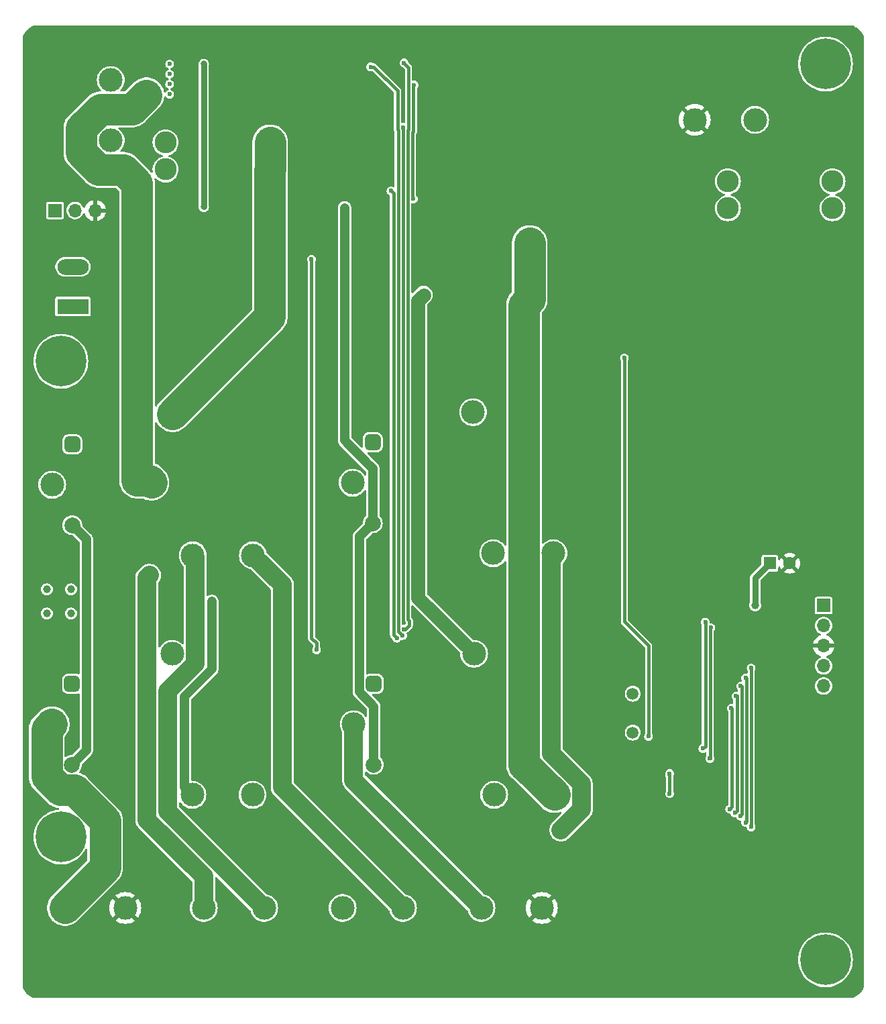
<source format=gbl>
G04 #@! TF.GenerationSoftware,KiCad,Pcbnew,8.0.7*
G04 #@! TF.CreationDate,2025-01-05T17:22:56+01:00*
G04 #@! TF.ProjectId,12VSupport,31325653-7570-4706-9f72-742e6b696361,1.1*
G04 #@! TF.SameCoordinates,Original*
G04 #@! TF.FileFunction,Copper,L2,Bot*
G04 #@! TF.FilePolarity,Positive*
%FSLAX46Y46*%
G04 Gerber Fmt 4.6, Leading zero omitted, Abs format (unit mm)*
G04 Created by KiCad (PCBNEW 8.0.7) date 2025-01-05 17:22:56*
%MOMM*%
%LPD*%
G01*
G04 APERTURE LIST*
G04 Aperture macros list*
%AMRoundRect*
0 Rectangle with rounded corners*
0 $1 Rounding radius*
0 $2 $3 $4 $5 $6 $7 $8 $9 X,Y pos of 4 corners*
0 Add a 4 corners polygon primitive as box body*
4,1,4,$2,$3,$4,$5,$6,$7,$8,$9,$2,$3,0*
0 Add four circle primitives for the rounded corners*
1,1,$1+$1,$2,$3*
1,1,$1+$1,$4,$5*
1,1,$1+$1,$6,$7*
1,1,$1+$1,$8,$9*
0 Add four rect primitives between the rounded corners*
20,1,$1+$1,$2,$3,$4,$5,0*
20,1,$1+$1,$4,$5,$6,$7,0*
20,1,$1+$1,$6,$7,$8,$9,0*
20,1,$1+$1,$8,$9,$2,$3,0*%
G04 Aperture macros list end*
G04 #@! TA.AperFunction,ComponentPad*
%ADD10C,3.000000*%
G04 #@! TD*
G04 #@! TA.AperFunction,ComponentPad*
%ADD11RoundRect,0.500000X0.500000X0.500000X-0.500000X0.500000X-0.500000X-0.500000X0.500000X-0.500000X0*%
G04 #@! TD*
G04 #@! TA.AperFunction,ComponentPad*
%ADD12C,2.000000*%
G04 #@! TD*
G04 #@! TA.AperFunction,ComponentPad*
%ADD13C,2.780000*%
G04 #@! TD*
G04 #@! TA.AperFunction,ComponentPad*
%ADD14R,1.700000X1.700000*%
G04 #@! TD*
G04 #@! TA.AperFunction,ComponentPad*
%ADD15O,1.700000X1.700000*%
G04 #@! TD*
G04 #@! TA.AperFunction,ComponentPad*
%ADD16C,0.800000*%
G04 #@! TD*
G04 #@! TA.AperFunction,ComponentPad*
%ADD17C,6.400000*%
G04 #@! TD*
G04 #@! TA.AperFunction,ComponentPad*
%ADD18C,1.500000*%
G04 #@! TD*
G04 #@! TA.AperFunction,ComponentPad*
%ADD19R,1.600000X1.600000*%
G04 #@! TD*
G04 #@! TA.AperFunction,ComponentPad*
%ADD20C,1.600000*%
G04 #@! TD*
G04 #@! TA.AperFunction,ComponentPad*
%ADD21R,3.960000X1.980000*%
G04 #@! TD*
G04 #@! TA.AperFunction,ComponentPad*
%ADD22O,3.960000X1.980000*%
G04 #@! TD*
G04 #@! TA.AperFunction,ViaPad*
%ADD23C,0.800000*%
G04 #@! TD*
G04 #@! TA.AperFunction,ViaPad*
%ADD24C,1.000000*%
G04 #@! TD*
G04 #@! TA.AperFunction,ViaPad*
%ADD25C,0.600000*%
G04 #@! TD*
G04 #@! TA.AperFunction,ViaPad*
%ADD26C,1.200000*%
G04 #@! TD*
G04 #@! TA.AperFunction,Conductor*
%ADD27C,1.200000*%
G04 #@! TD*
G04 #@! TA.AperFunction,Conductor*
%ADD28C,0.800000*%
G04 #@! TD*
G04 #@! TA.AperFunction,Conductor*
%ADD29C,4.000000*%
G04 #@! TD*
G04 #@! TA.AperFunction,Conductor*
%ADD30C,0.400000*%
G04 #@! TD*
G04 #@! TA.AperFunction,Conductor*
%ADD31C,2.400000*%
G04 #@! TD*
G04 #@! TA.AperFunction,Conductor*
%ADD32C,1.800000*%
G04 #@! TD*
G04 APERTURE END LIST*
D10*
X90170000Y-153480000D03*
X82550000Y-153480000D03*
X83945000Y-130310000D03*
X99145000Y-121410000D03*
X109285000Y-139210000D03*
X101685000Y-139210000D03*
D11*
X86485000Y-125210000D03*
D12*
X86485000Y-135410000D03*
D13*
X131185000Y-61793000D03*
X131185000Y-65193000D03*
X144393000Y-61793000D03*
X144393000Y-65193000D03*
D14*
X143256000Y-115321000D03*
D15*
X143256000Y-117861000D03*
X143256000Y-120401000D03*
X143256000Y-122941000D03*
X143256000Y-125481000D03*
D16*
X141110000Y-46990000D03*
X141812944Y-45292944D03*
X141812944Y-48687056D03*
X143510000Y-44590000D03*
D17*
X143510000Y-46990000D03*
D16*
X143510000Y-49390000D03*
X145207056Y-45292944D03*
X145207056Y-48687056D03*
X145910000Y-46990000D03*
D10*
X45845000Y-130310000D03*
X61045000Y-121410000D03*
X71185000Y-139210000D03*
X63585000Y-139210000D03*
D11*
X48385000Y-125210000D03*
D12*
X48385000Y-135410000D03*
D10*
X53276000Y-56642000D03*
X53276000Y-49022000D03*
D16*
X141110000Y-160020000D03*
X141812944Y-158322944D03*
X141812944Y-161717056D03*
X143510000Y-157620000D03*
D17*
X143510000Y-160020000D03*
D16*
X143510000Y-162420000D03*
X145207056Y-158322944D03*
X145207056Y-161717056D03*
X145910000Y-160020000D03*
X44590000Y-144526000D03*
X45292944Y-142828944D03*
X45292944Y-146223056D03*
X46990000Y-142126000D03*
D17*
X46990000Y-144526000D03*
D16*
X46990000Y-146926000D03*
X48687056Y-142828944D03*
X48687056Y-146223056D03*
X49390000Y-144526000D03*
X44590000Y-84501056D03*
X45292944Y-82804000D03*
X45292944Y-86198112D03*
X46990000Y-82101056D03*
D17*
X46990000Y-84501056D03*
D16*
X46990000Y-86901056D03*
X48687056Y-82804000D03*
X48687056Y-86198112D03*
X49390000Y-84501056D03*
D10*
X72644000Y-153480000D03*
X65024000Y-153480000D03*
D18*
X119175000Y-126455000D03*
X119175000Y-131355000D03*
D10*
X55118000Y-153480000D03*
X47498000Y-153480000D03*
X83818000Y-99830000D03*
X99018000Y-90930000D03*
X109158000Y-108730000D03*
X101558000Y-108730000D03*
D11*
X86358000Y-94730000D03*
D12*
X86358000Y-104930000D03*
D19*
X136485621Y-109982000D03*
D20*
X138985621Y-109982000D03*
D10*
X45887000Y-100086000D03*
X61087000Y-91186000D03*
X71227000Y-108986000D03*
X63627000Y-108986000D03*
D11*
X48427000Y-94986000D03*
D12*
X48427000Y-105186000D03*
D10*
X107696000Y-153480000D03*
X100076000Y-153480000D03*
X127000000Y-54038000D03*
X134620000Y-54038000D03*
D13*
X60198000Y-56896000D03*
X60198000Y-60296000D03*
X73406000Y-56896000D03*
X73406000Y-60296000D03*
D21*
X48514000Y-77597000D03*
D22*
X48514000Y-72597000D03*
D14*
X46228000Y-65471000D03*
D15*
X48768000Y-65471000D03*
X51308000Y-65471000D03*
D23*
X85344000Y-82423000D03*
D24*
X147066000Y-95504000D03*
X143510000Y-91440000D03*
X139446000Y-84074000D03*
X127762000Y-104775000D03*
X118055000Y-48315000D03*
X136906000Y-104775000D03*
X145050000Y-79248000D03*
X127762000Y-162930000D03*
X129286000Y-104775000D03*
X65913000Y-76829000D03*
X117825000Y-128778000D03*
X124460000Y-128270000D03*
X69024500Y-51244500D03*
X138085000Y-69870000D03*
X139700000Y-87122000D03*
D23*
X80264000Y-117602000D03*
D24*
X138085000Y-62992000D03*
X105918000Y-47498000D03*
X112268000Y-46355000D03*
X132915849Y-57584151D03*
X79629000Y-53086000D03*
X145050000Y-82042000D03*
X146558000Y-115316000D03*
X135878000Y-99302000D03*
X56642000Y-162930000D03*
X139700000Y-95504000D03*
X138176000Y-130810000D03*
X108458000Y-162930000D03*
X115316000Y-80645000D03*
X147066000Y-91440000D03*
X146515000Y-132207000D03*
X71120000Y-162930000D03*
X143327500Y-75112500D03*
X146515000Y-104648000D03*
D23*
X81534000Y-116332000D03*
D24*
X69977000Y-76829000D03*
X122373000Y-52633000D03*
X139700000Y-91440000D03*
X92456000Y-162930000D03*
X140589000Y-155067000D03*
X69977000Y-73527000D03*
X65913000Y-73527000D03*
X134366000Y-84074000D03*
X115316000Y-79248000D03*
X146515000Y-145034000D03*
X143510000Y-87122000D03*
X147066000Y-87122000D03*
X143510000Y-95504000D03*
X86471000Y-52213000D03*
D23*
X65024000Y-46990000D03*
X65024000Y-65024000D03*
X85891748Y-97575748D03*
D24*
X82804000Y-65151000D03*
X106172000Y-72136000D03*
D23*
X66040000Y-114808000D03*
D24*
X106172000Y-69596000D03*
X106172000Y-70866000D03*
D25*
X91570000Y-49657000D03*
X91470000Y-64008000D03*
D26*
X56642000Y-52070000D03*
X58420000Y-99938000D03*
X57785000Y-50927000D03*
X56642000Y-99568000D03*
D25*
X60706000Y-49530000D03*
X60706000Y-50800000D03*
X60706000Y-48260000D03*
X60706000Y-46990000D03*
D24*
X92773500Y-76136500D03*
X45212000Y-116332000D03*
X45212000Y-113284000D03*
X48260000Y-116332000D03*
X48260000Y-113284000D03*
D26*
X58166000Y-111506000D03*
D25*
X129032000Y-118110000D03*
X128905000Y-134620000D03*
X118110000Y-84074000D03*
X121158000Y-131826000D03*
X78613000Y-71628000D03*
X123825000Y-136525000D03*
X123825000Y-139065000D03*
X79248000Y-120904000D03*
X90270000Y-118322852D03*
X90297000Y-46863000D03*
X131416397Y-141009909D03*
X131612000Y-128270000D03*
X132054075Y-141492994D03*
X132212000Y-126746000D03*
X132812000Y-125476000D03*
X132812000Y-141899783D03*
X133412000Y-124460000D03*
X133412000Y-142690313D03*
X134112000Y-143256000D03*
X134112000Y-123190000D03*
X90170000Y-54991000D03*
X90269999Y-117522850D03*
X86095000Y-47371000D03*
X90126676Y-119109912D03*
X89398650Y-119441547D03*
X88646000Y-62992000D03*
D26*
X110109000Y-143637000D03*
D24*
X134620000Y-115316000D03*
D25*
X128332000Y-117410000D03*
X128016000Y-133350000D03*
D27*
X86485000Y-128055748D02*
X84685000Y-126255748D01*
X84685000Y-106603000D02*
X86358000Y-104930000D01*
D28*
X65024000Y-46990000D02*
X64998500Y-47015500D01*
D27*
X84685000Y-126255748D02*
X84685000Y-106603000D01*
X48427000Y-105186000D02*
X50185000Y-106944000D01*
X50185000Y-133610000D02*
X48385000Y-135410000D01*
D28*
X64998500Y-64998500D02*
X65024000Y-65024000D01*
D27*
X85891748Y-97575748D02*
X82804000Y-94488000D01*
X82804000Y-94488000D02*
X82804000Y-65151000D01*
X85891748Y-97575748D02*
X86358000Y-98042000D01*
X86485000Y-135410000D02*
X86485000Y-128055748D01*
X50185000Y-106944000D02*
X50185000Y-133610000D01*
D28*
X64998500Y-47015500D02*
X64998500Y-64998500D01*
D27*
X86358000Y-98042000D02*
X86358000Y-104930000D01*
D29*
X105458000Y-77422000D02*
X106172000Y-76708000D01*
X105512000Y-135437000D02*
X109285000Y-139210000D01*
X106172000Y-76708000D02*
X106172000Y-69596000D01*
D27*
X66040000Y-123351428D02*
X62611000Y-126780428D01*
X66040000Y-114808000D02*
X66040000Y-123351428D01*
D29*
X105458000Y-135437000D02*
X105458000Y-77422000D01*
D27*
X62611000Y-126780428D02*
X62611000Y-138236000D01*
D29*
X105458000Y-135437000D02*
X105512000Y-135437000D01*
D27*
X62611000Y-138236000D02*
X63585000Y-139210000D01*
D30*
X91470000Y-55529478D02*
X91470000Y-49757000D01*
X91470000Y-64008000D02*
X91370000Y-63908000D01*
X91470000Y-49757000D02*
X91570000Y-49657000D01*
X91370000Y-55629478D02*
X91470000Y-55529478D01*
X91370000Y-63908000D02*
X91370000Y-55629478D01*
D29*
X49576000Y-55109409D02*
X51963409Y-52722000D01*
X56642000Y-99568000D02*
X58166000Y-99568000D01*
X56642000Y-99568000D02*
X56608000Y-99534000D01*
X56608000Y-62069000D02*
X54881000Y-60342000D01*
X49576000Y-58174591D02*
X49576000Y-55109409D01*
X51963409Y-52722000D02*
X55990000Y-52722000D01*
X51743409Y-60342000D02*
X49576000Y-58174591D01*
X56608000Y-99534000D02*
X56608000Y-62069000D01*
X54881000Y-60342000D02*
X51743409Y-60342000D01*
X57785000Y-50927000D02*
X56642000Y-52070000D01*
X58166000Y-99568000D02*
X58420000Y-99822000D01*
X55990000Y-52722000D02*
X56642000Y-52070000D01*
D31*
X74930000Y-138240000D02*
X90170000Y-153480000D01*
X71227000Y-108986000D02*
X74930000Y-112689000D01*
X74930000Y-112689000D02*
X74930000Y-138240000D01*
X83945000Y-137349000D02*
X100076000Y-153480000D01*
D32*
X92075000Y-76835000D02*
X92075000Y-114340000D01*
X92773500Y-76136500D02*
X92075000Y-76835000D01*
X92075000Y-114340000D02*
X99145000Y-121410000D01*
D31*
X83945000Y-130310000D02*
X83945000Y-137349000D01*
D29*
X45185000Y-136879000D02*
X45185000Y-130970000D01*
X52578000Y-142477246D02*
X48710754Y-138610000D01*
X52578000Y-148400000D02*
X52578000Y-142477246D01*
X45185000Y-130970000D02*
X45845000Y-130310000D01*
X48710754Y-138610000D02*
X46916000Y-138610000D01*
X46916000Y-138610000D02*
X45185000Y-136879000D01*
X47498000Y-153480000D02*
X52578000Y-148400000D01*
D31*
X63945000Y-109304000D02*
X63945000Y-122618000D01*
X63945000Y-122618000D02*
X60452000Y-126111000D01*
X60452000Y-126111000D02*
X60452000Y-141288000D01*
X63627000Y-108986000D02*
X63945000Y-109304000D01*
X60452000Y-141288000D02*
X72644000Y-153480000D01*
X58166000Y-111506000D02*
X57852000Y-111820000D01*
X65024000Y-149536956D02*
X65024000Y-153480000D01*
X57852000Y-142364956D02*
X65024000Y-149536956D01*
X57852000Y-111820000D02*
X57852000Y-142364956D01*
D29*
X73406000Y-56896000D02*
X73406000Y-60296000D01*
X73362000Y-78911000D02*
X61087000Y-91186000D01*
X73362000Y-60340000D02*
X73362000Y-78911000D01*
X73406000Y-60296000D02*
X73362000Y-60340000D01*
D30*
X128932000Y-134593000D02*
X128905000Y-134620000D01*
X128932000Y-118210000D02*
X128932000Y-134593000D01*
X129032000Y-118110000D02*
X128932000Y-118210000D01*
X121158000Y-120396000D02*
X121158000Y-131826000D01*
X118110000Y-117348000D02*
X121158000Y-120396000D01*
X118110000Y-84074000D02*
X118110000Y-117348000D01*
X123698000Y-136652000D02*
X123825000Y-136525000D01*
X78613000Y-119415629D02*
X79248000Y-120050629D01*
X123825000Y-139065000D02*
X123825000Y-136525000D01*
X78613000Y-71628000D02*
X78613000Y-119415629D01*
X79248000Y-120050629D02*
X79248000Y-120904000D01*
X90870000Y-55280950D02*
X90870000Y-47436000D01*
X90770000Y-55380950D02*
X90870000Y-55280950D01*
X90770000Y-117032901D02*
X90770000Y-55380950D01*
X90969999Y-117812800D02*
X90969999Y-117232900D01*
X90270000Y-118322852D02*
X90459947Y-118322852D01*
X90969999Y-117232900D02*
X90770000Y-117032901D01*
X90870000Y-47436000D02*
X90297000Y-46863000D01*
X90459947Y-118322852D02*
X90969999Y-117812800D01*
X131416397Y-141009909D02*
X131712000Y-140714306D01*
X131712000Y-128370000D02*
X131612000Y-128270000D01*
X131712000Y-140714306D02*
X131712000Y-128370000D01*
X132054075Y-141492994D02*
X132312000Y-141235069D01*
X132312000Y-141235069D02*
X132312000Y-126746000D01*
X132312000Y-126746000D02*
X132212000Y-126746000D01*
X132912000Y-141662000D02*
X132912000Y-125576000D01*
X132912000Y-125576000D02*
X132812000Y-125476000D01*
X132812000Y-141899783D02*
X132812000Y-141762000D01*
X132812000Y-141762000D02*
X132912000Y-141662000D01*
X133412000Y-142690313D02*
X133512000Y-142590313D01*
X133512000Y-142590313D02*
X133512000Y-124560000D01*
X133512000Y-124560000D02*
X133412000Y-124460000D01*
X134112000Y-143256000D02*
X134112000Y-123190000D01*
X90269999Y-117522850D02*
X90170000Y-117422851D01*
X90170000Y-117422851D02*
X90170000Y-54991000D01*
X90039616Y-119022852D02*
X89980050Y-119022852D01*
X90126676Y-119109912D02*
X90039616Y-119022852D01*
X89570000Y-118612802D02*
X89570000Y-55380950D01*
X89980050Y-119022852D02*
X89570000Y-118612802D01*
X86487000Y-47371000D02*
X86095000Y-47371000D01*
X89570000Y-55380950D02*
X89470000Y-55280950D01*
X89470000Y-50354000D02*
X86487000Y-47371000D01*
X89470000Y-55280950D02*
X89470000Y-50354000D01*
X88970000Y-119012897D02*
X89398650Y-119441547D01*
X88970000Y-63316000D02*
X88970000Y-119012897D01*
X88646000Y-62992000D02*
X88970000Y-63316000D01*
D31*
X108858000Y-109030000D02*
X108858000Y-133974674D01*
X109158000Y-108730000D02*
X108858000Y-109030000D01*
X108858000Y-133974674D02*
X112685000Y-137801674D01*
X112685000Y-141061000D02*
X110109000Y-143637000D01*
X112685000Y-137801674D02*
X112685000Y-141061000D01*
D28*
X134620000Y-111847621D02*
X136485621Y-109982000D01*
X134620000Y-115316000D02*
X134620000Y-111847621D01*
D30*
X128332000Y-133034000D02*
X128332000Y-117410000D01*
X128016000Y-133350000D02*
X128332000Y-133034000D01*
G04 #@! TA.AperFunction,Conductor*
G36*
X146988962Y-42174923D02*
G01*
X147188482Y-42264721D01*
X147201718Y-42271668D01*
X147443584Y-42417879D01*
X147455894Y-42426377D01*
X147545655Y-42496700D01*
X147678364Y-42600671D01*
X147689572Y-42610601D01*
X147889398Y-42810427D01*
X147899328Y-42821635D01*
X148073618Y-43044099D01*
X148082124Y-43056422D01*
X148228327Y-43298273D01*
X148235284Y-43311529D01*
X148325075Y-43511034D01*
X148336000Y-43561925D01*
X148336000Y-163448073D01*
X148325075Y-163498965D01*
X148235285Y-163698468D01*
X148228327Y-163711726D01*
X148082124Y-163953577D01*
X148073618Y-163965900D01*
X147899328Y-164188364D01*
X147889398Y-164199572D01*
X147689572Y-164399398D01*
X147678364Y-164409328D01*
X147455900Y-164583618D01*
X147443577Y-164592124D01*
X147201726Y-164738327D01*
X147188468Y-164745285D01*
X146988965Y-164835075D01*
X146938073Y-164846000D01*
X43561927Y-164846000D01*
X43511036Y-164835075D01*
X43311532Y-164745285D01*
X43298273Y-164738327D01*
X43056422Y-164592124D01*
X43044099Y-164583618D01*
X42821635Y-164409328D01*
X42810427Y-164399398D01*
X42610601Y-164199572D01*
X42600671Y-164188364D01*
X42426381Y-163965900D01*
X42417879Y-163953584D01*
X42271668Y-163711718D01*
X42264721Y-163698482D01*
X42174923Y-163498962D01*
X42164000Y-163448073D01*
X42164000Y-160019997D01*
X140054432Y-160019997D01*
X140054432Y-160020002D01*
X140074688Y-160393610D01*
X140135222Y-160762850D01*
X140135223Y-160762853D01*
X140235317Y-161123362D01*
X140235318Y-161123364D01*
X140373806Y-161470945D01*
X140373815Y-161470963D01*
X140549073Y-161801534D01*
X140759045Y-162111219D01*
X140759052Y-162111229D01*
X141001272Y-162396391D01*
X141001273Y-162396392D01*
X141272913Y-162653703D01*
X141570780Y-162880136D01*
X141570785Y-162880139D01*
X141570789Y-162880142D01*
X141570794Y-162880146D01*
X141891378Y-163073033D01*
X141891383Y-163073036D01*
X141891387Y-163073037D01*
X141891391Y-163073040D01*
X142230951Y-163230137D01*
X142230962Y-163230142D01*
X142585538Y-163349613D01*
X142950951Y-163430046D01*
X143322919Y-163470500D01*
X143322925Y-163470500D01*
X143697075Y-163470500D01*
X143697081Y-163470500D01*
X144069049Y-163430046D01*
X144434462Y-163349613D01*
X144789038Y-163230142D01*
X145128617Y-163073036D01*
X145251993Y-162998803D01*
X145449205Y-162880146D01*
X145449210Y-162880142D01*
X145449209Y-162880142D01*
X145449220Y-162880136D01*
X145747087Y-162653703D01*
X146018727Y-162396392D01*
X146260954Y-162111221D01*
X146470928Y-161801531D01*
X146646189Y-161470955D01*
X146784680Y-161123368D01*
X146884779Y-160762845D01*
X146945311Y-160393613D01*
X146965568Y-160020000D01*
X146945311Y-159646387D01*
X146884779Y-159277155D01*
X146839702Y-159114804D01*
X146784682Y-158916637D01*
X146784681Y-158916635D01*
X146646193Y-158569054D01*
X146646184Y-158569036D01*
X146470926Y-158238465D01*
X146363369Y-158079830D01*
X146260954Y-157928779D01*
X146260950Y-157928774D01*
X146260947Y-157928770D01*
X146018727Y-157643608D01*
X145747087Y-157386297D01*
X145747086Y-157386296D01*
X145662208Y-157321773D01*
X145449220Y-157159864D01*
X145449216Y-157159861D01*
X145449210Y-157159857D01*
X145449205Y-157159853D01*
X145128621Y-156966966D01*
X145128608Y-156966959D01*
X144789048Y-156809862D01*
X144789043Y-156809860D01*
X144789038Y-156809858D01*
X144616203Y-156751623D01*
X144434461Y-156690386D01*
X144069047Y-156609953D01*
X143697082Y-156569500D01*
X143697081Y-156569500D01*
X143322919Y-156569500D01*
X143322917Y-156569500D01*
X142950952Y-156609953D01*
X142585538Y-156690386D01*
X142311440Y-156782741D01*
X142230962Y-156809858D01*
X142230959Y-156809859D01*
X142230951Y-156809862D01*
X141891391Y-156966959D01*
X141891378Y-156966966D01*
X141570794Y-157159853D01*
X141570789Y-157159857D01*
X141272913Y-157386296D01*
X141272912Y-157386297D01*
X141001272Y-157643608D01*
X140759052Y-157928770D01*
X140759045Y-157928780D01*
X140549073Y-158238465D01*
X140373815Y-158569036D01*
X140373806Y-158569054D01*
X140235318Y-158916635D01*
X140235317Y-158916637D01*
X140135223Y-159277146D01*
X140135222Y-159277149D01*
X140074688Y-159646389D01*
X140054432Y-160019997D01*
X42164000Y-160019997D01*
X42164000Y-130822493D01*
X42934500Y-130822493D01*
X42934500Y-137026505D01*
X42973005Y-137318991D01*
X43021133Y-137498604D01*
X43049361Y-137603952D01*
X43162251Y-137876495D01*
X43162258Y-137876510D01*
X43309761Y-138131993D01*
X43489352Y-138366040D01*
X43489358Y-138366047D01*
X43702277Y-138578966D01*
X43702299Y-138578986D01*
X45220353Y-140097041D01*
X45220354Y-140097042D01*
X45428953Y-140305642D01*
X45428959Y-140305647D01*
X45663004Y-140485237D01*
X45663006Y-140485238D01*
X45758583Y-140540419D01*
X45918486Y-140632740D01*
X45918494Y-140632744D01*
X45998642Y-140665942D01*
X46153849Y-140730231D01*
X46191048Y-140745639D01*
X46251267Y-140761774D01*
X46476007Y-140821994D01*
X46655496Y-140845623D01*
X46719391Y-140873889D01*
X46757863Y-140932213D01*
X46758695Y-141002078D01*
X46721623Y-141061302D01*
X46658417Y-141091081D01*
X46652717Y-141091835D01*
X46430952Y-141115953D01*
X46065538Y-141196386D01*
X45795033Y-141287531D01*
X45710962Y-141315858D01*
X45710959Y-141315859D01*
X45710951Y-141315862D01*
X45371391Y-141472959D01*
X45371378Y-141472966D01*
X45050794Y-141665853D01*
X45050789Y-141665857D01*
X44752913Y-141892296D01*
X44752912Y-141892297D01*
X44481272Y-142149608D01*
X44239052Y-142434770D01*
X44239045Y-142434780D01*
X44029073Y-142744465D01*
X43853815Y-143075036D01*
X43853806Y-143075054D01*
X43715318Y-143422635D01*
X43715317Y-143422637D01*
X43615223Y-143783146D01*
X43615222Y-143783149D01*
X43554688Y-144152389D01*
X43534432Y-144525997D01*
X43534432Y-144526002D01*
X43554688Y-144899610D01*
X43615222Y-145268850D01*
X43615223Y-145268853D01*
X43715317Y-145629362D01*
X43715318Y-145629364D01*
X43853806Y-145976945D01*
X43853815Y-145976963D01*
X44029073Y-146307534D01*
X44239045Y-146617219D01*
X44239052Y-146617229D01*
X44481272Y-146902391D01*
X44481273Y-146902392D01*
X44752913Y-147159703D01*
X45050780Y-147386136D01*
X45050785Y-147386139D01*
X45050789Y-147386142D01*
X45050794Y-147386146D01*
X45371378Y-147579033D01*
X45371383Y-147579036D01*
X45371387Y-147579037D01*
X45371391Y-147579040D01*
X45710951Y-147736137D01*
X45710962Y-147736142D01*
X46065538Y-147855613D01*
X46430951Y-147936046D01*
X46802919Y-147976500D01*
X46802925Y-147976500D01*
X47177075Y-147976500D01*
X47177081Y-147976500D01*
X47549049Y-147936046D01*
X47914462Y-147855613D01*
X48269038Y-147736142D01*
X48608617Y-147579036D01*
X48767418Y-147483489D01*
X48929205Y-147386146D01*
X48929210Y-147386142D01*
X48929209Y-147386142D01*
X48929220Y-147386136D01*
X49227087Y-147159703D01*
X49498727Y-146902392D01*
X49740954Y-146617221D01*
X49950928Y-146307531D01*
X50063151Y-146095857D01*
X50093945Y-146037774D01*
X50142738Y-145987765D01*
X50210823Y-145972073D01*
X50276583Y-145995683D01*
X50319140Y-146051097D01*
X50327500Y-146095857D01*
X50327500Y-147416450D01*
X50307815Y-147483489D01*
X50291181Y-147504131D01*
X45802358Y-151992953D01*
X45802352Y-151992960D01*
X45622769Y-152226998D01*
X45622758Y-152227014D01*
X45475260Y-152482486D01*
X45475252Y-152482502D01*
X45362361Y-152755048D01*
X45286005Y-153040010D01*
X45247500Y-153332494D01*
X45247500Y-153627505D01*
X45286005Y-153919989D01*
X45362361Y-154204951D01*
X45475252Y-154477497D01*
X45475260Y-154477513D01*
X45622758Y-154732985D01*
X45622769Y-154733001D01*
X45802352Y-154967039D01*
X45802358Y-154967046D01*
X46010953Y-155175641D01*
X46010959Y-155175646D01*
X46245007Y-155355237D01*
X46245014Y-155355241D01*
X46500486Y-155502739D01*
X46500502Y-155502747D01*
X46647541Y-155563652D01*
X46773049Y-155615639D01*
X47058007Y-155691994D01*
X47277373Y-155720873D01*
X47350494Y-155730500D01*
X47350495Y-155730500D01*
X47645506Y-155730500D01*
X47704002Y-155722798D01*
X47937993Y-155691994D01*
X48222951Y-155615639D01*
X48437203Y-155526892D01*
X48495497Y-155502747D01*
X48495500Y-155502745D01*
X48495506Y-155502743D01*
X48750993Y-155355237D01*
X48985041Y-155175646D01*
X50680688Y-153479998D01*
X53112891Y-153479998D01*
X53112891Y-153480001D01*
X53133300Y-153765362D01*
X53194109Y-154044895D01*
X53294091Y-154312958D01*
X53431191Y-154564038D01*
X53431196Y-154564046D01*
X53537882Y-154706562D01*
X53537883Y-154706563D01*
X54478690Y-153765756D01*
X54497668Y-153811574D01*
X54574274Y-153926224D01*
X54671776Y-154023726D01*
X54786426Y-154100332D01*
X54832242Y-154119309D01*
X53891435Y-155060115D01*
X53891436Y-155060116D01*
X54033953Y-155166803D01*
X54033961Y-155166808D01*
X54285042Y-155303908D01*
X54285041Y-155303908D01*
X54553104Y-155403890D01*
X54832637Y-155464699D01*
X55117999Y-155485109D01*
X55118001Y-155485109D01*
X55403362Y-155464699D01*
X55682895Y-155403890D01*
X55950958Y-155303908D01*
X56202038Y-155166808D01*
X56202039Y-155166807D01*
X56344563Y-155060115D01*
X55403757Y-154119309D01*
X55449574Y-154100332D01*
X55564224Y-154023726D01*
X55661726Y-153926224D01*
X55738332Y-153811574D01*
X55757309Y-153765757D01*
X56698115Y-154706563D01*
X56804807Y-154564039D01*
X56804808Y-154564038D01*
X56941908Y-154312958D01*
X57041890Y-154044895D01*
X57102699Y-153765362D01*
X57123109Y-153480001D01*
X57123109Y-153479998D01*
X57102699Y-153194637D01*
X57041890Y-152915104D01*
X56941908Y-152647041D01*
X56804808Y-152395961D01*
X56804803Y-152395953D01*
X56698116Y-152253436D01*
X56698115Y-152253435D01*
X55757309Y-153194242D01*
X55738332Y-153148426D01*
X55661726Y-153033776D01*
X55564224Y-152936274D01*
X55449574Y-152859668D01*
X55403756Y-152840689D01*
X56344563Y-151899883D01*
X56344562Y-151899882D01*
X56202046Y-151793196D01*
X56202038Y-151793191D01*
X55950957Y-151656091D01*
X55950958Y-151656091D01*
X55682895Y-151556109D01*
X55403362Y-151495300D01*
X55118001Y-151474891D01*
X55117999Y-151474891D01*
X54832637Y-151495300D01*
X54553104Y-151556109D01*
X54285041Y-151656091D01*
X54033961Y-151793191D01*
X54033953Y-151793196D01*
X53891435Y-151899882D01*
X54832243Y-152840689D01*
X54786426Y-152859668D01*
X54671776Y-152936274D01*
X54574274Y-153033776D01*
X54497668Y-153148426D01*
X54478690Y-153194243D01*
X53537882Y-152253435D01*
X53431196Y-152395953D01*
X53431191Y-152395961D01*
X53294091Y-152647041D01*
X53194109Y-152915104D01*
X53133300Y-153194637D01*
X53112891Y-153479998D01*
X50680688Y-153479998D01*
X54059660Y-150101025D01*
X54059678Y-150101010D01*
X54273641Y-149887047D01*
X54273646Y-149887042D01*
X54453238Y-149652994D01*
X54600743Y-149397507D01*
X54713639Y-149124952D01*
X54729774Y-149064732D01*
X54789994Y-148839993D01*
X54828500Y-148547505D01*
X54828500Y-148252495D01*
X54828500Y-142329740D01*
X54815346Y-142229824D01*
X54789994Y-142037253D01*
X54713639Y-141752295D01*
X54702541Y-141725500D01*
X54677836Y-141665857D01*
X54600746Y-141479745D01*
X54600741Y-141479735D01*
X54453238Y-141224252D01*
X54273647Y-140990205D01*
X54273641Y-140990198D01*
X54062635Y-140779192D01*
X54062596Y-140779155D01*
X50409525Y-137126084D01*
X50409497Y-137126054D01*
X50197801Y-136914358D01*
X50197794Y-136914352D01*
X49963747Y-136734761D01*
X49708264Y-136587258D01*
X49708254Y-136587254D01*
X49435710Y-136474362D01*
X49422366Y-136470786D01*
X49372567Y-136457443D01*
X49372565Y-136457442D01*
X49372563Y-136457441D01*
X49369811Y-136456704D01*
X49310151Y-136420338D01*
X49279623Y-136357490D01*
X49287920Y-136288115D01*
X49314226Y-136249249D01*
X49316100Y-136247375D01*
X49346598Y-136216877D01*
X49472102Y-136037639D01*
X49564575Y-135839330D01*
X49621207Y-135627977D01*
X49640277Y-135410000D01*
X49640277Y-135409997D01*
X49640277Y-135408873D01*
X49640417Y-135408393D01*
X49640749Y-135404607D01*
X49641510Y-135404673D01*
X49659962Y-135341834D01*
X49676596Y-135321192D01*
X50845623Y-134152165D01*
X50845626Y-134152162D01*
X50938703Y-134012863D01*
X50964759Y-133949958D01*
X51002816Y-133858082D01*
X51035500Y-133693767D01*
X51035500Y-111705837D01*
X56401500Y-111705837D01*
X56401500Y-142479118D01*
X56437215Y-142704616D01*
X56507770Y-142921759D01*
X56604850Y-143112287D01*
X56611421Y-143125184D01*
X56644835Y-143171174D01*
X56738678Y-143300338D01*
X56745620Y-143309893D01*
X63537181Y-150101454D01*
X63570666Y-150162777D01*
X63573500Y-150189135D01*
X63573500Y-152458114D01*
X63556887Y-152520114D01*
X63442432Y-152718356D01*
X63346582Y-152962578D01*
X63346576Y-152962597D01*
X63288197Y-153218374D01*
X63288196Y-153218379D01*
X63268592Y-153479995D01*
X63268592Y-153480004D01*
X63288196Y-153741620D01*
X63288197Y-153741625D01*
X63346576Y-153997402D01*
X63346577Y-153997404D01*
X63346580Y-153997416D01*
X63442432Y-154241643D01*
X63573614Y-154468857D01*
X63649519Y-154564039D01*
X63737198Y-154673985D01*
X63918753Y-154842441D01*
X63929521Y-154852433D01*
X64146296Y-155000228D01*
X64146301Y-155000230D01*
X64146302Y-155000231D01*
X64146303Y-155000232D01*
X64270653Y-155060115D01*
X64382673Y-155114061D01*
X64382674Y-155114061D01*
X64382677Y-155114063D01*
X64633385Y-155191396D01*
X64892818Y-155230500D01*
X65155182Y-155230500D01*
X65414615Y-155191396D01*
X65665323Y-155114063D01*
X65901704Y-155000228D01*
X66118479Y-154852433D01*
X66310805Y-154673981D01*
X66474386Y-154468857D01*
X66605568Y-154241643D01*
X66701420Y-153997416D01*
X66759802Y-153741630D01*
X66764107Y-153684182D01*
X66779408Y-153480004D01*
X66779408Y-153479995D01*
X66759803Y-153218379D01*
X66759802Y-153218374D01*
X66759802Y-153218370D01*
X66701420Y-152962584D01*
X66605568Y-152718357D01*
X66491113Y-152520114D01*
X66474500Y-152458114D01*
X66474500Y-149661179D01*
X66494185Y-149594140D01*
X66546989Y-149548385D01*
X66616147Y-149538441D01*
X66679703Y-149567466D01*
X66686181Y-149573498D01*
X70898873Y-153786190D01*
X70932083Y-153846278D01*
X70950330Y-153926224D01*
X70966580Y-153997416D01*
X71062432Y-154241643D01*
X71193614Y-154468857D01*
X71269519Y-154564039D01*
X71357198Y-154673985D01*
X71538753Y-154842441D01*
X71549521Y-154852433D01*
X71766296Y-155000228D01*
X71766301Y-155000230D01*
X71766302Y-155000231D01*
X71766303Y-155000232D01*
X71890653Y-155060115D01*
X72002673Y-155114061D01*
X72002674Y-155114061D01*
X72002677Y-155114063D01*
X72253385Y-155191396D01*
X72512818Y-155230500D01*
X72775182Y-155230500D01*
X73034615Y-155191396D01*
X73285323Y-155114063D01*
X73521704Y-155000228D01*
X73738479Y-154852433D01*
X73930805Y-154673981D01*
X74094386Y-154468857D01*
X74225568Y-154241643D01*
X74321420Y-153997416D01*
X74379802Y-153741630D01*
X74384107Y-153684182D01*
X74399408Y-153480004D01*
X74399408Y-153479995D01*
X80794592Y-153479995D01*
X80794592Y-153480004D01*
X80814196Y-153741620D01*
X80814197Y-153741625D01*
X80872576Y-153997402D01*
X80872577Y-153997404D01*
X80872580Y-153997416D01*
X80968432Y-154241643D01*
X81099614Y-154468857D01*
X81175519Y-154564039D01*
X81263198Y-154673985D01*
X81444753Y-154842441D01*
X81455521Y-154852433D01*
X81672296Y-155000228D01*
X81672301Y-155000230D01*
X81672302Y-155000231D01*
X81672303Y-155000232D01*
X81796653Y-155060115D01*
X81908673Y-155114061D01*
X81908674Y-155114061D01*
X81908677Y-155114063D01*
X82159385Y-155191396D01*
X82418818Y-155230500D01*
X82681182Y-155230500D01*
X82940615Y-155191396D01*
X83191323Y-155114063D01*
X83427704Y-155000228D01*
X83644479Y-154852433D01*
X83836805Y-154673981D01*
X84000386Y-154468857D01*
X84131568Y-154241643D01*
X84227420Y-153997416D01*
X84285802Y-153741630D01*
X84290107Y-153684182D01*
X84305408Y-153480004D01*
X84305408Y-153479995D01*
X84285803Y-153218379D01*
X84285802Y-153218374D01*
X84285802Y-153218370D01*
X84227420Y-152962584D01*
X84131568Y-152718357D01*
X84000386Y-152491143D01*
X83836805Y-152286019D01*
X83836804Y-152286018D01*
X83836801Y-152286014D01*
X83644479Y-152107567D01*
X83427704Y-151959772D01*
X83427700Y-151959770D01*
X83427697Y-151959768D01*
X83427696Y-151959767D01*
X83191325Y-151845938D01*
X83191327Y-151845938D01*
X82940623Y-151768606D01*
X82940619Y-151768605D01*
X82940615Y-151768604D01*
X82815823Y-151749794D01*
X82681187Y-151729500D01*
X82681182Y-151729500D01*
X82418818Y-151729500D01*
X82418812Y-151729500D01*
X82257247Y-151753853D01*
X82159385Y-151768604D01*
X82159382Y-151768605D01*
X82159376Y-151768606D01*
X81908673Y-151845938D01*
X81672303Y-151959767D01*
X81672302Y-151959768D01*
X81455520Y-152107567D01*
X81263198Y-152286014D01*
X81099614Y-152491143D01*
X80968432Y-152718356D01*
X80872582Y-152962578D01*
X80872576Y-152962597D01*
X80814197Y-153218374D01*
X80814196Y-153218379D01*
X80794592Y-153479995D01*
X74399408Y-153479995D01*
X74379803Y-153218379D01*
X74379802Y-153218374D01*
X74379802Y-153218370D01*
X74321420Y-152962584D01*
X74225568Y-152718357D01*
X74094386Y-152491143D01*
X73930805Y-152286019D01*
X73930804Y-152286018D01*
X73930801Y-152286014D01*
X73738479Y-152107567D01*
X73521704Y-151959772D01*
X73521700Y-151959770D01*
X73521697Y-151959768D01*
X73521696Y-151959767D01*
X73285325Y-151845938D01*
X73285327Y-151845938D01*
X73034621Y-151768605D01*
X73034615Y-151768604D01*
X73015265Y-151765687D01*
X72951911Y-151736229D01*
X72946071Y-151730754D01*
X61938819Y-140723502D01*
X61905334Y-140662179D01*
X61902500Y-140635821D01*
X61902500Y-140259597D01*
X61922185Y-140192558D01*
X61974989Y-140146803D01*
X62044147Y-140136859D01*
X62107703Y-140165884D01*
X62131849Y-140195130D01*
X62132002Y-140195026D01*
X62133134Y-140196687D01*
X62133889Y-140197601D01*
X62134613Y-140198856D01*
X62298198Y-140403985D01*
X62479753Y-140572441D01*
X62490521Y-140582433D01*
X62707296Y-140730228D01*
X62707301Y-140730230D01*
X62707302Y-140730231D01*
X62707303Y-140730232D01*
X62808894Y-140779155D01*
X62943673Y-140844061D01*
X62943674Y-140844061D01*
X62943677Y-140844063D01*
X63194385Y-140921396D01*
X63453818Y-140960500D01*
X63716182Y-140960500D01*
X63975615Y-140921396D01*
X64226323Y-140844063D01*
X64462704Y-140730228D01*
X64679479Y-140582433D01*
X64871805Y-140403981D01*
X65035386Y-140198857D01*
X65166568Y-139971643D01*
X65262420Y-139727416D01*
X65320802Y-139471630D01*
X65321852Y-139457620D01*
X65340408Y-139210004D01*
X65340408Y-139209995D01*
X69429592Y-139209995D01*
X69429592Y-139210004D01*
X69449196Y-139471620D01*
X69449197Y-139471625D01*
X69507576Y-139727402D01*
X69507578Y-139727411D01*
X69507580Y-139727416D01*
X69603432Y-139971643D01*
X69734614Y-140198857D01*
X69842679Y-140334366D01*
X69898198Y-140403985D01*
X70079753Y-140572441D01*
X70090521Y-140582433D01*
X70307296Y-140730228D01*
X70307301Y-140730230D01*
X70307302Y-140730231D01*
X70307303Y-140730232D01*
X70408894Y-140779155D01*
X70543673Y-140844061D01*
X70543674Y-140844061D01*
X70543677Y-140844063D01*
X70794385Y-140921396D01*
X71053818Y-140960500D01*
X71316182Y-140960500D01*
X71575615Y-140921396D01*
X71826323Y-140844063D01*
X72062704Y-140730228D01*
X72279479Y-140582433D01*
X72471805Y-140403981D01*
X72635386Y-140198857D01*
X72766568Y-139971643D01*
X72862420Y-139727416D01*
X72920802Y-139471630D01*
X72921852Y-139457620D01*
X72940408Y-139210004D01*
X72940408Y-139209995D01*
X72920803Y-138948379D01*
X72920802Y-138948374D01*
X72920802Y-138948370D01*
X72862420Y-138692584D01*
X72766568Y-138448357D01*
X72635386Y-138221143D01*
X72471805Y-138016019D01*
X72471804Y-138016018D01*
X72471801Y-138016014D01*
X72279479Y-137837567D01*
X72062704Y-137689772D01*
X72062700Y-137689770D01*
X72062697Y-137689768D01*
X72062696Y-137689767D01*
X71826325Y-137575938D01*
X71826327Y-137575938D01*
X71575623Y-137498606D01*
X71575619Y-137498605D01*
X71575615Y-137498604D01*
X71450823Y-137479794D01*
X71316187Y-137459500D01*
X71316182Y-137459500D01*
X71053818Y-137459500D01*
X71053812Y-137459500D01*
X70892247Y-137483853D01*
X70794385Y-137498604D01*
X70794382Y-137498605D01*
X70794376Y-137498606D01*
X70543673Y-137575938D01*
X70307303Y-137689767D01*
X70307302Y-137689768D01*
X70090520Y-137837567D01*
X69898198Y-138016014D01*
X69734614Y-138221143D01*
X69603432Y-138448356D01*
X69507582Y-138692578D01*
X69507576Y-138692597D01*
X69449197Y-138948374D01*
X69449196Y-138948379D01*
X69429592Y-139209995D01*
X65340408Y-139209995D01*
X65320803Y-138948379D01*
X65320802Y-138948374D01*
X65320802Y-138948370D01*
X65262420Y-138692584D01*
X65166568Y-138448357D01*
X65035386Y-138221143D01*
X64871805Y-138016019D01*
X64871804Y-138016018D01*
X64871801Y-138016014D01*
X64679479Y-137837567D01*
X64462704Y-137689772D01*
X64462700Y-137689770D01*
X64462697Y-137689768D01*
X64462696Y-137689767D01*
X64226325Y-137575938D01*
X64226327Y-137575938D01*
X63975623Y-137498606D01*
X63975619Y-137498605D01*
X63975615Y-137498604D01*
X63850823Y-137479794D01*
X63716187Y-137459500D01*
X63716182Y-137459500D01*
X63585500Y-137459500D01*
X63518461Y-137439815D01*
X63472706Y-137387011D01*
X63461500Y-137335500D01*
X63461500Y-127184078D01*
X63481185Y-127117039D01*
X63497819Y-127096397D01*
X66700626Y-123893590D01*
X66747805Y-123822982D01*
X66793703Y-123754291D01*
X66819712Y-123691500D01*
X66857816Y-123599510D01*
X66890500Y-123435195D01*
X66890500Y-114724233D01*
X66857816Y-114559918D01*
X66793703Y-114405137D01*
X66762537Y-114358494D01*
X66700626Y-114265837D01*
X66582162Y-114147373D01*
X66442860Y-114054295D01*
X66288082Y-113990184D01*
X66288074Y-113990182D01*
X66123771Y-113957500D01*
X66123767Y-113957500D01*
X65956233Y-113957500D01*
X65956228Y-113957500D01*
X65791925Y-113990182D01*
X65791917Y-113990184D01*
X65637140Y-114054295D01*
X65588390Y-114086869D01*
X65521713Y-114107746D01*
X65454333Y-114089261D01*
X65407643Y-114037282D01*
X65395500Y-113983766D01*
X65395500Y-109189844D01*
X65390349Y-109157321D01*
X65378501Y-109082523D01*
X65377322Y-109053859D01*
X65382408Y-108986001D01*
X65382408Y-108985996D01*
X65382408Y-108985995D01*
X69471592Y-108985995D01*
X69471592Y-108986004D01*
X69491196Y-109247620D01*
X69491197Y-109247625D01*
X69491197Y-109247629D01*
X69491198Y-109247630D01*
X69499914Y-109285818D01*
X69549576Y-109503402D01*
X69549578Y-109503411D01*
X69549580Y-109503416D01*
X69645432Y-109747643D01*
X69776614Y-109974857D01*
X69845463Y-110061191D01*
X69940198Y-110179985D01*
X70094499Y-110323154D01*
X70132521Y-110358433D01*
X70349296Y-110506228D01*
X70349301Y-110506230D01*
X70349302Y-110506231D01*
X70349303Y-110506232D01*
X70474843Y-110566688D01*
X70585673Y-110620061D01*
X70585674Y-110620061D01*
X70585677Y-110620063D01*
X70836385Y-110697396D01*
X70855729Y-110700311D01*
X70919085Y-110729767D01*
X70924928Y-110735245D01*
X73443181Y-113253498D01*
X73476666Y-113314821D01*
X73479500Y-113341179D01*
X73479500Y-138354162D01*
X73515215Y-138579660D01*
X73585770Y-138796803D01*
X73682329Y-138986310D01*
X73689421Y-139000228D01*
X73689425Y-139000233D01*
X73725570Y-139049983D01*
X73725573Y-139049987D01*
X73725578Y-139049993D01*
X73823620Y-139184937D01*
X88424873Y-153786190D01*
X88458083Y-153846278D01*
X88476330Y-153926224D01*
X88492580Y-153997416D01*
X88588432Y-154241643D01*
X88719614Y-154468857D01*
X88795519Y-154564039D01*
X88883198Y-154673985D01*
X89064753Y-154842441D01*
X89075521Y-154852433D01*
X89292296Y-155000228D01*
X89292301Y-155000230D01*
X89292302Y-155000231D01*
X89292303Y-155000232D01*
X89416653Y-155060115D01*
X89528673Y-155114061D01*
X89528674Y-155114061D01*
X89528677Y-155114063D01*
X89779385Y-155191396D01*
X90038818Y-155230500D01*
X90301182Y-155230500D01*
X90560615Y-155191396D01*
X90811323Y-155114063D01*
X91047704Y-155000228D01*
X91264479Y-154852433D01*
X91456805Y-154673981D01*
X91620386Y-154468857D01*
X91751568Y-154241643D01*
X91847420Y-153997416D01*
X91905802Y-153741630D01*
X91910107Y-153684182D01*
X91925408Y-153480004D01*
X91925408Y-153479995D01*
X91905803Y-153218379D01*
X91905802Y-153218374D01*
X91905802Y-153218370D01*
X91847420Y-152962584D01*
X91751568Y-152718357D01*
X91620386Y-152491143D01*
X91456805Y-152286019D01*
X91456804Y-152286018D01*
X91456801Y-152286014D01*
X91264479Y-152107567D01*
X91047704Y-151959772D01*
X91047700Y-151959770D01*
X91047697Y-151959768D01*
X91047696Y-151959767D01*
X90811325Y-151845938D01*
X90811327Y-151845938D01*
X90560621Y-151768605D01*
X90560615Y-151768604D01*
X90541265Y-151765687D01*
X90477911Y-151736229D01*
X90472071Y-151730754D01*
X76416819Y-137675502D01*
X76383334Y-137614179D01*
X76380500Y-137587821D01*
X76380500Y-112574837D01*
X76344784Y-112349339D01*
X76274229Y-112132196D01*
X76223291Y-112032226D01*
X76170579Y-111928772D01*
X76150364Y-111900949D01*
X76110195Y-111845660D01*
X76110192Y-111845657D01*
X76065068Y-111783549D01*
X76036383Y-111744066D01*
X72972126Y-108679809D01*
X72938916Y-108619720D01*
X72904423Y-108468597D01*
X72904422Y-108468596D01*
X72904420Y-108468584D01*
X72808568Y-108224357D01*
X72677386Y-107997143D01*
X72513805Y-107792019D01*
X72513804Y-107792018D01*
X72513801Y-107792014D01*
X72321479Y-107613567D01*
X72207737Y-107536019D01*
X72104704Y-107465772D01*
X72104700Y-107465770D01*
X72104697Y-107465768D01*
X72104696Y-107465767D01*
X71868325Y-107351938D01*
X71868327Y-107351938D01*
X71617623Y-107274606D01*
X71617619Y-107274605D01*
X71617615Y-107274604D01*
X71492823Y-107255794D01*
X71358187Y-107235500D01*
X71358182Y-107235500D01*
X71095818Y-107235500D01*
X71095812Y-107235500D01*
X70934247Y-107259853D01*
X70836385Y-107274604D01*
X70836382Y-107274605D01*
X70836376Y-107274606D01*
X70585673Y-107351938D01*
X70349303Y-107465767D01*
X70349302Y-107465768D01*
X70132520Y-107613567D01*
X69940198Y-107792014D01*
X69776614Y-107997143D01*
X69645432Y-108224356D01*
X69549582Y-108468578D01*
X69549576Y-108468597D01*
X69491197Y-108724374D01*
X69491196Y-108724379D01*
X69471592Y-108985995D01*
X65382408Y-108985995D01*
X65362803Y-108724379D01*
X65362802Y-108724374D01*
X65362802Y-108724370D01*
X65304420Y-108468584D01*
X65208568Y-108224357D01*
X65077386Y-107997143D01*
X64913805Y-107792019D01*
X64913804Y-107792018D01*
X64913801Y-107792014D01*
X64721479Y-107613567D01*
X64607737Y-107536019D01*
X64504704Y-107465772D01*
X64504700Y-107465770D01*
X64504697Y-107465768D01*
X64504696Y-107465767D01*
X64268325Y-107351938D01*
X64268327Y-107351938D01*
X64017623Y-107274606D01*
X64017619Y-107274605D01*
X64017615Y-107274604D01*
X63892823Y-107255794D01*
X63758187Y-107235500D01*
X63758182Y-107235500D01*
X63495818Y-107235500D01*
X63495812Y-107235500D01*
X63334247Y-107259853D01*
X63236385Y-107274604D01*
X63236382Y-107274605D01*
X63236376Y-107274606D01*
X62985673Y-107351938D01*
X62749303Y-107465767D01*
X62749302Y-107465768D01*
X62532520Y-107613567D01*
X62340198Y-107792014D01*
X62176614Y-107997143D01*
X62045432Y-108224356D01*
X61949582Y-108468578D01*
X61949576Y-108468597D01*
X61891197Y-108724374D01*
X61891196Y-108724379D01*
X61871592Y-108985995D01*
X61871592Y-108986004D01*
X61891196Y-109247620D01*
X61891197Y-109247625D01*
X61891197Y-109247629D01*
X61891198Y-109247630D01*
X61899914Y-109285818D01*
X61949576Y-109503402D01*
X61949578Y-109503411D01*
X61949580Y-109503416D01*
X62045432Y-109747643D01*
X62176614Y-109974857D01*
X62340195Y-110179981D01*
X62454841Y-110286356D01*
X62490596Y-110346384D01*
X62494500Y-110377255D01*
X62494500Y-120082767D01*
X62474815Y-120149806D01*
X62422011Y-120195561D01*
X62352853Y-120205505D01*
X62289297Y-120176480D01*
X62286159Y-120173666D01*
X62139479Y-120037567D01*
X62085700Y-120000901D01*
X61922704Y-119889772D01*
X61922700Y-119889770D01*
X61922697Y-119889768D01*
X61922696Y-119889767D01*
X61686325Y-119775938D01*
X61686327Y-119775938D01*
X61435623Y-119698606D01*
X61435619Y-119698605D01*
X61435615Y-119698604D01*
X61310823Y-119679794D01*
X61176187Y-119659500D01*
X61176182Y-119659500D01*
X60913818Y-119659500D01*
X60913812Y-119659500D01*
X60752247Y-119683853D01*
X60654385Y-119698604D01*
X60654382Y-119698605D01*
X60654376Y-119698606D01*
X60403673Y-119775938D01*
X60167303Y-119889767D01*
X60167302Y-119889768D01*
X59950520Y-120037567D01*
X59758198Y-120216014D01*
X59594614Y-120421143D01*
X59533887Y-120526325D01*
X59483320Y-120574541D01*
X59414713Y-120587763D01*
X59349848Y-120561795D01*
X59309320Y-120504881D01*
X59302500Y-120464325D01*
X59302500Y-112449770D01*
X59322185Y-112382731D01*
X59326182Y-112376884D01*
X59346195Y-112349339D01*
X59406579Y-112266228D01*
X59510231Y-112062799D01*
X59580784Y-111845659D01*
X59602929Y-111705837D01*
X59616499Y-111620161D01*
X59616499Y-111391838D01*
X59596124Y-111263196D01*
X59580784Y-111166341D01*
X59510231Y-110949202D01*
X59510229Y-110949199D01*
X59510229Y-110949197D01*
X59472455Y-110875063D01*
X59406579Y-110745773D01*
X59315246Y-110620063D01*
X59272385Y-110561069D01*
X59272381Y-110561064D01*
X59110935Y-110399618D01*
X59110930Y-110399614D01*
X58926230Y-110265423D01*
X58926229Y-110265422D01*
X58926227Y-110265421D01*
X58852011Y-110227606D01*
X58722802Y-110161770D01*
X58505659Y-110091216D01*
X58280161Y-110055501D01*
X58280157Y-110055501D01*
X58051843Y-110055501D01*
X58051839Y-110055501D01*
X57826340Y-110091216D01*
X57826337Y-110091216D01*
X57609203Y-110161767D01*
X57405771Y-110265421D01*
X57376957Y-110286356D01*
X57221063Y-110399620D01*
X57221061Y-110399622D01*
X57221060Y-110399622D01*
X56745616Y-110875066D01*
X56698790Y-110939518D01*
X56691755Y-110949202D01*
X56651588Y-111004487D01*
X56611421Y-111059771D01*
X56507770Y-111263196D01*
X56437215Y-111480339D01*
X56401500Y-111705837D01*
X51035500Y-111705837D01*
X51035500Y-106860233D01*
X51002816Y-106695918D01*
X50938703Y-106541137D01*
X50872072Y-106441417D01*
X50845627Y-106401839D01*
X50798705Y-106354917D01*
X50727162Y-106283374D01*
X49718596Y-105274807D01*
X49685111Y-105213484D01*
X49682277Y-105187126D01*
X49682277Y-105185997D01*
X49678569Y-105143618D01*
X49663207Y-104968023D01*
X49606575Y-104756670D01*
X49514102Y-104558362D01*
X49514100Y-104558359D01*
X49514099Y-104558357D01*
X49388599Y-104379124D01*
X49311832Y-104302357D01*
X49233877Y-104224402D01*
X49054639Y-104098898D01*
X49054640Y-104098898D01*
X49054638Y-104098897D01*
X48946223Y-104048343D01*
X48856330Y-104006425D01*
X48856326Y-104006424D01*
X48856322Y-104006422D01*
X48644977Y-103949793D01*
X48427002Y-103930723D01*
X48426998Y-103930723D01*
X48281682Y-103943436D01*
X48209023Y-103949793D01*
X48209020Y-103949793D01*
X47997677Y-104006422D01*
X47997668Y-104006426D01*
X47799361Y-104098898D01*
X47799357Y-104098900D01*
X47620121Y-104224402D01*
X47465402Y-104379121D01*
X47339900Y-104558357D01*
X47339898Y-104558361D01*
X47247426Y-104756668D01*
X47247422Y-104756677D01*
X47190793Y-104968020D01*
X47190793Y-104968024D01*
X47171723Y-105185997D01*
X47171723Y-105186002D01*
X47190793Y-105403975D01*
X47190793Y-105403979D01*
X47247422Y-105615322D01*
X47247424Y-105615326D01*
X47247425Y-105615330D01*
X47293661Y-105714484D01*
X47339897Y-105813638D01*
X47339898Y-105813639D01*
X47465402Y-105992877D01*
X47620123Y-106147598D01*
X47799361Y-106273102D01*
X47997670Y-106365575D01*
X48209023Y-106422207D01*
X48378730Y-106437054D01*
X48426998Y-106441277D01*
X48428126Y-106441277D01*
X48428604Y-106441417D01*
X48432393Y-106441749D01*
X48432326Y-106442510D01*
X48495165Y-106460962D01*
X48515807Y-106477596D01*
X49298181Y-107259969D01*
X49331666Y-107321292D01*
X49334500Y-107347650D01*
X49334500Y-123896598D01*
X49314815Y-123963637D01*
X49262011Y-124009392D01*
X49192853Y-124019336D01*
X49171497Y-124014304D01*
X49037799Y-123970001D01*
X49037795Y-123970000D01*
X48935010Y-123959500D01*
X47834998Y-123959500D01*
X47834980Y-123959501D01*
X47732203Y-123970000D01*
X47732200Y-123970001D01*
X47565668Y-124025185D01*
X47565663Y-124025187D01*
X47416342Y-124117289D01*
X47292289Y-124241342D01*
X47200187Y-124390663D01*
X47200186Y-124390666D01*
X47145001Y-124557203D01*
X47145001Y-124557204D01*
X47145000Y-124557204D01*
X47134500Y-124659983D01*
X47134500Y-125760001D01*
X47134501Y-125760019D01*
X47145000Y-125862796D01*
X47145001Y-125862799D01*
X47163914Y-125919873D01*
X47200186Y-126029334D01*
X47292288Y-126178656D01*
X47416344Y-126302712D01*
X47565666Y-126394814D01*
X47732203Y-126449999D01*
X47834991Y-126460500D01*
X48935008Y-126460499D01*
X48935016Y-126460498D01*
X48935019Y-126460498D01*
X48991302Y-126454748D01*
X49037797Y-126449999D01*
X49171497Y-126405694D01*
X49241324Y-126403293D01*
X49301366Y-126439024D01*
X49332559Y-126501545D01*
X49334500Y-126523401D01*
X49334500Y-133206348D01*
X49314815Y-133273387D01*
X49298181Y-133294029D01*
X48473806Y-134118404D01*
X48412483Y-134151889D01*
X48386125Y-134154723D01*
X48384998Y-134154723D01*
X48239682Y-134167436D01*
X48167023Y-134173793D01*
X48167020Y-134173793D01*
X47955677Y-134230422D01*
X47955668Y-134230426D01*
X47757361Y-134322898D01*
X47757357Y-134322901D01*
X47630623Y-134411640D01*
X47564417Y-134433967D01*
X47496649Y-134416956D01*
X47448837Y-134366008D01*
X47435500Y-134310065D01*
X47435500Y-131953549D01*
X47455185Y-131886510D01*
X47471814Y-131865872D01*
X47540646Y-131797041D01*
X47720237Y-131562993D01*
X47867743Y-131307506D01*
X47980639Y-131034951D01*
X48056994Y-130749993D01*
X48095500Y-130457505D01*
X48095500Y-130162495D01*
X48056994Y-129870007D01*
X47980639Y-129585049D01*
X47928652Y-129459541D01*
X47867747Y-129312502D01*
X47867739Y-129312486D01*
X47720241Y-129057014D01*
X47720237Y-129057007D01*
X47540646Y-128822959D01*
X47540641Y-128822953D01*
X47332046Y-128614358D01*
X47332039Y-128614352D01*
X47098001Y-128434769D01*
X47097999Y-128434767D01*
X47097993Y-128434763D01*
X47097988Y-128434760D01*
X47097985Y-128434758D01*
X46842513Y-128287260D01*
X46842497Y-128287252D01*
X46569951Y-128174361D01*
X46284989Y-128098005D01*
X45992506Y-128059500D01*
X45992505Y-128059500D01*
X45697495Y-128059500D01*
X45697494Y-128059500D01*
X45405010Y-128098005D01*
X45120048Y-128174361D01*
X44847502Y-128287252D01*
X44847486Y-128287260D01*
X44592014Y-128434758D01*
X44591998Y-128434769D01*
X44357960Y-128614352D01*
X44357953Y-128614358D01*
X43697958Y-129274354D01*
X43489357Y-129482953D01*
X43489352Y-129482959D01*
X43309761Y-129717006D01*
X43162258Y-129972489D01*
X43162251Y-129972504D01*
X43069743Y-130195842D01*
X43069743Y-130195843D01*
X43049361Y-130245048D01*
X42973005Y-130530010D01*
X42950034Y-130704500D01*
X42934500Y-130822493D01*
X42164000Y-130822493D01*
X42164000Y-116331997D01*
X44456751Y-116331997D01*
X44456751Y-116332002D01*
X44475685Y-116500056D01*
X44531545Y-116659694D01*
X44531547Y-116659697D01*
X44621518Y-116802884D01*
X44621523Y-116802890D01*
X44741109Y-116922476D01*
X44741115Y-116922481D01*
X44884302Y-117012452D01*
X44884305Y-117012454D01*
X44884309Y-117012455D01*
X44884310Y-117012456D01*
X44956913Y-117037860D01*
X45043943Y-117068314D01*
X45211997Y-117087249D01*
X45212000Y-117087249D01*
X45212003Y-117087249D01*
X45380056Y-117068314D01*
X45406634Y-117059014D01*
X45539690Y-117012456D01*
X45539692Y-117012454D01*
X45539694Y-117012454D01*
X45539697Y-117012452D01*
X45682884Y-116922481D01*
X45682885Y-116922480D01*
X45682890Y-116922477D01*
X45802477Y-116802890D01*
X45892452Y-116659697D01*
X45892454Y-116659694D01*
X45892454Y-116659692D01*
X45892456Y-116659690D01*
X45948313Y-116500059D01*
X45948313Y-116500058D01*
X45948314Y-116500056D01*
X45967249Y-116332002D01*
X45967249Y-116331997D01*
X47504751Y-116331997D01*
X47504751Y-116332002D01*
X47523685Y-116500056D01*
X47579545Y-116659694D01*
X47579547Y-116659697D01*
X47669518Y-116802884D01*
X47669523Y-116802890D01*
X47789109Y-116922476D01*
X47789115Y-116922481D01*
X47932302Y-117012452D01*
X47932305Y-117012454D01*
X47932309Y-117012455D01*
X47932310Y-117012456D01*
X48004913Y-117037860D01*
X48091943Y-117068314D01*
X48259997Y-117087249D01*
X48260000Y-117087249D01*
X48260003Y-117087249D01*
X48428056Y-117068314D01*
X48454634Y-117059014D01*
X48587690Y-117012456D01*
X48587692Y-117012454D01*
X48587694Y-117012454D01*
X48587697Y-117012452D01*
X48730884Y-116922481D01*
X48730885Y-116922480D01*
X48730890Y-116922477D01*
X48850477Y-116802890D01*
X48940452Y-116659697D01*
X48940454Y-116659694D01*
X48940454Y-116659692D01*
X48940456Y-116659690D01*
X48996313Y-116500059D01*
X48996313Y-116500058D01*
X48996314Y-116500056D01*
X49015249Y-116332002D01*
X49015249Y-116331997D01*
X48996314Y-116163943D01*
X48940454Y-116004305D01*
X48940452Y-116004302D01*
X48850481Y-115861115D01*
X48850476Y-115861109D01*
X48730890Y-115741523D01*
X48730884Y-115741518D01*
X48587697Y-115651547D01*
X48587694Y-115651545D01*
X48428056Y-115595685D01*
X48260003Y-115576751D01*
X48259997Y-115576751D01*
X48091943Y-115595685D01*
X47932305Y-115651545D01*
X47932302Y-115651547D01*
X47789115Y-115741518D01*
X47789109Y-115741523D01*
X47669523Y-115861109D01*
X47669518Y-115861115D01*
X47579547Y-116004302D01*
X47579545Y-116004305D01*
X47523685Y-116163943D01*
X47504751Y-116331997D01*
X45967249Y-116331997D01*
X45948314Y-116163943D01*
X45892454Y-116004305D01*
X45892452Y-116004302D01*
X45802481Y-115861115D01*
X45802476Y-115861109D01*
X45682890Y-115741523D01*
X45682884Y-115741518D01*
X45539697Y-115651547D01*
X45539694Y-115651545D01*
X45380056Y-115595685D01*
X45212003Y-115576751D01*
X45211997Y-115576751D01*
X45043943Y-115595685D01*
X44884305Y-115651545D01*
X44884302Y-115651547D01*
X44741115Y-115741518D01*
X44741109Y-115741523D01*
X44621523Y-115861109D01*
X44621518Y-115861115D01*
X44531547Y-116004302D01*
X44531545Y-116004305D01*
X44475685Y-116163943D01*
X44456751Y-116331997D01*
X42164000Y-116331997D01*
X42164000Y-113283997D01*
X44456751Y-113283997D01*
X44456751Y-113284002D01*
X44475685Y-113452056D01*
X44531545Y-113611694D01*
X44531547Y-113611697D01*
X44621518Y-113754884D01*
X44621523Y-113754890D01*
X44741109Y-113874476D01*
X44741115Y-113874481D01*
X44884302Y-113964452D01*
X44884305Y-113964454D01*
X44884309Y-113964455D01*
X44884310Y-113964456D01*
X44939495Y-113983766D01*
X45043943Y-114020314D01*
X45211997Y-114039249D01*
X45212000Y-114039249D01*
X45212003Y-114039249D01*
X45380056Y-114020314D01*
X45380059Y-114020313D01*
X45539690Y-113964456D01*
X45539692Y-113964454D01*
X45539694Y-113964454D01*
X45539697Y-113964452D01*
X45682884Y-113874481D01*
X45682885Y-113874480D01*
X45682890Y-113874477D01*
X45802477Y-113754890D01*
X45892452Y-113611697D01*
X45892454Y-113611694D01*
X45892454Y-113611692D01*
X45892456Y-113611690D01*
X45948313Y-113452059D01*
X45948313Y-113452058D01*
X45948314Y-113452056D01*
X45967249Y-113284002D01*
X45967249Y-113283997D01*
X47504751Y-113283997D01*
X47504751Y-113284002D01*
X47523685Y-113452056D01*
X47579545Y-113611694D01*
X47579547Y-113611697D01*
X47669518Y-113754884D01*
X47669523Y-113754890D01*
X47789109Y-113874476D01*
X47789115Y-113874481D01*
X47932302Y-113964452D01*
X47932305Y-113964454D01*
X47932309Y-113964455D01*
X47932310Y-113964456D01*
X47987495Y-113983766D01*
X48091943Y-114020314D01*
X48259997Y-114039249D01*
X48260000Y-114039249D01*
X48260003Y-114039249D01*
X48428056Y-114020314D01*
X48428059Y-114020313D01*
X48587690Y-113964456D01*
X48587692Y-113964454D01*
X48587694Y-113964454D01*
X48587697Y-113964452D01*
X48730884Y-113874481D01*
X48730885Y-113874480D01*
X48730890Y-113874477D01*
X48850477Y-113754890D01*
X48940452Y-113611697D01*
X48940454Y-113611694D01*
X48940454Y-113611692D01*
X48940456Y-113611690D01*
X48996313Y-113452059D01*
X48996313Y-113452058D01*
X48996314Y-113452056D01*
X49015249Y-113284002D01*
X49015249Y-113283997D01*
X48996314Y-113115943D01*
X48940454Y-112956305D01*
X48940452Y-112956302D01*
X48850481Y-112813115D01*
X48850476Y-112813109D01*
X48730890Y-112693523D01*
X48730884Y-112693518D01*
X48587697Y-112603547D01*
X48587694Y-112603545D01*
X48428056Y-112547685D01*
X48260003Y-112528751D01*
X48259997Y-112528751D01*
X48091943Y-112547685D01*
X47932305Y-112603545D01*
X47932302Y-112603547D01*
X47789115Y-112693518D01*
X47789109Y-112693523D01*
X47669523Y-112813109D01*
X47669518Y-112813115D01*
X47579547Y-112956302D01*
X47579545Y-112956305D01*
X47523685Y-113115943D01*
X47504751Y-113283997D01*
X45967249Y-113283997D01*
X45948314Y-113115943D01*
X45892454Y-112956305D01*
X45892452Y-112956302D01*
X45802481Y-112813115D01*
X45802476Y-112813109D01*
X45682890Y-112693523D01*
X45682884Y-112693518D01*
X45539697Y-112603547D01*
X45539694Y-112603545D01*
X45380056Y-112547685D01*
X45212003Y-112528751D01*
X45211997Y-112528751D01*
X45043943Y-112547685D01*
X44884305Y-112603545D01*
X44884302Y-112603547D01*
X44741115Y-112693518D01*
X44741109Y-112693523D01*
X44621523Y-112813109D01*
X44621518Y-112813115D01*
X44531547Y-112956302D01*
X44531545Y-112956305D01*
X44475685Y-113115943D01*
X44456751Y-113283997D01*
X42164000Y-113283997D01*
X42164000Y-100085995D01*
X44131592Y-100085995D01*
X44131592Y-100086004D01*
X44151196Y-100347620D01*
X44151197Y-100347625D01*
X44209576Y-100603402D01*
X44209578Y-100603411D01*
X44209580Y-100603416D01*
X44305432Y-100847643D01*
X44436614Y-101074857D01*
X44538352Y-101202432D01*
X44600198Y-101279985D01*
X44776145Y-101443238D01*
X44792521Y-101458433D01*
X45009296Y-101606228D01*
X45009301Y-101606230D01*
X45009302Y-101606231D01*
X45009303Y-101606232D01*
X45134843Y-101666688D01*
X45245673Y-101720061D01*
X45245674Y-101720061D01*
X45245677Y-101720063D01*
X45496385Y-101797396D01*
X45755818Y-101836500D01*
X46018182Y-101836500D01*
X46277615Y-101797396D01*
X46528323Y-101720063D01*
X46764704Y-101606228D01*
X46981479Y-101458433D01*
X47173805Y-101279981D01*
X47337386Y-101074857D01*
X47468568Y-100847643D01*
X47564420Y-100603416D01*
X47622802Y-100347630D01*
X47626784Y-100294490D01*
X47642408Y-100086004D01*
X47642408Y-100085995D01*
X47622803Y-99824379D01*
X47622802Y-99824374D01*
X47622802Y-99824370D01*
X47564420Y-99568584D01*
X47468568Y-99324357D01*
X47337386Y-99097143D01*
X47173805Y-98892019D01*
X47173804Y-98892018D01*
X47173801Y-98892014D01*
X46981479Y-98713567D01*
X46867737Y-98636019D01*
X46764704Y-98565772D01*
X46764700Y-98565770D01*
X46764697Y-98565768D01*
X46764696Y-98565767D01*
X46528325Y-98451938D01*
X46528327Y-98451938D01*
X46277623Y-98374606D01*
X46277619Y-98374605D01*
X46277615Y-98374604D01*
X46152823Y-98355794D01*
X46018187Y-98335500D01*
X46018182Y-98335500D01*
X45755818Y-98335500D01*
X45755812Y-98335500D01*
X45606742Y-98357970D01*
X45496385Y-98374604D01*
X45496382Y-98374605D01*
X45496376Y-98374606D01*
X45245673Y-98451938D01*
X45009303Y-98565767D01*
X45009302Y-98565768D01*
X44792520Y-98713567D01*
X44600198Y-98892014D01*
X44436614Y-99097143D01*
X44305432Y-99324356D01*
X44209582Y-99568578D01*
X44209576Y-99568597D01*
X44151197Y-99824374D01*
X44151196Y-99824379D01*
X44131592Y-100085995D01*
X42164000Y-100085995D01*
X42164000Y-94435983D01*
X47176500Y-94435983D01*
X47176500Y-95536001D01*
X47176501Y-95536019D01*
X47187000Y-95638796D01*
X47187001Y-95638799D01*
X47242185Y-95805331D01*
X47242187Y-95805336D01*
X47252905Y-95822712D01*
X47334288Y-95954656D01*
X47458344Y-96078712D01*
X47607666Y-96170814D01*
X47774203Y-96225999D01*
X47876991Y-96236500D01*
X48977008Y-96236499D01*
X48977016Y-96236498D01*
X48977019Y-96236498D01*
X49033302Y-96230748D01*
X49079797Y-96225999D01*
X49246334Y-96170814D01*
X49395656Y-96078712D01*
X49519712Y-95954656D01*
X49611814Y-95805334D01*
X49666999Y-95638797D01*
X49677500Y-95536009D01*
X49677499Y-94435992D01*
X49666999Y-94333203D01*
X49611814Y-94166666D01*
X49519712Y-94017344D01*
X49395656Y-93893288D01*
X49246334Y-93801186D01*
X49079797Y-93746001D01*
X49079795Y-93746000D01*
X48977010Y-93735500D01*
X47876998Y-93735500D01*
X47876980Y-93735501D01*
X47774203Y-93746000D01*
X47774200Y-93746001D01*
X47607668Y-93801185D01*
X47607663Y-93801187D01*
X47458342Y-93893289D01*
X47334289Y-94017342D01*
X47242187Y-94166663D01*
X47242185Y-94166668D01*
X47237770Y-94179992D01*
X47187001Y-94333203D01*
X47187001Y-94333204D01*
X47187000Y-94333204D01*
X47176500Y-94435983D01*
X42164000Y-94435983D01*
X42164000Y-84501053D01*
X43534432Y-84501053D01*
X43534432Y-84501058D01*
X43554688Y-84874666D01*
X43615222Y-85243906D01*
X43615223Y-85243909D01*
X43715317Y-85604418D01*
X43715318Y-85604420D01*
X43853806Y-85952001D01*
X43853815Y-85952019D01*
X44029073Y-86282590D01*
X44239045Y-86592275D01*
X44239052Y-86592285D01*
X44481272Y-86877447D01*
X44481273Y-86877448D01*
X44752913Y-87134759D01*
X45050780Y-87361192D01*
X45050785Y-87361195D01*
X45050789Y-87361198D01*
X45050794Y-87361202D01*
X45371378Y-87554089D01*
X45371383Y-87554092D01*
X45371387Y-87554093D01*
X45371391Y-87554096D01*
X45710951Y-87711193D01*
X45710962Y-87711198D01*
X46065538Y-87830669D01*
X46430951Y-87911102D01*
X46802919Y-87951556D01*
X46802925Y-87951556D01*
X47177075Y-87951556D01*
X47177081Y-87951556D01*
X47549049Y-87911102D01*
X47914462Y-87830669D01*
X48269038Y-87711198D01*
X48608617Y-87554092D01*
X48729912Y-87481111D01*
X48929205Y-87361202D01*
X48929210Y-87361198D01*
X48929209Y-87361198D01*
X48929220Y-87361192D01*
X49227087Y-87134759D01*
X49498727Y-86877448D01*
X49740954Y-86592277D01*
X49950928Y-86282587D01*
X50126189Y-85952011D01*
X50264680Y-85604424D01*
X50364779Y-85243901D01*
X50425311Y-84874669D01*
X50445568Y-84501056D01*
X50441893Y-84433284D01*
X50425311Y-84127445D01*
X50425311Y-84127443D01*
X50364779Y-83758211D01*
X50298293Y-83518750D01*
X50264682Y-83397693D01*
X50264681Y-83397691D01*
X50126193Y-83050110D01*
X50126184Y-83050092D01*
X49950926Y-82719521D01*
X49843369Y-82560886D01*
X49740954Y-82409835D01*
X49740950Y-82409830D01*
X49740947Y-82409826D01*
X49498727Y-82124664D01*
X49227087Y-81867353D01*
X49227086Y-81867352D01*
X49142208Y-81802829D01*
X48929220Y-81640920D01*
X48929216Y-81640917D01*
X48929210Y-81640913D01*
X48929205Y-81640909D01*
X48608621Y-81448022D01*
X48608608Y-81448015D01*
X48269048Y-81290918D01*
X48269043Y-81290916D01*
X48269038Y-81290914D01*
X48096203Y-81232679D01*
X47914461Y-81171442D01*
X47549047Y-81091009D01*
X47177082Y-81050556D01*
X47177081Y-81050556D01*
X46802919Y-81050556D01*
X46802917Y-81050556D01*
X46430952Y-81091009D01*
X46065538Y-81171442D01*
X45791440Y-81263797D01*
X45710962Y-81290914D01*
X45710959Y-81290915D01*
X45710951Y-81290918D01*
X45371391Y-81448015D01*
X45371378Y-81448022D01*
X45050794Y-81640909D01*
X45050789Y-81640913D01*
X44752913Y-81867352D01*
X44752912Y-81867353D01*
X44481272Y-82124664D01*
X44239052Y-82409826D01*
X44239045Y-82409836D01*
X44029073Y-82719521D01*
X43853815Y-83050092D01*
X43853806Y-83050110D01*
X43715318Y-83397691D01*
X43715317Y-83397693D01*
X43615223Y-83758202D01*
X43615222Y-83758205D01*
X43554688Y-84127445D01*
X43534432Y-84501053D01*
X42164000Y-84501053D01*
X42164000Y-76582321D01*
X46283500Y-76582321D01*
X46283500Y-78611678D01*
X46298032Y-78684735D01*
X46298033Y-78684739D01*
X46298034Y-78684740D01*
X46353399Y-78767601D01*
X46436260Y-78822966D01*
X46436264Y-78822967D01*
X46509321Y-78837499D01*
X46509324Y-78837500D01*
X46509326Y-78837500D01*
X50518676Y-78837500D01*
X50518677Y-78837499D01*
X50591740Y-78822966D01*
X50674601Y-78767601D01*
X50729966Y-78684740D01*
X50744500Y-78611674D01*
X50744500Y-76582326D01*
X50744500Y-76582323D01*
X50744499Y-76582321D01*
X50729967Y-76509264D01*
X50729966Y-76509260D01*
X50674601Y-76426399D01*
X50591740Y-76371034D01*
X50591739Y-76371033D01*
X50591735Y-76371032D01*
X50518677Y-76356500D01*
X50518674Y-76356500D01*
X46509326Y-76356500D01*
X46509323Y-76356500D01*
X46436264Y-76371032D01*
X46436260Y-76371033D01*
X46353399Y-76426399D01*
X46298033Y-76509260D01*
X46298032Y-76509264D01*
X46283500Y-76582321D01*
X42164000Y-76582321D01*
X42164000Y-72499365D01*
X46283500Y-72499365D01*
X46283500Y-72694634D01*
X46314045Y-72887485D01*
X46374381Y-73073184D01*
X46374382Y-73073187D01*
X46463031Y-73247167D01*
X46577793Y-73405125D01*
X46577797Y-73405130D01*
X46715869Y-73543202D01*
X46715874Y-73543206D01*
X46853653Y-73643307D01*
X46873836Y-73657971D01*
X46987565Y-73715919D01*
X47047812Y-73746617D01*
X47047815Y-73746618D01*
X47140664Y-73776786D01*
X47233516Y-73806955D01*
X47322835Y-73821101D01*
X47426366Y-73837500D01*
X47426371Y-73837500D01*
X49601634Y-73837500D01*
X49695125Y-73822691D01*
X49794484Y-73806955D01*
X49980187Y-73746617D01*
X50154164Y-73657971D01*
X50312132Y-73543201D01*
X50450201Y-73405132D01*
X50564971Y-73247164D01*
X50653617Y-73073187D01*
X50713955Y-72887484D01*
X50729691Y-72788125D01*
X50744500Y-72694634D01*
X50744500Y-72499365D01*
X50726730Y-72387174D01*
X50713955Y-72306516D01*
X50653617Y-72120813D01*
X50653617Y-72120812D01*
X50585580Y-71987284D01*
X50564971Y-71946836D01*
X50535027Y-71905622D01*
X50450206Y-71788874D01*
X50450202Y-71788869D01*
X50312130Y-71650797D01*
X50312125Y-71650793D01*
X50154167Y-71536031D01*
X50154166Y-71536030D01*
X50154164Y-71536029D01*
X50098426Y-71507629D01*
X49980187Y-71447382D01*
X49980184Y-71447381D01*
X49794485Y-71387045D01*
X49601634Y-71356500D01*
X49601629Y-71356500D01*
X47426371Y-71356500D01*
X47426366Y-71356500D01*
X47233514Y-71387045D01*
X47047815Y-71447381D01*
X47047812Y-71447382D01*
X46873832Y-71536031D01*
X46715874Y-71650793D01*
X46715869Y-71650797D01*
X46577797Y-71788869D01*
X46577793Y-71788874D01*
X46463031Y-71946832D01*
X46374382Y-72120812D01*
X46374381Y-72120815D01*
X46314045Y-72306514D01*
X46283500Y-72499365D01*
X42164000Y-72499365D01*
X42164000Y-64596321D01*
X45127500Y-64596321D01*
X45127500Y-66345678D01*
X45142032Y-66418735D01*
X45142033Y-66418739D01*
X45142034Y-66418740D01*
X45197399Y-66501601D01*
X45280260Y-66556966D01*
X45280264Y-66556967D01*
X45353321Y-66571499D01*
X45353324Y-66571500D01*
X45353326Y-66571500D01*
X47102676Y-66571500D01*
X47102677Y-66571499D01*
X47175740Y-66556966D01*
X47258601Y-66501601D01*
X47313966Y-66418740D01*
X47328500Y-66345674D01*
X47328500Y-65470999D01*
X47662785Y-65470999D01*
X47662785Y-65471000D01*
X47681602Y-65674082D01*
X47737417Y-65870247D01*
X47737422Y-65870260D01*
X47828327Y-66052821D01*
X47951237Y-66215581D01*
X48101958Y-66352980D01*
X48101960Y-66352982D01*
X48107797Y-66356596D01*
X48275363Y-66460348D01*
X48465544Y-66534024D01*
X48666024Y-66571500D01*
X48666026Y-66571500D01*
X48869974Y-66571500D01*
X48869976Y-66571500D01*
X49070456Y-66534024D01*
X49260637Y-66460348D01*
X49434041Y-66352981D01*
X49584764Y-66215579D01*
X49707673Y-66052821D01*
X49794817Y-65877812D01*
X49842319Y-65826575D01*
X49909982Y-65809153D01*
X49976323Y-65831078D01*
X50020278Y-65885389D01*
X50025592Y-65900989D01*
X50034567Y-65934485D01*
X50034570Y-65934492D01*
X50134399Y-66148578D01*
X50269894Y-66342082D01*
X50436917Y-66509105D01*
X50630421Y-66644600D01*
X50844507Y-66744429D01*
X50844516Y-66744433D01*
X51058000Y-66801634D01*
X51058000Y-65904012D01*
X51115007Y-65936925D01*
X51242174Y-65971000D01*
X51373826Y-65971000D01*
X51500993Y-65936925D01*
X51558000Y-65904012D01*
X51558000Y-66801633D01*
X51771483Y-66744433D01*
X51771492Y-66744429D01*
X51985578Y-66644600D01*
X52179082Y-66509105D01*
X52346105Y-66342082D01*
X52481600Y-66148578D01*
X52581429Y-65934492D01*
X52581432Y-65934486D01*
X52638636Y-65721000D01*
X51741012Y-65721000D01*
X51773925Y-65663993D01*
X51808000Y-65536826D01*
X51808000Y-65405174D01*
X51773925Y-65278007D01*
X51741012Y-65221000D01*
X52638636Y-65221000D01*
X52638635Y-65220999D01*
X52581432Y-65007513D01*
X52581429Y-65007507D01*
X52481600Y-64793422D01*
X52481599Y-64793420D01*
X52346113Y-64599926D01*
X52346108Y-64599920D01*
X52179082Y-64432894D01*
X51985578Y-64297399D01*
X51771492Y-64197570D01*
X51771486Y-64197567D01*
X51558000Y-64140364D01*
X51558000Y-65037988D01*
X51500993Y-65005075D01*
X51373826Y-64971000D01*
X51242174Y-64971000D01*
X51115007Y-65005075D01*
X51058000Y-65037988D01*
X51058000Y-64140364D01*
X51057999Y-64140364D01*
X50844513Y-64197567D01*
X50844507Y-64197570D01*
X50630422Y-64297399D01*
X50630420Y-64297400D01*
X50436926Y-64432886D01*
X50436920Y-64432891D01*
X50269891Y-64599920D01*
X50269886Y-64599926D01*
X50134400Y-64793420D01*
X50134399Y-64793422D01*
X50034570Y-65007507D01*
X50034568Y-65007511D01*
X50025592Y-65041011D01*
X49989226Y-65100671D01*
X49926379Y-65131199D01*
X49857003Y-65122904D01*
X49803126Y-65078418D01*
X49794817Y-65064188D01*
X49748415Y-64971000D01*
X49707673Y-64889179D01*
X49584764Y-64726421D01*
X49584762Y-64726418D01*
X49434041Y-64589019D01*
X49434039Y-64589017D01*
X49260642Y-64481655D01*
X49260635Y-64481651D01*
X49134769Y-64432891D01*
X49070456Y-64407976D01*
X48869976Y-64370500D01*
X48666024Y-64370500D01*
X48465544Y-64407976D01*
X48465541Y-64407976D01*
X48465541Y-64407977D01*
X48275364Y-64481651D01*
X48275357Y-64481655D01*
X48101960Y-64589017D01*
X48101958Y-64589019D01*
X47951237Y-64726418D01*
X47828327Y-64889178D01*
X47737422Y-65071739D01*
X47737417Y-65071752D01*
X47681602Y-65267917D01*
X47662785Y-65470999D01*
X47328500Y-65470999D01*
X47328500Y-64596326D01*
X47328500Y-64596323D01*
X47328499Y-64596321D01*
X47313967Y-64523264D01*
X47313966Y-64523260D01*
X47298765Y-64500510D01*
X47258601Y-64440399D01*
X47199068Y-64400621D01*
X47175739Y-64385033D01*
X47175735Y-64385032D01*
X47102677Y-64370500D01*
X47102674Y-64370500D01*
X45353326Y-64370500D01*
X45353323Y-64370500D01*
X45280264Y-64385032D01*
X45280260Y-64385033D01*
X45197399Y-64440399D01*
X45142033Y-64523260D01*
X45142032Y-64523264D01*
X45127500Y-64596321D01*
X42164000Y-64596321D01*
X42164000Y-54961902D01*
X47325500Y-54961902D01*
X47325500Y-58322096D01*
X47364005Y-58614582D01*
X47416089Y-58808959D01*
X47440361Y-58899543D01*
X47553251Y-59172086D01*
X47553258Y-59172101D01*
X47700761Y-59427584D01*
X47880352Y-59661631D01*
X47880358Y-59661638D01*
X48092054Y-59873334D01*
X48092084Y-59873362D01*
X50045318Y-61826596D01*
X50045355Y-61826635D01*
X50256361Y-62037641D01*
X50256368Y-62037647D01*
X50490415Y-62217238D01*
X50745898Y-62364741D01*
X50745899Y-62364741D01*
X50745902Y-62364743D01*
X51018457Y-62477639D01*
X51078676Y-62493774D01*
X51303416Y-62553994D01*
X51561876Y-62588020D01*
X51595903Y-62592500D01*
X51595904Y-62592500D01*
X51890914Y-62592500D01*
X53897451Y-62592500D01*
X53964490Y-62612185D01*
X53985132Y-62628819D01*
X54321181Y-62964868D01*
X54354666Y-63026191D01*
X54357500Y-63052549D01*
X54357500Y-99681505D01*
X54396005Y-99973991D01*
X54453742Y-100189465D01*
X54472361Y-100258952D01*
X54585251Y-100531495D01*
X54585258Y-100531510D01*
X54732761Y-100786993D01*
X54912352Y-101021040D01*
X54912357Y-101021046D01*
X54946352Y-101055040D01*
X54946354Y-101055042D01*
X55154953Y-101263642D01*
X55154959Y-101263647D01*
X55389008Y-101443240D01*
X55389010Y-101443241D01*
X55626748Y-101580498D01*
X55632940Y-101584072D01*
X55644493Y-101590743D01*
X55917048Y-101703639D01*
X56202007Y-101779994D01*
X56460467Y-101814020D01*
X56494494Y-101818500D01*
X56494495Y-101818500D01*
X56789505Y-101818500D01*
X57343813Y-101818500D01*
X57405815Y-101835114D01*
X57422493Y-101844743D01*
X57422495Y-101844744D01*
X57422501Y-101844747D01*
X57569540Y-101905652D01*
X57695048Y-101957639D01*
X57980007Y-102033994D01*
X58199373Y-102062873D01*
X58272494Y-102072500D01*
X58272495Y-102072500D01*
X58567506Y-102072500D01*
X58626002Y-102064798D01*
X58859993Y-102033994D01*
X59144951Y-101957639D01*
X59359203Y-101868892D01*
X59417497Y-101844747D01*
X59417500Y-101844745D01*
X59417506Y-101844743D01*
X59672993Y-101697237D01*
X59907041Y-101517646D01*
X60115646Y-101309041D01*
X60295237Y-101074993D01*
X60442743Y-100819506D01*
X60443013Y-100818856D01*
X60468527Y-100757258D01*
X60555639Y-100546951D01*
X60631994Y-100261993D01*
X60670500Y-99969505D01*
X60670500Y-99674495D01*
X60631994Y-99382007D01*
X60555639Y-99097048D01*
X60476223Y-98905320D01*
X60442747Y-98824501D01*
X60442742Y-98824492D01*
X60295237Y-98569007D01*
X60180358Y-98419293D01*
X60115647Y-98334960D01*
X60115642Y-98334954D01*
X59864770Y-98084083D01*
X59864744Y-98084055D01*
X59653047Y-97872358D01*
X59653040Y-97872352D01*
X59418993Y-97692761D01*
X59163510Y-97545258D01*
X59163500Y-97545253D01*
X58935047Y-97450625D01*
X58880644Y-97406784D01*
X58858579Y-97340490D01*
X58858500Y-97336064D01*
X58858500Y-92289899D01*
X58878185Y-92222860D01*
X58930989Y-92177105D01*
X59000147Y-92167161D01*
X59063703Y-92196186D01*
X59089887Y-92227899D01*
X59211758Y-92438985D01*
X59211769Y-92439001D01*
X59391352Y-92673039D01*
X59391358Y-92673046D01*
X59599953Y-92881641D01*
X59599959Y-92881646D01*
X59834007Y-93061237D01*
X59834014Y-93061241D01*
X60089486Y-93208739D01*
X60089502Y-93208747D01*
X60236541Y-93269652D01*
X60362049Y-93321639D01*
X60647007Y-93397994D01*
X60866373Y-93426873D01*
X60939494Y-93436500D01*
X60939495Y-93436500D01*
X61234506Y-93436500D01*
X61293002Y-93428798D01*
X61526993Y-93397994D01*
X61811951Y-93321639D01*
X62026203Y-93232892D01*
X62084497Y-93208747D01*
X62084500Y-93208745D01*
X62084506Y-93208743D01*
X62339993Y-93061237D01*
X62574041Y-92881646D01*
X75057646Y-80398042D01*
X75237238Y-80163994D01*
X75384743Y-79908507D01*
X75497639Y-79635952D01*
X75518623Y-79557639D01*
X75573994Y-79350993D01*
X75612500Y-79058506D01*
X75612500Y-78763495D01*
X75612500Y-71627999D01*
X78057750Y-71627999D01*
X78057750Y-71628000D01*
X78076670Y-71771708D01*
X78076671Y-71771712D01*
X78132137Y-71905622D01*
X78132138Y-71905624D01*
X78132139Y-71905625D01*
X78136875Y-71911798D01*
X78162070Y-71976965D01*
X78162500Y-71987284D01*
X78162500Y-119474938D01*
X78185403Y-119560411D01*
X78185402Y-119560411D01*
X78185403Y-119560413D01*
X78193200Y-119589514D01*
X78193199Y-119589514D01*
X78222241Y-119639815D01*
X78252511Y-119692243D01*
X78252513Y-119692245D01*
X78761181Y-120200913D01*
X78794666Y-120262236D01*
X78797500Y-120288594D01*
X78797500Y-120544715D01*
X78777815Y-120611754D01*
X78771877Y-120620200D01*
X78767138Y-120626375D01*
X78711671Y-120760287D01*
X78711670Y-120760291D01*
X78692750Y-120903999D01*
X78692750Y-120904000D01*
X78711670Y-121047708D01*
X78711671Y-121047712D01*
X78767137Y-121181622D01*
X78767138Y-121181624D01*
X78767139Y-121181625D01*
X78855379Y-121296621D01*
X78970375Y-121384861D01*
X79104291Y-121440330D01*
X79231280Y-121457048D01*
X79247999Y-121459250D01*
X79248000Y-121459250D01*
X79248001Y-121459250D01*
X79262977Y-121457278D01*
X79391709Y-121440330D01*
X79525625Y-121384861D01*
X79640621Y-121296621D01*
X79728861Y-121181625D01*
X79784330Y-121047709D01*
X79803250Y-120904000D01*
X79784330Y-120760291D01*
X79728861Y-120626375D01*
X79724123Y-120620200D01*
X79698930Y-120555031D01*
X79698500Y-120544715D01*
X79698500Y-119991322D01*
X79698500Y-119991320D01*
X79667799Y-119876743D01*
X79661671Y-119866129D01*
X79608490Y-119774015D01*
X79099819Y-119265344D01*
X79066334Y-119204021D01*
X79063500Y-119177663D01*
X79063500Y-71987284D01*
X79083185Y-71920245D01*
X79089116Y-71911808D01*
X79093861Y-71905625D01*
X79149330Y-71771709D01*
X79168250Y-71628000D01*
X79149330Y-71484291D01*
X79093861Y-71350375D01*
X79005621Y-71235379D01*
X78890625Y-71147139D01*
X78890624Y-71147138D01*
X78890622Y-71147137D01*
X78756712Y-71091671D01*
X78756710Y-71091670D01*
X78756709Y-71091670D01*
X78684854Y-71082210D01*
X78613001Y-71072750D01*
X78612999Y-71072750D01*
X78469291Y-71091670D01*
X78469287Y-71091671D01*
X78335377Y-71147137D01*
X78220379Y-71235379D01*
X78132137Y-71350377D01*
X78076671Y-71484287D01*
X78076670Y-71484291D01*
X78057750Y-71627999D01*
X75612500Y-71627999D01*
X75612500Y-65067228D01*
X81953500Y-65067228D01*
X81953500Y-94571771D01*
X81986181Y-94736073D01*
X81986184Y-94736082D01*
X82050296Y-94890863D01*
X82050297Y-94890866D01*
X82143372Y-95030161D01*
X82143375Y-95030165D01*
X85226780Y-98113568D01*
X85226801Y-98113591D01*
X85471181Y-98357970D01*
X85504666Y-98419293D01*
X85507500Y-98445651D01*
X85507500Y-98792526D01*
X85487815Y-98859565D01*
X85435011Y-98905320D01*
X85365853Y-98915264D01*
X85302297Y-98886239D01*
X85276114Y-98854528D01*
X85274988Y-98852579D01*
X85268386Y-98841143D01*
X85104805Y-98636019D01*
X85104804Y-98636018D01*
X85104801Y-98636014D01*
X84912479Y-98457567D01*
X84819667Y-98394289D01*
X84695704Y-98309772D01*
X84695700Y-98309770D01*
X84695697Y-98309768D01*
X84695696Y-98309767D01*
X84459325Y-98195938D01*
X84459327Y-98195938D01*
X84208623Y-98118606D01*
X84208619Y-98118605D01*
X84208615Y-98118604D01*
X84083823Y-98099794D01*
X83949187Y-98079500D01*
X83949182Y-98079500D01*
X83686818Y-98079500D01*
X83686812Y-98079500D01*
X83525247Y-98103853D01*
X83427385Y-98118604D01*
X83427382Y-98118605D01*
X83427376Y-98118606D01*
X83176673Y-98195938D01*
X82940303Y-98309767D01*
X82940302Y-98309768D01*
X82723520Y-98457567D01*
X82531198Y-98636014D01*
X82367614Y-98841143D01*
X82236432Y-99068356D01*
X82140582Y-99312578D01*
X82140576Y-99312597D01*
X82082197Y-99568374D01*
X82082196Y-99568379D01*
X82062592Y-99829995D01*
X82062592Y-99830004D01*
X82082196Y-100091620D01*
X82082197Y-100091625D01*
X82140576Y-100347402D01*
X82140578Y-100347411D01*
X82140580Y-100347416D01*
X82236432Y-100591643D01*
X82367614Y-100818857D01*
X82499736Y-100984533D01*
X82531198Y-101023985D01*
X82712753Y-101192441D01*
X82723521Y-101202433D01*
X82940296Y-101350228D01*
X82940301Y-101350230D01*
X82940302Y-101350231D01*
X82940303Y-101350232D01*
X83065843Y-101410688D01*
X83176673Y-101464061D01*
X83176674Y-101464061D01*
X83176677Y-101464063D01*
X83427385Y-101541396D01*
X83686818Y-101580500D01*
X83949182Y-101580500D01*
X84208615Y-101541396D01*
X84459323Y-101464063D01*
X84695704Y-101350228D01*
X84912479Y-101202433D01*
X85104805Y-101023981D01*
X85268386Y-100818857D01*
X85276113Y-100805472D01*
X85326680Y-100757258D01*
X85395287Y-100744034D01*
X85460152Y-100770002D01*
X85500680Y-100826916D01*
X85507500Y-100867473D01*
X85507500Y-103960662D01*
X85487815Y-104027701D01*
X85471181Y-104048343D01*
X85396402Y-104123121D01*
X85270900Y-104302357D01*
X85270898Y-104302361D01*
X85178426Y-104500668D01*
X85178422Y-104500677D01*
X85121793Y-104712020D01*
X85121793Y-104712024D01*
X85102723Y-104929997D01*
X85102723Y-104931125D01*
X85102582Y-104931603D01*
X85102251Y-104935393D01*
X85101489Y-104935326D01*
X85083038Y-104998164D01*
X85066404Y-105018806D01*
X84024375Y-106060834D01*
X84024372Y-106060838D01*
X83931297Y-106200133D01*
X83931296Y-106200136D01*
X83896819Y-106283373D01*
X83896819Y-106283374D01*
X83867184Y-106354917D01*
X83867182Y-106354925D01*
X83834500Y-106519228D01*
X83834500Y-126339519D01*
X83867182Y-126503822D01*
X83867185Y-126503834D01*
X83878995Y-126532345D01*
X83878996Y-126532347D01*
X83931296Y-126658611D01*
X83931297Y-126658614D01*
X84024372Y-126797909D01*
X84024375Y-126797913D01*
X85598181Y-128371717D01*
X85631666Y-128433040D01*
X85634500Y-128459398D01*
X85634500Y-129272526D01*
X85614815Y-129339565D01*
X85562011Y-129385320D01*
X85492853Y-129395264D01*
X85429297Y-129366239D01*
X85403114Y-129334528D01*
X85401988Y-129332579D01*
X85395386Y-129321143D01*
X85231805Y-129116019D01*
X85231804Y-129116018D01*
X85231801Y-129116014D01*
X85039479Y-128937567D01*
X84822704Y-128789772D01*
X84822700Y-128789770D01*
X84822697Y-128789768D01*
X84822696Y-128789767D01*
X84586325Y-128675938D01*
X84586327Y-128675938D01*
X84335623Y-128598606D01*
X84335619Y-128598605D01*
X84335615Y-128598604D01*
X84210823Y-128579794D01*
X84076187Y-128559500D01*
X84076182Y-128559500D01*
X83813818Y-128559500D01*
X83813812Y-128559500D01*
X83652247Y-128583853D01*
X83554385Y-128598604D01*
X83554382Y-128598605D01*
X83554376Y-128598606D01*
X83303673Y-128675938D01*
X83067303Y-128789767D01*
X83067302Y-128789768D01*
X82850520Y-128937567D01*
X82658198Y-129116014D01*
X82494614Y-129321143D01*
X82363432Y-129548356D01*
X82267582Y-129792578D01*
X82267576Y-129792597D01*
X82209197Y-130048374D01*
X82209196Y-130048379D01*
X82189592Y-130309995D01*
X82189592Y-130310004D01*
X82209196Y-130571620D01*
X82209197Y-130571625D01*
X82267576Y-130827402D01*
X82267582Y-130827421D01*
X82363432Y-131071643D01*
X82363431Y-131071643D01*
X82477887Y-131269884D01*
X82494500Y-131331884D01*
X82494500Y-137463162D01*
X82530215Y-137688660D01*
X82600770Y-137905803D01*
X82704421Y-138109228D01*
X82740946Y-138159500D01*
X82838617Y-138293933D01*
X82838622Y-138293939D01*
X98330873Y-153786190D01*
X98364083Y-153846278D01*
X98382330Y-153926224D01*
X98398580Y-153997416D01*
X98494432Y-154241643D01*
X98625614Y-154468857D01*
X98701519Y-154564039D01*
X98789198Y-154673985D01*
X98970753Y-154842441D01*
X98981521Y-154852433D01*
X99198296Y-155000228D01*
X99198301Y-155000230D01*
X99198302Y-155000231D01*
X99198303Y-155000232D01*
X99322653Y-155060115D01*
X99434673Y-155114061D01*
X99434674Y-155114061D01*
X99434677Y-155114063D01*
X99685385Y-155191396D01*
X99944818Y-155230500D01*
X100207182Y-155230500D01*
X100466615Y-155191396D01*
X100717323Y-155114063D01*
X100953704Y-155000228D01*
X101170479Y-154852433D01*
X101362805Y-154673981D01*
X101526386Y-154468857D01*
X101657568Y-154241643D01*
X101753420Y-153997416D01*
X101811802Y-153741630D01*
X101816107Y-153684182D01*
X101831408Y-153480004D01*
X101831408Y-153479998D01*
X105690891Y-153479998D01*
X105690891Y-153480001D01*
X105711300Y-153765362D01*
X105772109Y-154044895D01*
X105872091Y-154312958D01*
X106009191Y-154564038D01*
X106009196Y-154564046D01*
X106115882Y-154706562D01*
X106115883Y-154706563D01*
X107056690Y-153765756D01*
X107075668Y-153811574D01*
X107152274Y-153926224D01*
X107249776Y-154023726D01*
X107364426Y-154100332D01*
X107410242Y-154119309D01*
X106469435Y-155060115D01*
X106469436Y-155060116D01*
X106611953Y-155166803D01*
X106611961Y-155166808D01*
X106863042Y-155303908D01*
X106863041Y-155303908D01*
X107131104Y-155403890D01*
X107410637Y-155464699D01*
X107695999Y-155485109D01*
X107696001Y-155485109D01*
X107981362Y-155464699D01*
X108260895Y-155403890D01*
X108528958Y-155303908D01*
X108780038Y-155166808D01*
X108780039Y-155166807D01*
X108922563Y-155060115D01*
X107981757Y-154119309D01*
X108027574Y-154100332D01*
X108142224Y-154023726D01*
X108239726Y-153926224D01*
X108316332Y-153811574D01*
X108335309Y-153765757D01*
X109276115Y-154706563D01*
X109382807Y-154564039D01*
X109382808Y-154564038D01*
X109519908Y-154312958D01*
X109619890Y-154044895D01*
X109680699Y-153765362D01*
X109701109Y-153480001D01*
X109701109Y-153479998D01*
X109680699Y-153194637D01*
X109619890Y-152915104D01*
X109519908Y-152647041D01*
X109382808Y-152395961D01*
X109382803Y-152395953D01*
X109276116Y-152253436D01*
X109276115Y-152253435D01*
X108335309Y-153194242D01*
X108316332Y-153148426D01*
X108239726Y-153033776D01*
X108142224Y-152936274D01*
X108027574Y-152859668D01*
X107981756Y-152840689D01*
X108922563Y-151899883D01*
X108922562Y-151899882D01*
X108780046Y-151793196D01*
X108780038Y-151793191D01*
X108528957Y-151656091D01*
X108528958Y-151656091D01*
X108260895Y-151556109D01*
X107981362Y-151495300D01*
X107696001Y-151474891D01*
X107695999Y-151474891D01*
X107410637Y-151495300D01*
X107131104Y-151556109D01*
X106863041Y-151656091D01*
X106611961Y-151793191D01*
X106611953Y-151793196D01*
X106469435Y-151899882D01*
X107410243Y-152840689D01*
X107364426Y-152859668D01*
X107249776Y-152936274D01*
X107152274Y-153033776D01*
X107075668Y-153148426D01*
X107056690Y-153194243D01*
X106115882Y-152253435D01*
X106009196Y-152395953D01*
X106009191Y-152395961D01*
X105872091Y-152647041D01*
X105772109Y-152915104D01*
X105711300Y-153194637D01*
X105690891Y-153479998D01*
X101831408Y-153479998D01*
X101831408Y-153479995D01*
X101811803Y-153218379D01*
X101811802Y-153218374D01*
X101811802Y-153218370D01*
X101753420Y-152962584D01*
X101657568Y-152718357D01*
X101526386Y-152491143D01*
X101362805Y-152286019D01*
X101362804Y-152286018D01*
X101362801Y-152286014D01*
X101170479Y-152107567D01*
X100953704Y-151959772D01*
X100953700Y-151959770D01*
X100953697Y-151959768D01*
X100953696Y-151959767D01*
X100717325Y-151845938D01*
X100717327Y-151845938D01*
X100466621Y-151768605D01*
X100466615Y-151768604D01*
X100447265Y-151765687D01*
X100383911Y-151736229D01*
X100378071Y-151730754D01*
X87857312Y-139209995D01*
X99929592Y-139209995D01*
X99929592Y-139210004D01*
X99949196Y-139471620D01*
X99949197Y-139471625D01*
X100007576Y-139727402D01*
X100007578Y-139727411D01*
X100007580Y-139727416D01*
X100103432Y-139971643D01*
X100234614Y-140198857D01*
X100342679Y-140334366D01*
X100398198Y-140403985D01*
X100579753Y-140572441D01*
X100590521Y-140582433D01*
X100807296Y-140730228D01*
X100807301Y-140730230D01*
X100807302Y-140730231D01*
X100807303Y-140730232D01*
X100908894Y-140779155D01*
X101043673Y-140844061D01*
X101043674Y-140844061D01*
X101043677Y-140844063D01*
X101294385Y-140921396D01*
X101553818Y-140960500D01*
X101816182Y-140960500D01*
X102075615Y-140921396D01*
X102326323Y-140844063D01*
X102562704Y-140730228D01*
X102779479Y-140582433D01*
X102971805Y-140403981D01*
X103135386Y-140198857D01*
X103266568Y-139971643D01*
X103362420Y-139727416D01*
X103420802Y-139471630D01*
X103421852Y-139457620D01*
X103440408Y-139210004D01*
X103440408Y-139209995D01*
X103420803Y-138948379D01*
X103420802Y-138948374D01*
X103420802Y-138948370D01*
X103362420Y-138692584D01*
X103266568Y-138448357D01*
X103135386Y-138221143D01*
X102971805Y-138016019D01*
X102971804Y-138016018D01*
X102971801Y-138016014D01*
X102779479Y-137837567D01*
X102562704Y-137689772D01*
X102562700Y-137689770D01*
X102562697Y-137689768D01*
X102562696Y-137689767D01*
X102326325Y-137575938D01*
X102326327Y-137575938D01*
X102075623Y-137498606D01*
X102075619Y-137498605D01*
X102075615Y-137498604D01*
X101950823Y-137479794D01*
X101816187Y-137459500D01*
X101816182Y-137459500D01*
X101553818Y-137459500D01*
X101553812Y-137459500D01*
X101392247Y-137483853D01*
X101294385Y-137498604D01*
X101294382Y-137498605D01*
X101294376Y-137498606D01*
X101043673Y-137575938D01*
X100807303Y-137689767D01*
X100807302Y-137689768D01*
X100590520Y-137837567D01*
X100398198Y-138016014D01*
X100234614Y-138221143D01*
X100103432Y-138448356D01*
X100007582Y-138692578D01*
X100007576Y-138692597D01*
X99949197Y-138948374D01*
X99949196Y-138948379D01*
X99929592Y-139209995D01*
X87857312Y-139209995D01*
X85431819Y-136784502D01*
X85398334Y-136723179D01*
X85395500Y-136696821D01*
X85395500Y-136388337D01*
X85415185Y-136321298D01*
X85467989Y-136275543D01*
X85537147Y-136265599D01*
X85600703Y-136294624D01*
X85607181Y-136300656D01*
X85678123Y-136371598D01*
X85857361Y-136497102D01*
X86055670Y-136589575D01*
X86055676Y-136589576D01*
X86055677Y-136589577D01*
X86067299Y-136592691D01*
X86267023Y-136646207D01*
X86449926Y-136662208D01*
X86484998Y-136665277D01*
X86485000Y-136665277D01*
X86485002Y-136665277D01*
X86513254Y-136662805D01*
X86702977Y-136646207D01*
X86914330Y-136589575D01*
X87112639Y-136497102D01*
X87291877Y-136371598D01*
X87446598Y-136216877D01*
X87572102Y-136037639D01*
X87664575Y-135839330D01*
X87721207Y-135627977D01*
X87740277Y-135410000D01*
X87740178Y-135408873D01*
X87734313Y-135341834D01*
X87721207Y-135192023D01*
X87664575Y-134980670D01*
X87572102Y-134782362D01*
X87572100Y-134782359D01*
X87572099Y-134782357D01*
X87446597Y-134603121D01*
X87371819Y-134528343D01*
X87338334Y-134467020D01*
X87335500Y-134440662D01*
X87335500Y-127971980D01*
X87335499Y-127971976D01*
X87302816Y-127807666D01*
X87238703Y-127652885D01*
X87145626Y-127513586D01*
X87027162Y-127395122D01*
X86728437Y-127096397D01*
X86304221Y-126672180D01*
X86270736Y-126610857D01*
X86275720Y-126541165D01*
X86317592Y-126485232D01*
X86383056Y-126460815D01*
X86391902Y-126460499D01*
X87035002Y-126460499D01*
X87035008Y-126460499D01*
X87137797Y-126449999D01*
X87304334Y-126394814D01*
X87453656Y-126302712D01*
X87577712Y-126178656D01*
X87669814Y-126029334D01*
X87724999Y-125862797D01*
X87735500Y-125760009D01*
X87735499Y-124659992D01*
X87724999Y-124557203D01*
X87669814Y-124390666D01*
X87577712Y-124241344D01*
X87453656Y-124117288D01*
X87360888Y-124060069D01*
X87304336Y-124025187D01*
X87304331Y-124025185D01*
X87271494Y-124014304D01*
X87137797Y-123970001D01*
X87137795Y-123970000D01*
X87035010Y-123959500D01*
X85934998Y-123959500D01*
X85934980Y-123959501D01*
X85832203Y-123970000D01*
X85832200Y-123970001D01*
X85698504Y-124014304D01*
X85628675Y-124016706D01*
X85568634Y-123980974D01*
X85537441Y-123918453D01*
X85535500Y-123896598D01*
X85535500Y-107006650D01*
X85555185Y-106939611D01*
X85571819Y-106918969D01*
X86269192Y-106221596D01*
X86330515Y-106188111D01*
X86356873Y-106185277D01*
X86358002Y-106185277D01*
X86386254Y-106182805D01*
X86575977Y-106166207D01*
X86787330Y-106109575D01*
X86985639Y-106017102D01*
X87164877Y-105891598D01*
X87319598Y-105736877D01*
X87445102Y-105557639D01*
X87537575Y-105359330D01*
X87594207Y-105147977D01*
X87613277Y-104930000D01*
X87594207Y-104712023D01*
X87537575Y-104500670D01*
X87445102Y-104302362D01*
X87445100Y-104302359D01*
X87445099Y-104302357D01*
X87319597Y-104123121D01*
X87244819Y-104048343D01*
X87211334Y-103987020D01*
X87208500Y-103960662D01*
X87208500Y-97958232D01*
X87208499Y-97958228D01*
X87175816Y-97793918D01*
X87150403Y-97732566D01*
X87111704Y-97639137D01*
X87111702Y-97639135D01*
X87111702Y-97639133D01*
X87018627Y-97499838D01*
X87018624Y-97499834D01*
X86429591Y-96910801D01*
X86429568Y-96910780D01*
X85710625Y-96191837D01*
X85677140Y-96130514D01*
X85682124Y-96060822D01*
X85723996Y-96004889D01*
X85789460Y-95980472D01*
X85804814Y-95980712D01*
X85804834Y-95980339D01*
X85807966Y-95980497D01*
X85807991Y-95980500D01*
X86908008Y-95980499D01*
X86908016Y-95980498D01*
X86908019Y-95980498D01*
X86964302Y-95974748D01*
X87010797Y-95969999D01*
X87177334Y-95914814D01*
X87326656Y-95822712D01*
X87450712Y-95698656D01*
X87542814Y-95549334D01*
X87597999Y-95382797D01*
X87608500Y-95280009D01*
X87608499Y-94179992D01*
X87607137Y-94166663D01*
X87597999Y-94077203D01*
X87597998Y-94077200D01*
X87542814Y-93910666D01*
X87450712Y-93761344D01*
X87326656Y-93637288D01*
X87177334Y-93545186D01*
X87010797Y-93490001D01*
X87010795Y-93490000D01*
X86908010Y-93479500D01*
X85807998Y-93479500D01*
X85807980Y-93479501D01*
X85705203Y-93490000D01*
X85705200Y-93490001D01*
X85538668Y-93545185D01*
X85538663Y-93545187D01*
X85389342Y-93637289D01*
X85265289Y-93761342D01*
X85173187Y-93910663D01*
X85173186Y-93910666D01*
X85118001Y-94077203D01*
X85118001Y-94077204D01*
X85118000Y-94077204D01*
X85107500Y-94179983D01*
X85107500Y-95280001D01*
X85107662Y-95283163D01*
X85106057Y-95283244D01*
X85094437Y-95345778D01*
X85046560Y-95396665D01*
X84978771Y-95413590D01*
X84912593Y-95391179D01*
X84896164Y-95377375D01*
X83690819Y-94172030D01*
X83657334Y-94110707D01*
X83654500Y-94084349D01*
X83654500Y-65067232D01*
X83654499Y-65067228D01*
X83639552Y-64992086D01*
X83621816Y-64902918D01*
X83557703Y-64748137D01*
X83506694Y-64671797D01*
X83464626Y-64608837D01*
X83346162Y-64490373D01*
X83206860Y-64397295D01*
X83052082Y-64333184D01*
X83052074Y-64333182D01*
X82887771Y-64300500D01*
X82887767Y-64300500D01*
X82720233Y-64300500D01*
X82720228Y-64300500D01*
X82555925Y-64333182D01*
X82555917Y-64333184D01*
X82401139Y-64397295D01*
X82261837Y-64490373D01*
X82143373Y-64608837D01*
X82050295Y-64748139D01*
X81986184Y-64902917D01*
X81986182Y-64902925D01*
X81953500Y-65067228D01*
X75612500Y-65067228D01*
X75612500Y-60772820D01*
X75616726Y-60740724D01*
X75617994Y-60735992D01*
X75626446Y-60671796D01*
X75656500Y-60443506D01*
X75656500Y-60148495D01*
X75656500Y-56748494D01*
X75617993Y-56456007D01*
X75541639Y-56171048D01*
X75522390Y-56124578D01*
X75428745Y-55898499D01*
X75428741Y-55898489D01*
X75281238Y-55643006D01*
X75101647Y-55408959D01*
X75101641Y-55408952D01*
X74893047Y-55200358D01*
X74893040Y-55200352D01*
X74658993Y-55020761D01*
X74403505Y-54873256D01*
X74403500Y-54873254D01*
X74130961Y-54760364D01*
X74130954Y-54760362D01*
X74130952Y-54760361D01*
X73845993Y-54684007D01*
X73797113Y-54677571D01*
X73553513Y-54645500D01*
X73553506Y-54645500D01*
X73258494Y-54645500D01*
X73258486Y-54645500D01*
X72980085Y-54682153D01*
X72966007Y-54684007D01*
X72864898Y-54711099D01*
X72681048Y-54760361D01*
X72681038Y-54760364D01*
X72408499Y-54873254D01*
X72408495Y-54873256D01*
X72153006Y-55020761D01*
X71918959Y-55200352D01*
X71918952Y-55200358D01*
X71710358Y-55408952D01*
X71710352Y-55408959D01*
X71530761Y-55643006D01*
X71383258Y-55898489D01*
X71383254Y-55898499D01*
X71270364Y-56171038D01*
X71270361Y-56171048D01*
X71194008Y-56456004D01*
X71194006Y-56456015D01*
X71155500Y-56748486D01*
X71155500Y-59863179D01*
X71151276Y-59895268D01*
X71150007Y-59900001D01*
X71150004Y-59900017D01*
X71130282Y-60049829D01*
X71111501Y-60192483D01*
X71111500Y-60192500D01*
X71111500Y-77927450D01*
X71091815Y-77994489D01*
X71075181Y-78015131D01*
X59391358Y-89698953D01*
X59391352Y-89698960D01*
X59211769Y-89932998D01*
X59211763Y-89933007D01*
X59089887Y-90144101D01*
X59039320Y-90192316D01*
X58970712Y-90205538D01*
X58905848Y-90179570D01*
X58865320Y-90122656D01*
X58858500Y-90082100D01*
X58858500Y-61921500D01*
X58858499Y-61921486D01*
X58850540Y-61861033D01*
X58850540Y-61861032D01*
X58846006Y-61826596D01*
X58819994Y-61629007D01*
X58797663Y-61545667D01*
X58799326Y-61475823D01*
X58838488Y-61417960D01*
X58902716Y-61390455D01*
X58971618Y-61402041D01*
X59011727Y-61433045D01*
X59034404Y-61459596D01*
X59230756Y-61627297D01*
X59450925Y-61762216D01*
X59450927Y-61762216D01*
X59450929Y-61762218D01*
X59525244Y-61793000D01*
X59689490Y-61861033D01*
X59940576Y-61921313D01*
X60198000Y-61941573D01*
X60455424Y-61921313D01*
X60706510Y-61861033D01*
X60945075Y-61762216D01*
X61165244Y-61627297D01*
X61361596Y-61459596D01*
X61529297Y-61263244D01*
X61664216Y-61043075D01*
X61763033Y-60804510D01*
X61823313Y-60553424D01*
X61843573Y-60296000D01*
X61823313Y-60038576D01*
X61763033Y-59787490D01*
X61664216Y-59548925D01*
X61529297Y-59328756D01*
X61361596Y-59132404D01*
X61165244Y-58964703D01*
X60945075Y-58829784D01*
X60945074Y-58829783D01*
X60945070Y-58829781D01*
X60706512Y-58730968D01*
X60706514Y-58730968D01*
X60706510Y-58730967D01*
X60706506Y-58730966D01*
X60706497Y-58730963D01*
X60646559Y-58716574D01*
X60585966Y-58681784D01*
X60553802Y-58619758D01*
X60560278Y-58550189D01*
X60603337Y-58495165D01*
X60646559Y-58475426D01*
X60682651Y-58466761D01*
X60706510Y-58461033D01*
X60945075Y-58362216D01*
X61165244Y-58227297D01*
X61361596Y-58059596D01*
X61529297Y-57863244D01*
X61664216Y-57643075D01*
X61763033Y-57404510D01*
X61823313Y-57153424D01*
X61843573Y-56896000D01*
X61823313Y-56638576D01*
X61763033Y-56387490D01*
X61664216Y-56148925D01*
X61529297Y-55928756D01*
X61361596Y-55732404D01*
X61165244Y-55564703D01*
X60945075Y-55429784D01*
X60945074Y-55429783D01*
X60945070Y-55429781D01*
X60706512Y-55330968D01*
X60706514Y-55330968D01*
X60706510Y-55330967D01*
X60706506Y-55330966D01*
X60706500Y-55330964D01*
X60455427Y-55270687D01*
X60198000Y-55250427D01*
X59940572Y-55270687D01*
X59689499Y-55330964D01*
X59689487Y-55330968D01*
X59450929Y-55429781D01*
X59230755Y-55564703D01*
X59034404Y-55732404D01*
X58866703Y-55928755D01*
X58731781Y-56148929D01*
X58632968Y-56387487D01*
X58632964Y-56387499D01*
X58572687Y-56638572D01*
X58552427Y-56896000D01*
X58572687Y-57153427D01*
X58632964Y-57404500D01*
X58632968Y-57404512D01*
X58731781Y-57643070D01*
X58731783Y-57643074D01*
X58731784Y-57643075D01*
X58866703Y-57863244D01*
X59034404Y-58059596D01*
X59230756Y-58227297D01*
X59450925Y-58362216D01*
X59450927Y-58362216D01*
X59450929Y-58362218D01*
X59525312Y-58393028D01*
X59689490Y-58461033D01*
X59713349Y-58466761D01*
X59749441Y-58475426D01*
X59810033Y-58510217D01*
X59842197Y-58572243D01*
X59835721Y-58641812D01*
X59792662Y-58696836D01*
X59749441Y-58716574D01*
X59689499Y-58730964D01*
X59689487Y-58730968D01*
X59450929Y-58829781D01*
X59230755Y-58964703D01*
X59034404Y-59132404D01*
X58866703Y-59328755D01*
X58731781Y-59548929D01*
X58632968Y-59787487D01*
X58632964Y-59787499D01*
X58572687Y-60038572D01*
X58560574Y-60192483D01*
X58552427Y-60296000D01*
X58572687Y-60553424D01*
X58572688Y-60553427D01*
X58573070Y-60558281D01*
X58570786Y-60558460D01*
X58562956Y-60618405D01*
X58517886Y-60671796D01*
X58451106Y-60692344D01*
X58383818Y-60673526D01*
X58351130Y-60643840D01*
X58303647Y-60581959D01*
X58303641Y-60581952D01*
X58092635Y-60370946D01*
X58092596Y-60370909D01*
X56579771Y-58858084D01*
X56579743Y-58858054D01*
X56368047Y-58646358D01*
X56368040Y-58646352D01*
X56133993Y-58466761D01*
X55878510Y-58319258D01*
X55878495Y-58319251D01*
X55605952Y-58206361D01*
X55545732Y-58190225D01*
X55545732Y-58190224D01*
X55320991Y-58130005D01*
X55101716Y-58101137D01*
X55062532Y-58095979D01*
X55062531Y-58095978D01*
X55028507Y-58091500D01*
X55028506Y-58091500D01*
X54603368Y-58091500D01*
X54536329Y-58071815D01*
X54490574Y-58019011D01*
X54480630Y-57949853D01*
X54509655Y-57886297D01*
X54519027Y-57876601D01*
X54562801Y-57835985D01*
X54562801Y-57835983D01*
X54562805Y-57835981D01*
X54726386Y-57630857D01*
X54857568Y-57403643D01*
X54953420Y-57159416D01*
X55011802Y-56903630D01*
X55031408Y-56642000D01*
X55031151Y-56638576D01*
X55011803Y-56380379D01*
X55011802Y-56380374D01*
X55011802Y-56380370D01*
X54953420Y-56124584D01*
X54857568Y-55880357D01*
X54726386Y-55653143D01*
X54562805Y-55448019D01*
X54562804Y-55448018D01*
X54562801Y-55448014D01*
X54370479Y-55269567D01*
X54315356Y-55231985D01*
X54266906Y-55198952D01*
X54222606Y-55144925D01*
X54214548Y-55075521D01*
X54245290Y-55012779D01*
X54305074Y-54976617D01*
X54336760Y-54972500D01*
X56137500Y-54972500D01*
X56137505Y-54972500D01*
X56137506Y-54972500D01*
X56171532Y-54968020D01*
X56429993Y-54933994D01*
X56656664Y-54873257D01*
X56714952Y-54857639D01*
X56987507Y-54744743D01*
X57242994Y-54597238D01*
X57477042Y-54417646D01*
X57685646Y-54209042D01*
X57685647Y-54209041D01*
X57691010Y-54203678D01*
X57691025Y-54203660D01*
X58337646Y-53557041D01*
X59480646Y-52414041D01*
X59660237Y-52179993D01*
X59807743Y-51924506D01*
X59920639Y-51651951D01*
X59996994Y-51366993D01*
X60023847Y-51163019D01*
X60052113Y-51099123D01*
X60110438Y-51060652D01*
X60180302Y-51059821D01*
X60239526Y-51096893D01*
X60245147Y-51103700D01*
X60313379Y-51192621D01*
X60428375Y-51280861D01*
X60562291Y-51336330D01*
X60689280Y-51353048D01*
X60705999Y-51355250D01*
X60706000Y-51355250D01*
X60706001Y-51355250D01*
X60720977Y-51353278D01*
X60849709Y-51336330D01*
X60983625Y-51280861D01*
X61098621Y-51192621D01*
X61186861Y-51077625D01*
X61242330Y-50943709D01*
X61261250Y-50800000D01*
X61242330Y-50656291D01*
X61186861Y-50522375D01*
X61098621Y-50407379D01*
X60983625Y-50319139D01*
X60983624Y-50319138D01*
X60983622Y-50319137D01*
X60888074Y-50279561D01*
X60833670Y-50235721D01*
X60811605Y-50169427D01*
X60828884Y-50101727D01*
X60880021Y-50054116D01*
X60888074Y-50050439D01*
X60908852Y-50041832D01*
X60983625Y-50010861D01*
X61098621Y-49922621D01*
X61186861Y-49807625D01*
X61242330Y-49673709D01*
X61261250Y-49530000D01*
X61242330Y-49386291D01*
X61186861Y-49252375D01*
X61098621Y-49137379D01*
X60983625Y-49049139D01*
X60983624Y-49049138D01*
X60983622Y-49049137D01*
X60888074Y-49009561D01*
X60833670Y-48965721D01*
X60811605Y-48899427D01*
X60828884Y-48831727D01*
X60880021Y-48784116D01*
X60888074Y-48780439D01*
X60909580Y-48771531D01*
X60983625Y-48740861D01*
X61098621Y-48652621D01*
X61186861Y-48537625D01*
X61242330Y-48403709D01*
X61261250Y-48260000D01*
X61242330Y-48116291D01*
X61186861Y-47982375D01*
X61098621Y-47867379D01*
X60983625Y-47779139D01*
X60983624Y-47779138D01*
X60983622Y-47779137D01*
X60888074Y-47739561D01*
X60833670Y-47695721D01*
X60811605Y-47629427D01*
X60828884Y-47561727D01*
X60880021Y-47514116D01*
X60888074Y-47510439D01*
X60909010Y-47501767D01*
X60983625Y-47470861D01*
X61098621Y-47382621D01*
X61186861Y-47267625D01*
X61242330Y-47133709D01*
X61261250Y-46990000D01*
X61256172Y-46951428D01*
X64348000Y-46951428D01*
X64348000Y-65062570D01*
X64358530Y-65115504D01*
X64358530Y-65115506D01*
X64371521Y-65180818D01*
X64372999Y-65188244D01*
X64422035Y-65306627D01*
X64493223Y-65413169D01*
X64514260Y-65434206D01*
X64528626Y-65451445D01*
X64533514Y-65458527D01*
X64533517Y-65458531D01*
X64575133Y-65495399D01*
X64580572Y-65500518D01*
X64609330Y-65529276D01*
X64609331Y-65529277D01*
X64618762Y-65535578D01*
X64632098Y-65545864D01*
X64641338Y-65554049D01*
X64651757Y-65563281D01*
X64651758Y-65563281D01*
X64651760Y-65563283D01*
X64685423Y-65580950D01*
X64696683Y-65587642D01*
X64715873Y-65600465D01*
X64742621Y-65611544D01*
X64752776Y-65616300D01*
X64791635Y-65636696D01*
X64805344Y-65640075D01*
X64811434Y-65641576D01*
X64829211Y-65647411D01*
X64834256Y-65649501D01*
X64879891Y-65658578D01*
X64885307Y-65659783D01*
X64945015Y-65674500D01*
X65102987Y-65674500D01*
X65102987Y-65674499D01*
X65162657Y-65659792D01*
X65168126Y-65658574D01*
X65213743Y-65649501D01*
X65218785Y-65647411D01*
X65236562Y-65641575D01*
X65256365Y-65636696D01*
X65295218Y-65616303D01*
X65305397Y-65611536D01*
X65318624Y-65606056D01*
X65332126Y-65600465D01*
X65351320Y-65587639D01*
X65362574Y-65580953D01*
X65396237Y-65563285D01*
X65396238Y-65563283D01*
X65396240Y-65563283D01*
X65415909Y-65545857D01*
X65429243Y-65535574D01*
X65438669Y-65529276D01*
X65467425Y-65500518D01*
X65472866Y-65495398D01*
X65514483Y-65458530D01*
X65519531Y-65451214D01*
X65525742Y-65442972D01*
X65529265Y-65438679D01*
X65529276Y-65438669D01*
X65561610Y-65390274D01*
X65562617Y-65388794D01*
X65604218Y-65328526D01*
X65604218Y-65328525D01*
X65604220Y-65328523D01*
X65628106Y-65265536D01*
X65629473Y-65262092D01*
X65649501Y-65213743D01*
X65649503Y-65213728D01*
X65650189Y-65211470D01*
X65655092Y-65194381D01*
X65660237Y-65180818D01*
X65666232Y-65131438D01*
X65667711Y-65122191D01*
X65674499Y-65088069D01*
X65674499Y-65070859D01*
X65675403Y-65055912D01*
X65677212Y-65041011D01*
X65679278Y-65024000D01*
X65675403Y-64992086D01*
X65674499Y-64977140D01*
X65674499Y-64959932D01*
X65674499Y-64959931D01*
X65667706Y-64925781D01*
X65666232Y-64916561D01*
X65664576Y-64902925D01*
X65660237Y-64867182D01*
X65657060Y-64858805D01*
X65649000Y-64814829D01*
X65649000Y-47370999D01*
X85539750Y-47370999D01*
X85539750Y-47371000D01*
X85558670Y-47514708D01*
X85558671Y-47514712D01*
X85614137Y-47648622D01*
X85614138Y-47648624D01*
X85614139Y-47648625D01*
X85702379Y-47763621D01*
X85817375Y-47851861D01*
X85817376Y-47851861D01*
X85817377Y-47851862D01*
X85854839Y-47867379D01*
X85951291Y-47907330D01*
X86078280Y-47924048D01*
X86094999Y-47926250D01*
X86095000Y-47926250D01*
X86095001Y-47926250D01*
X86109977Y-47924278D01*
X86238709Y-47907330D01*
X86266473Y-47895829D01*
X86335939Y-47888360D01*
X86398419Y-47919633D01*
X86401606Y-47922709D01*
X88983181Y-50504284D01*
X89016666Y-50565607D01*
X89019500Y-50591965D01*
X89019500Y-55340258D01*
X89037908Y-55408958D01*
X89050201Y-55454838D01*
X89076547Y-55500470D01*
X89102887Y-55546091D01*
X89119500Y-55608091D01*
X89119500Y-62409992D01*
X89099815Y-62477031D01*
X89047011Y-62522786D01*
X88977853Y-62532730D01*
X88931754Y-62513313D01*
X88930664Y-62515203D01*
X88923623Y-62511138D01*
X88789712Y-62455671D01*
X88789710Y-62455670D01*
X88789709Y-62455670D01*
X88717854Y-62446210D01*
X88646001Y-62436750D01*
X88645999Y-62436750D01*
X88502291Y-62455670D01*
X88502287Y-62455671D01*
X88368377Y-62511137D01*
X88253379Y-62599379D01*
X88165137Y-62714377D01*
X88109671Y-62848287D01*
X88109670Y-62848291D01*
X88090750Y-62992000D01*
X88108167Y-63124296D01*
X88109670Y-63135708D01*
X88109671Y-63135712D01*
X88165137Y-63269622D01*
X88165138Y-63269624D01*
X88165139Y-63269625D01*
X88253379Y-63384621D01*
X88368375Y-63472861D01*
X88442953Y-63503751D01*
X88497355Y-63547591D01*
X88519421Y-63613885D01*
X88519500Y-63618312D01*
X88519500Y-119072206D01*
X88537402Y-119139017D01*
X88550199Y-119186781D01*
X88550200Y-119186782D01*
X88550201Y-119186784D01*
X88609511Y-119289511D01*
X88609513Y-119289513D01*
X88826046Y-119506046D01*
X88859531Y-119567369D01*
X88861304Y-119577538D01*
X88862320Y-119585257D01*
X88917787Y-119719169D01*
X88917788Y-119719171D01*
X88917789Y-119719172D01*
X89006029Y-119834168D01*
X89121025Y-119922408D01*
X89254941Y-119977877D01*
X89381930Y-119994595D01*
X89398649Y-119996797D01*
X89398650Y-119996797D01*
X89398651Y-119996797D01*
X89413627Y-119994825D01*
X89542359Y-119977877D01*
X89676275Y-119922408D01*
X89791271Y-119834168D01*
X89879511Y-119719172D01*
X89879514Y-119719164D01*
X89883572Y-119712137D01*
X89886233Y-119713673D01*
X89920903Y-119670622D01*
X89987190Y-119648535D01*
X90007830Y-119649515D01*
X90126676Y-119665162D01*
X90270385Y-119646242D01*
X90404301Y-119590773D01*
X90519297Y-119502533D01*
X90607537Y-119387537D01*
X90663006Y-119253621D01*
X90681926Y-119109912D01*
X90663006Y-118966203D01*
X90624262Y-118872666D01*
X90616794Y-118803200D01*
X90648069Y-118740721D01*
X90676821Y-118717831D01*
X90736561Y-118683341D01*
X91330488Y-118089414D01*
X91345113Y-118064083D01*
X91364730Y-118030106D01*
X91389796Y-117986689D01*
X91389798Y-117986686D01*
X91420499Y-117872109D01*
X91420499Y-117173591D01*
X91389798Y-117059014D01*
X91389796Y-117059010D01*
X91364730Y-117015594D01*
X91330492Y-116956292D01*
X91330486Y-116956284D01*
X91256819Y-116882617D01*
X91223334Y-116821294D01*
X91220500Y-116794936D01*
X91220500Y-115411915D01*
X91240185Y-115344876D01*
X91292989Y-115299121D01*
X91362147Y-115289177D01*
X91425703Y-115318202D01*
X91432181Y-115324234D01*
X97358317Y-121250370D01*
X97391802Y-121311693D01*
X97394289Y-121347317D01*
X97389592Y-121409995D01*
X97389592Y-121410004D01*
X97409196Y-121671620D01*
X97409197Y-121671625D01*
X97467576Y-121927402D01*
X97467578Y-121927411D01*
X97467580Y-121927416D01*
X97563432Y-122171643D01*
X97694614Y-122398857D01*
X97808569Y-122541752D01*
X97858198Y-122603985D01*
X98002544Y-122737917D01*
X98050521Y-122782433D01*
X98267296Y-122930228D01*
X98267301Y-122930230D01*
X98267302Y-122930231D01*
X98267303Y-122930232D01*
X98392843Y-122990688D01*
X98503673Y-123044061D01*
X98503674Y-123044061D01*
X98503677Y-123044063D01*
X98754385Y-123121396D01*
X99013818Y-123160500D01*
X99276182Y-123160500D01*
X99535615Y-123121396D01*
X99786323Y-123044063D01*
X100022704Y-122930228D01*
X100239479Y-122782433D01*
X100431805Y-122603981D01*
X100595386Y-122398857D01*
X100726568Y-122171643D01*
X100822420Y-121927416D01*
X100880802Y-121671630D01*
X100888073Y-121574600D01*
X100900408Y-121410004D01*
X100900408Y-121409995D01*
X100880803Y-121148379D01*
X100880802Y-121148374D01*
X100880802Y-121148370D01*
X100822420Y-120892584D01*
X100726568Y-120648357D01*
X100595386Y-120421143D01*
X100431805Y-120216019D01*
X100431804Y-120216018D01*
X100431801Y-120216014D01*
X100239479Y-120037567D01*
X100185700Y-120000901D01*
X100022704Y-119889772D01*
X100022700Y-119889770D01*
X100022697Y-119889768D01*
X100022696Y-119889767D01*
X99786325Y-119775938D01*
X99786327Y-119775938D01*
X99535623Y-119698606D01*
X99535619Y-119698605D01*
X99535615Y-119698604D01*
X99410823Y-119679794D01*
X99276187Y-119659500D01*
X99276182Y-119659500D01*
X99072915Y-119659500D01*
X99005876Y-119639815D01*
X98985234Y-119623181D01*
X93261819Y-113899766D01*
X93228334Y-113838443D01*
X93225500Y-113812085D01*
X93225500Y-108729995D01*
X99802592Y-108729995D01*
X99802592Y-108730004D01*
X99822196Y-108991620D01*
X99822197Y-108991625D01*
X99880576Y-109247402D01*
X99880578Y-109247411D01*
X99880580Y-109247416D01*
X99976432Y-109491643D01*
X100107614Y-109718857D01*
X100239736Y-109884533D01*
X100271198Y-109923985D01*
X100451432Y-110091216D01*
X100463521Y-110102433D01*
X100680296Y-110250228D01*
X100680301Y-110250230D01*
X100680302Y-110250231D01*
X100680303Y-110250232D01*
X100787968Y-110302080D01*
X100916673Y-110364061D01*
X100916674Y-110364061D01*
X100916677Y-110364063D01*
X101167385Y-110441396D01*
X101426818Y-110480500D01*
X101689182Y-110480500D01*
X101948615Y-110441396D01*
X102199323Y-110364063D01*
X102435704Y-110250228D01*
X102652479Y-110102433D01*
X102801733Y-109963945D01*
X102844801Y-109923985D01*
X102844801Y-109923983D01*
X102844805Y-109923981D01*
X102986554Y-109746233D01*
X103043741Y-109706094D01*
X103113553Y-109703244D01*
X103173823Y-109738589D01*
X103205416Y-109800908D01*
X103207500Y-109823547D01*
X103207500Y-135584513D01*
X103213223Y-135627979D01*
X103246007Y-135876993D01*
X103314437Y-136132379D01*
X103322361Y-136161951D01*
X103322364Y-136161961D01*
X103435254Y-136434500D01*
X103435258Y-136434510D01*
X103582761Y-136689993D01*
X103762352Y-136924040D01*
X103762358Y-136924047D01*
X103970952Y-137132641D01*
X103970956Y-137132644D01*
X103970958Y-137132646D01*
X104117211Y-137244870D01*
X104196607Y-137305793D01*
X104208801Y-137316488D01*
X107797953Y-140905641D01*
X107797960Y-140905647D01*
X107908157Y-140990204D01*
X108032007Y-141085237D01*
X108032014Y-141085241D01*
X108287486Y-141232739D01*
X108287502Y-141232747D01*
X108419764Y-141287531D01*
X108560049Y-141345639D01*
X108845007Y-141421994D01*
X109064373Y-141450873D01*
X109137494Y-141460500D01*
X109137495Y-141460500D01*
X109432506Y-141460500D01*
X109491002Y-141452798D01*
X109724993Y-141421994D01*
X110009951Y-141345639D01*
X110012872Y-141344428D01*
X110082341Y-141336954D01*
X110144822Y-141368224D01*
X110180480Y-141428310D01*
X110177992Y-141498136D01*
X110148015Y-141546667D01*
X109002618Y-142692064D01*
X109002614Y-142692069D01*
X108868423Y-142876769D01*
X108764770Y-143080198D01*
X108694216Y-143297337D01*
X108694216Y-143297340D01*
X108658501Y-143522838D01*
X108658501Y-143751161D01*
X108694216Y-143976659D01*
X108694216Y-143976662D01*
X108746123Y-144136413D01*
X108751313Y-144152387D01*
X108764770Y-144193801D01*
X108868423Y-144397230D01*
X109002614Y-144581930D01*
X109002618Y-144581935D01*
X109164064Y-144743381D01*
X109164069Y-144743385D01*
X109325174Y-144860433D01*
X109348773Y-144877579D01*
X109552201Y-144981231D01*
X109769341Y-145051784D01*
X109886346Y-145070315D01*
X109994839Y-145087499D01*
X109994843Y-145087499D01*
X110223161Y-145087499D01*
X110310614Y-145073647D01*
X110448659Y-145051784D01*
X110665799Y-144981231D01*
X110869227Y-144877579D01*
X111053937Y-144743380D01*
X113791379Y-142005937D01*
X113925579Y-141821228D01*
X114029231Y-141617799D01*
X114099784Y-141400660D01*
X114108498Y-141345639D01*
X114135500Y-141175157D01*
X114135500Y-141009908D01*
X130861147Y-141009908D01*
X130861147Y-141009909D01*
X130880067Y-141153617D01*
X130880068Y-141153621D01*
X130935534Y-141287531D01*
X130935535Y-141287533D01*
X130935536Y-141287534D01*
X131023776Y-141402530D01*
X131138772Y-141490770D01*
X131272688Y-141546239D01*
X131416397Y-141565159D01*
X131416398Y-141565158D01*
X131421268Y-141565800D01*
X131485164Y-141594067D01*
X131519643Y-141641287D01*
X131573212Y-141770615D01*
X131573214Y-141770619D01*
X131661454Y-141885615D01*
X131776450Y-141973855D01*
X131910366Y-142029324D01*
X132037355Y-142046042D01*
X132054074Y-142048244D01*
X132054075Y-142048244D01*
X132054076Y-142048244D01*
X132089979Y-142043517D01*
X132171743Y-142032752D01*
X132240776Y-142043517D01*
X132293032Y-142089897D01*
X132302488Y-142108238D01*
X132331139Y-142177408D01*
X132419379Y-142292404D01*
X132534375Y-142380644D01*
X132668291Y-142436113D01*
X132763496Y-142448647D01*
X132827393Y-142476914D01*
X132865864Y-142535238D01*
X132870250Y-142587772D01*
X132856750Y-142690312D01*
X132856750Y-142690313D01*
X132875670Y-142834021D01*
X132875671Y-142834025D01*
X132931137Y-142967935D01*
X132931138Y-142967937D01*
X132931139Y-142967938D01*
X133019379Y-143082934D01*
X133134375Y-143171174D01*
X133268291Y-143226643D01*
X133394006Y-143243194D01*
X133411999Y-143245563D01*
X133411999Y-143245562D01*
X133412000Y-143245563D01*
X133429992Y-143243194D01*
X133499028Y-143253959D01*
X133551284Y-143300338D01*
X133569118Y-143349946D01*
X133575670Y-143399708D01*
X133575671Y-143399712D01*
X133631137Y-143533622D01*
X133631138Y-143533624D01*
X133631139Y-143533625D01*
X133719379Y-143648621D01*
X133834375Y-143736861D01*
X133968291Y-143792330D01*
X134095280Y-143809048D01*
X134111999Y-143811250D01*
X134112000Y-143811250D01*
X134112001Y-143811250D01*
X134126977Y-143809278D01*
X134255709Y-143792330D01*
X134389625Y-143736861D01*
X134504621Y-143648621D01*
X134592861Y-143533625D01*
X134648330Y-143399709D01*
X134667250Y-143256000D01*
X134648330Y-143112291D01*
X134592861Y-142978375D01*
X134588123Y-142972200D01*
X134562930Y-142907031D01*
X134562500Y-142896715D01*
X134562500Y-125480999D01*
X142150785Y-125480999D01*
X142150785Y-125481000D01*
X142169602Y-125684082D01*
X142225417Y-125880247D01*
X142225422Y-125880260D01*
X142316327Y-126062821D01*
X142439237Y-126225581D01*
X142589958Y-126362980D01*
X142589960Y-126362982D01*
X142689141Y-126424392D01*
X142763363Y-126470348D01*
X142953544Y-126544024D01*
X143154024Y-126581500D01*
X143154026Y-126581500D01*
X143357974Y-126581500D01*
X143357976Y-126581500D01*
X143558456Y-126544024D01*
X143748637Y-126470348D01*
X143922041Y-126362981D01*
X144072764Y-126225579D01*
X144195673Y-126062821D01*
X144286582Y-125880250D01*
X144342397Y-125684083D01*
X144361215Y-125481000D01*
X144342397Y-125277917D01*
X144286582Y-125081750D01*
X144195673Y-124899179D01*
X144136704Y-124821091D01*
X144072762Y-124736418D01*
X143922041Y-124599019D01*
X143922039Y-124599017D01*
X143748642Y-124491655D01*
X143748635Y-124491651D01*
X143653546Y-124454814D01*
X143558456Y-124417976D01*
X143357976Y-124380500D01*
X143154024Y-124380500D01*
X142953544Y-124417976D01*
X142953541Y-124417976D01*
X142953541Y-124417977D01*
X142763364Y-124491651D01*
X142763357Y-124491655D01*
X142589960Y-124599017D01*
X142589958Y-124599019D01*
X142439237Y-124736418D01*
X142316327Y-124899178D01*
X142225422Y-125081739D01*
X142225417Y-125081752D01*
X142169602Y-125277917D01*
X142150785Y-125480999D01*
X134562500Y-125480999D01*
X134562500Y-123549284D01*
X134582185Y-123482245D01*
X134588116Y-123473808D01*
X134592861Y-123467625D01*
X134648330Y-123333709D01*
X134667250Y-123190000D01*
X134648330Y-123046291D01*
X134592861Y-122912375D01*
X134504621Y-122797379D01*
X134389625Y-122709139D01*
X134389624Y-122709138D01*
X134389622Y-122709137D01*
X134255712Y-122653671D01*
X134255710Y-122653670D01*
X134255709Y-122653670D01*
X134183854Y-122644210D01*
X134112001Y-122634750D01*
X134111999Y-122634750D01*
X133968291Y-122653670D01*
X133968287Y-122653671D01*
X133834377Y-122709137D01*
X133719379Y-122797379D01*
X133631137Y-122912377D01*
X133575671Y-123046287D01*
X133575670Y-123046291D01*
X133556750Y-123189999D01*
X133556750Y-123190000D01*
X133575670Y-123333708D01*
X133575671Y-123333712D01*
X133631137Y-123467622D01*
X133631138Y-123467624D01*
X133631139Y-123467625D01*
X133635875Y-123473798D01*
X133661070Y-123538965D01*
X133661500Y-123549284D01*
X133661500Y-123796202D01*
X133641815Y-123863241D01*
X133589011Y-123908996D01*
X133521315Y-123919141D01*
X133412002Y-123904750D01*
X133411999Y-123904750D01*
X133268291Y-123923670D01*
X133268287Y-123923671D01*
X133134377Y-123979137D01*
X133019379Y-124067379D01*
X132931137Y-124182377D01*
X132875671Y-124316287D01*
X132875670Y-124316291D01*
X132856750Y-124459999D01*
X132856750Y-124460000D01*
X132875670Y-124603708D01*
X132875671Y-124603712D01*
X132934249Y-124745134D01*
X132932289Y-124745945D01*
X132946112Y-124802933D01*
X132923258Y-124868959D01*
X132868336Y-124912148D01*
X132820128Y-124918211D01*
X132820128Y-124920750D01*
X132811999Y-124920750D01*
X132668291Y-124939670D01*
X132668287Y-124939671D01*
X132534377Y-124995137D01*
X132419379Y-125083379D01*
X132331137Y-125198377D01*
X132275671Y-125332287D01*
X132275670Y-125332291D01*
X132256750Y-125476000D01*
X132263357Y-125526188D01*
X132275670Y-125619708D01*
X132275671Y-125619712D01*
X132331138Y-125753623D01*
X132331139Y-125753625D01*
X132419380Y-125868623D01*
X132425126Y-125874369D01*
X132422574Y-125876920D01*
X132454091Y-125919873D01*
X132461500Y-125962092D01*
X132461500Y-126082202D01*
X132441815Y-126149241D01*
X132389011Y-126194996D01*
X132321315Y-126205141D01*
X132212002Y-126190750D01*
X132211999Y-126190750D01*
X132068291Y-126209670D01*
X132068287Y-126209671D01*
X131934377Y-126265137D01*
X131819379Y-126353379D01*
X131731137Y-126468377D01*
X131675671Y-126602287D01*
X131675670Y-126602291D01*
X131656750Y-126745999D01*
X131656750Y-126746000D01*
X131675670Y-126889708D01*
X131675671Y-126889712D01*
X131731138Y-127023623D01*
X131731139Y-127023625D01*
X131819380Y-127138623D01*
X131825126Y-127144369D01*
X131822574Y-127146920D01*
X131854091Y-127189873D01*
X131861500Y-127232092D01*
X131861500Y-127606202D01*
X131841815Y-127673241D01*
X131789011Y-127718996D01*
X131721315Y-127729141D01*
X131612002Y-127714750D01*
X131611999Y-127714750D01*
X131468291Y-127733670D01*
X131468287Y-127733671D01*
X131334377Y-127789137D01*
X131219379Y-127877379D01*
X131131137Y-127992377D01*
X131075671Y-128126287D01*
X131075670Y-128126291D01*
X131056750Y-128269999D01*
X131056750Y-128270000D01*
X131075670Y-128413708D01*
X131075671Y-128413712D01*
X131131138Y-128547623D01*
X131131139Y-128547625D01*
X131219380Y-128662623D01*
X131225126Y-128668369D01*
X131222574Y-128670920D01*
X131254091Y-128713873D01*
X131261500Y-128756092D01*
X131261500Y-140395358D01*
X131241815Y-140462397D01*
X131189011Y-140508152D01*
X131184953Y-140509919D01*
X131138774Y-140529047D01*
X131138772Y-140529048D01*
X131069201Y-140582432D01*
X131023776Y-140617288D01*
X130935534Y-140732286D01*
X130880068Y-140866196D01*
X130880067Y-140866200D01*
X130861147Y-141009908D01*
X114135500Y-141009908D01*
X114135500Y-137687517D01*
X114135500Y-137687511D01*
X114099784Y-137462013D01*
X114053313Y-137318991D01*
X114029231Y-137244875D01*
X114029229Y-137244872D01*
X114029229Y-137244870D01*
X113925578Y-137041445D01*
X113791379Y-136856737D01*
X113629937Y-136695295D01*
X113527327Y-136592685D01*
X123247501Y-136592685D01*
X123247501Y-136711310D01*
X123278199Y-136825885D01*
X123296011Y-136856735D01*
X123337511Y-136928614D01*
X123337513Y-136928616D01*
X123338181Y-136929284D01*
X123338563Y-136929985D01*
X123342458Y-136935060D01*
X123341666Y-136935667D01*
X123371666Y-136990607D01*
X123374500Y-137016965D01*
X123374500Y-138705715D01*
X123354815Y-138772754D01*
X123348877Y-138781200D01*
X123344138Y-138787375D01*
X123288671Y-138921287D01*
X123288670Y-138921291D01*
X123269750Y-139064999D01*
X123269750Y-139065000D01*
X123288670Y-139208708D01*
X123288671Y-139208712D01*
X123344137Y-139342622D01*
X123344138Y-139342624D01*
X123344139Y-139342625D01*
X123432379Y-139457621D01*
X123547375Y-139545861D01*
X123681291Y-139601330D01*
X123808280Y-139618048D01*
X123824999Y-139620250D01*
X123825000Y-139620250D01*
X123825001Y-139620250D01*
X123839977Y-139618278D01*
X123968709Y-139601330D01*
X124102625Y-139545861D01*
X124217621Y-139457621D01*
X124305861Y-139342625D01*
X124361330Y-139208709D01*
X124380250Y-139065000D01*
X124361330Y-138921291D01*
X124305861Y-138787375D01*
X124301123Y-138781200D01*
X124275930Y-138716031D01*
X124275500Y-138705715D01*
X124275500Y-136884284D01*
X124295185Y-136817245D01*
X124301116Y-136808808D01*
X124305861Y-136802625D01*
X124361330Y-136668709D01*
X124380250Y-136525000D01*
X124361330Y-136381291D01*
X124305861Y-136247375D01*
X124217621Y-136132379D01*
X124102625Y-136044139D01*
X124102624Y-136044138D01*
X124102622Y-136044137D01*
X123968712Y-135988671D01*
X123968710Y-135988670D01*
X123968709Y-135988670D01*
X123896854Y-135979210D01*
X123825001Y-135969750D01*
X123824999Y-135969750D01*
X123681291Y-135988670D01*
X123681287Y-135988671D01*
X123547377Y-136044137D01*
X123432379Y-136132379D01*
X123344137Y-136247377D01*
X123288671Y-136381287D01*
X123288670Y-136381291D01*
X123274782Y-136486773D01*
X123271618Y-136502678D01*
X123247501Y-136592685D01*
X113527327Y-136592685D01*
X110344819Y-133410176D01*
X110311960Y-133350000D01*
X127460750Y-133350000D01*
X127468672Y-133410176D01*
X127479670Y-133493708D01*
X127479671Y-133493712D01*
X127535137Y-133627622D01*
X127535138Y-133627624D01*
X127535139Y-133627625D01*
X127623379Y-133742621D01*
X127738375Y-133830861D01*
X127738376Y-133830861D01*
X127738377Y-133830862D01*
X127751156Y-133836155D01*
X127872291Y-133886330D01*
X127999280Y-133903048D01*
X128015999Y-133905250D01*
X128016000Y-133905250D01*
X128016001Y-133905250D01*
X128030977Y-133903278D01*
X128159709Y-133886330D01*
X128293625Y-133830861D01*
X128293634Y-133830853D01*
X128295495Y-133829780D01*
X128297282Y-133829346D01*
X128301134Y-133827751D01*
X128301382Y-133828351D01*
X128363395Y-133813305D01*
X128429423Y-133836155D01*
X128472616Y-133891074D01*
X128481500Y-133937165D01*
X128481500Y-134225528D01*
X128461815Y-134292567D01*
X128455876Y-134301014D01*
X128424139Y-134342374D01*
X128424138Y-134342376D01*
X128368671Y-134476287D01*
X128368670Y-134476291D01*
X128349750Y-134619999D01*
X128349750Y-134620000D01*
X128368670Y-134763708D01*
X128368671Y-134763712D01*
X128424137Y-134897622D01*
X128424138Y-134897624D01*
X128424139Y-134897625D01*
X128512379Y-135012621D01*
X128627375Y-135100861D01*
X128761291Y-135156330D01*
X128888280Y-135173048D01*
X128904999Y-135175250D01*
X128905000Y-135175250D01*
X128905001Y-135175250D01*
X128919977Y-135173278D01*
X129048709Y-135156330D01*
X129182625Y-135100861D01*
X129297621Y-135012621D01*
X129385861Y-134897625D01*
X129441330Y-134763709D01*
X129460250Y-134620000D01*
X129441330Y-134476291D01*
X129391939Y-134357048D01*
X129382500Y-134309596D01*
X129382500Y-120150999D01*
X141925364Y-120150999D01*
X141925364Y-120151000D01*
X142822988Y-120151000D01*
X142790075Y-120208007D01*
X142756000Y-120335174D01*
X142756000Y-120466826D01*
X142790075Y-120593993D01*
X142822988Y-120651000D01*
X141925364Y-120651000D01*
X141982567Y-120864486D01*
X141982570Y-120864492D01*
X142082399Y-121078578D01*
X142217894Y-121272082D01*
X142384917Y-121439105D01*
X142578421Y-121574600D01*
X142792507Y-121674429D01*
X142792516Y-121674433D01*
X142831583Y-121684901D01*
X142891244Y-121721266D01*
X142921773Y-121784113D01*
X142913479Y-121853488D01*
X142868993Y-121907366D01*
X142844284Y-121920302D01*
X142763373Y-121951647D01*
X142763357Y-121951655D01*
X142589960Y-122059017D01*
X142589958Y-122059019D01*
X142439237Y-122196418D01*
X142316327Y-122359178D01*
X142225422Y-122541739D01*
X142225417Y-122541752D01*
X142169602Y-122737917D01*
X142150785Y-122940999D01*
X142150785Y-122941000D01*
X142169602Y-123144082D01*
X142225417Y-123340247D01*
X142225422Y-123340260D01*
X142316327Y-123522821D01*
X142439237Y-123685581D01*
X142589958Y-123822980D01*
X142589960Y-123822982D01*
X142654981Y-123863241D01*
X142763363Y-123930348D01*
X142953544Y-124004024D01*
X143154024Y-124041500D01*
X143154026Y-124041500D01*
X143357974Y-124041500D01*
X143357976Y-124041500D01*
X143558456Y-124004024D01*
X143748637Y-123930348D01*
X143922041Y-123822981D01*
X144072764Y-123685579D01*
X144195673Y-123522821D01*
X144286582Y-123340250D01*
X144342397Y-123144083D01*
X144361215Y-122941000D01*
X144342397Y-122737917D01*
X144286582Y-122541750D01*
X144195673Y-122359179D01*
X144136704Y-122281091D01*
X144072762Y-122196418D01*
X143922041Y-122059019D01*
X143922039Y-122059017D01*
X143748642Y-121951655D01*
X143748635Y-121951651D01*
X143667715Y-121920303D01*
X143612313Y-121877730D01*
X143588723Y-121811963D01*
X143604434Y-121743883D01*
X143654458Y-121695104D01*
X143680417Y-121684901D01*
X143719481Y-121674434D01*
X143719492Y-121674429D01*
X143933578Y-121574600D01*
X144127082Y-121439105D01*
X144294105Y-121272082D01*
X144429600Y-121078578D01*
X144529429Y-120864492D01*
X144529432Y-120864486D01*
X144586636Y-120651000D01*
X143689012Y-120651000D01*
X143721925Y-120593993D01*
X143756000Y-120466826D01*
X143756000Y-120335174D01*
X143721925Y-120208007D01*
X143689012Y-120151000D01*
X144586636Y-120151000D01*
X144586635Y-120150999D01*
X144529432Y-119937513D01*
X144529429Y-119937507D01*
X144429600Y-119723422D01*
X144429599Y-119723420D01*
X144294113Y-119529926D01*
X144294108Y-119529920D01*
X144127082Y-119362894D01*
X143933578Y-119227399D01*
X143719492Y-119127570D01*
X143719477Y-119127564D01*
X143680414Y-119117097D01*
X143620754Y-119080732D01*
X143590226Y-119017885D01*
X143598521Y-118948509D01*
X143643007Y-118894632D01*
X143667710Y-118881698D01*
X143748637Y-118850348D01*
X143922041Y-118742981D01*
X144072764Y-118605579D01*
X144195673Y-118442821D01*
X144286582Y-118260250D01*
X144342397Y-118064083D01*
X144361215Y-117861000D01*
X144342397Y-117657917D01*
X144286582Y-117461750D01*
X144264037Y-117416474D01*
X144242272Y-117372764D01*
X144195673Y-117279179D01*
X144087846Y-117136393D01*
X144072762Y-117116418D01*
X143922041Y-116979019D01*
X143922039Y-116979017D01*
X143748642Y-116871655D01*
X143748635Y-116871651D01*
X143618647Y-116821294D01*
X143558456Y-116797976D01*
X143357976Y-116760500D01*
X143154024Y-116760500D01*
X142953544Y-116797976D01*
X142953541Y-116797976D01*
X142953541Y-116797977D01*
X142763364Y-116871651D01*
X142763357Y-116871655D01*
X142589960Y-116979017D01*
X142589958Y-116979019D01*
X142439237Y-117116418D01*
X142316327Y-117279178D01*
X142225422Y-117461739D01*
X142225417Y-117461752D01*
X142169602Y-117657917D01*
X142150785Y-117860999D01*
X142150785Y-117861000D01*
X142169602Y-118064082D01*
X142225417Y-118260247D01*
X142225422Y-118260260D01*
X142316327Y-118442821D01*
X142439237Y-118605581D01*
X142589958Y-118742980D01*
X142589960Y-118742982D01*
X142593835Y-118745381D01*
X142763363Y-118850348D01*
X142844283Y-118881696D01*
X142899685Y-118924269D01*
X142923276Y-118990035D01*
X142907565Y-119058116D01*
X142857542Y-119106895D01*
X142831586Y-119117097D01*
X142792519Y-119127565D01*
X142792507Y-119127570D01*
X142578422Y-119227399D01*
X142578420Y-119227400D01*
X142384926Y-119362886D01*
X142384920Y-119362891D01*
X142217891Y-119529920D01*
X142217886Y-119529926D01*
X142082400Y-119723420D01*
X142082399Y-119723422D01*
X141982570Y-119937507D01*
X141982567Y-119937513D01*
X141925364Y-120150999D01*
X129382500Y-120150999D01*
X129382500Y-118596092D01*
X129402185Y-118529053D01*
X129420114Y-118509609D01*
X129418874Y-118508369D01*
X129424619Y-118502623D01*
X129470507Y-118442821D01*
X129512861Y-118387625D01*
X129568330Y-118253709D01*
X129587250Y-118110000D01*
X129568330Y-117966291D01*
X129512861Y-117832375D01*
X129424621Y-117717379D01*
X129309625Y-117629139D01*
X129309624Y-117629138D01*
X129309622Y-117629137D01*
X129175712Y-117573671D01*
X129175710Y-117573670D01*
X129175709Y-117573670D01*
X129103854Y-117564210D01*
X129032001Y-117554750D01*
X129031997Y-117554750D01*
X129025515Y-117555603D01*
X128956481Y-117544834D01*
X128904227Y-117498451D01*
X128885345Y-117431182D01*
X128886396Y-117416485D01*
X128887250Y-117410000D01*
X128868330Y-117266291D01*
X128812861Y-117132375D01*
X128724621Y-117017379D01*
X128609625Y-116929139D01*
X128609624Y-116929138D01*
X128609622Y-116929137D01*
X128475712Y-116873671D01*
X128475710Y-116873670D01*
X128475709Y-116873670D01*
X128403854Y-116864210D01*
X128332001Y-116854750D01*
X128331999Y-116854750D01*
X128188291Y-116873670D01*
X128188287Y-116873671D01*
X128054377Y-116929137D01*
X127939379Y-117017379D01*
X127851137Y-117132377D01*
X127795671Y-117266287D01*
X127795670Y-117266291D01*
X127776750Y-117410000D01*
X127791480Y-117521887D01*
X127795670Y-117553708D01*
X127795671Y-117553712D01*
X127851137Y-117687622D01*
X127851138Y-117687624D01*
X127851139Y-117687625D01*
X127855875Y-117693798D01*
X127881070Y-117758965D01*
X127881500Y-117769284D01*
X127881500Y-132727000D01*
X127861815Y-132794039D01*
X127809011Y-132839794D01*
X127804954Y-132841561D01*
X127738375Y-132869139D01*
X127623379Y-132957379D01*
X127535137Y-133072377D01*
X127479671Y-133206287D01*
X127479670Y-133206291D01*
X127460750Y-133350000D01*
X110311960Y-133350000D01*
X110311334Y-133348853D01*
X110308500Y-133322495D01*
X110308500Y-131355000D01*
X118169659Y-131355000D01*
X118188975Y-131551129D01*
X118246188Y-131739733D01*
X118339086Y-131913532D01*
X118339090Y-131913539D01*
X118464116Y-132065883D01*
X118616460Y-132190909D01*
X118616467Y-132190913D01*
X118790266Y-132283811D01*
X118790269Y-132283811D01*
X118790273Y-132283814D01*
X118978868Y-132341024D01*
X119175000Y-132360341D01*
X119371132Y-132341024D01*
X119559727Y-132283814D01*
X119733538Y-132190910D01*
X119885883Y-132065883D01*
X120010910Y-131913538D01*
X120103814Y-131739727D01*
X120161024Y-131551132D01*
X120180341Y-131355000D01*
X120161024Y-131158868D01*
X120103814Y-130970273D01*
X120103811Y-130970269D01*
X120103811Y-130970266D01*
X120010913Y-130796467D01*
X120010909Y-130796460D01*
X119885883Y-130644116D01*
X119733539Y-130519090D01*
X119733532Y-130519086D01*
X119559733Y-130426188D01*
X119559727Y-130426186D01*
X119371132Y-130368976D01*
X119371129Y-130368975D01*
X119175000Y-130349659D01*
X118978870Y-130368975D01*
X118790266Y-130426188D01*
X118616467Y-130519086D01*
X118616460Y-130519090D01*
X118464116Y-130644116D01*
X118339090Y-130796460D01*
X118339086Y-130796467D01*
X118246188Y-130970266D01*
X118188975Y-131158870D01*
X118169659Y-131355000D01*
X110308500Y-131355000D01*
X110308500Y-126455000D01*
X118169659Y-126455000D01*
X118188975Y-126651129D01*
X118246188Y-126839733D01*
X118339086Y-127013532D01*
X118339090Y-127013539D01*
X118464116Y-127165883D01*
X118616460Y-127290909D01*
X118616467Y-127290913D01*
X118790266Y-127383811D01*
X118790269Y-127383811D01*
X118790273Y-127383814D01*
X118978868Y-127441024D01*
X119175000Y-127460341D01*
X119371132Y-127441024D01*
X119559727Y-127383814D01*
X119733538Y-127290910D01*
X119885883Y-127165883D01*
X120010910Y-127013538D01*
X120057362Y-126926632D01*
X120103811Y-126839733D01*
X120103811Y-126839732D01*
X120103814Y-126839727D01*
X120161024Y-126651132D01*
X120180341Y-126455000D01*
X120161024Y-126258868D01*
X120103814Y-126070273D01*
X120103811Y-126070269D01*
X120103811Y-126070266D01*
X120010913Y-125896467D01*
X120010909Y-125896460D01*
X119885883Y-125744116D01*
X119733539Y-125619090D01*
X119733532Y-125619086D01*
X119559733Y-125526188D01*
X119559727Y-125526186D01*
X119371132Y-125468976D01*
X119371129Y-125468975D01*
X119175000Y-125449659D01*
X118978870Y-125468975D01*
X118790266Y-125526188D01*
X118616467Y-125619086D01*
X118616460Y-125619090D01*
X118464116Y-125744116D01*
X118339090Y-125896460D01*
X118339086Y-125896467D01*
X118246188Y-126070266D01*
X118188975Y-126258870D01*
X118169659Y-126455000D01*
X110308500Y-126455000D01*
X110308500Y-110104553D01*
X110328185Y-110037514D01*
X110348155Y-110013658D01*
X110444805Y-109923981D01*
X110608386Y-109718857D01*
X110739568Y-109491643D01*
X110835420Y-109247416D01*
X110893802Y-108991630D01*
X110894224Y-108985996D01*
X110913408Y-108730004D01*
X110913408Y-108729995D01*
X110893803Y-108468379D01*
X110893802Y-108468374D01*
X110893802Y-108468370D01*
X110835420Y-108212584D01*
X110739568Y-107968357D01*
X110608386Y-107741143D01*
X110444805Y-107536019D01*
X110444804Y-107536018D01*
X110444801Y-107536014D01*
X110252479Y-107357567D01*
X110162599Y-107296288D01*
X110035704Y-107209772D01*
X110035700Y-107209770D01*
X110035697Y-107209768D01*
X110035696Y-107209767D01*
X109799325Y-107095938D01*
X109799327Y-107095938D01*
X109548623Y-107018606D01*
X109548619Y-107018605D01*
X109548615Y-107018604D01*
X109423823Y-106999794D01*
X109289187Y-106979500D01*
X109289182Y-106979500D01*
X109026818Y-106979500D01*
X109026812Y-106979500D01*
X108865247Y-107003853D01*
X108767385Y-107018604D01*
X108767382Y-107018605D01*
X108767376Y-107018606D01*
X108516673Y-107095938D01*
X108280303Y-107209767D01*
X108280302Y-107209768D01*
X108063520Y-107357567D01*
X107916841Y-107493666D01*
X107854309Y-107524834D01*
X107784852Y-107517247D01*
X107730524Y-107473313D01*
X107708572Y-107406982D01*
X107708500Y-107402767D01*
X107708500Y-84073999D01*
X117554750Y-84073999D01*
X117554750Y-84074000D01*
X117573670Y-84217708D01*
X117573671Y-84217712D01*
X117629137Y-84351622D01*
X117629138Y-84351624D01*
X117629139Y-84351625D01*
X117633875Y-84357798D01*
X117659070Y-84422965D01*
X117659500Y-84433284D01*
X117659500Y-117407309D01*
X117660221Y-117409999D01*
X117679889Y-117483401D01*
X117690201Y-117521888D01*
X117709667Y-117555603D01*
X117749511Y-117624614D01*
X117749513Y-117624616D01*
X120671181Y-120546284D01*
X120704666Y-120607607D01*
X120707500Y-120633965D01*
X120707500Y-131466715D01*
X120687815Y-131533754D01*
X120681877Y-131542200D01*
X120677138Y-131548375D01*
X120621671Y-131682287D01*
X120621670Y-131682291D01*
X120606563Y-131797041D01*
X120602750Y-131826000D01*
X120619542Y-131953549D01*
X120621670Y-131969708D01*
X120621671Y-131969712D01*
X120677137Y-132103622D01*
X120677138Y-132103624D01*
X120677139Y-132103625D01*
X120765379Y-132218621D01*
X120880375Y-132306861D01*
X121014291Y-132362330D01*
X121141280Y-132379048D01*
X121157999Y-132381250D01*
X121158000Y-132381250D01*
X121158001Y-132381250D01*
X121172977Y-132379278D01*
X121301709Y-132362330D01*
X121435625Y-132306861D01*
X121550621Y-132218621D01*
X121638861Y-132103625D01*
X121694330Y-131969709D01*
X121713250Y-131826000D01*
X121694330Y-131682291D01*
X121638861Y-131548375D01*
X121634123Y-131542200D01*
X121608930Y-131477031D01*
X121608500Y-131466715D01*
X121608500Y-120336693D01*
X121608500Y-120336691D01*
X121577799Y-120222114D01*
X121577799Y-120222113D01*
X121518489Y-120119386D01*
X118596819Y-117197716D01*
X118563334Y-117136393D01*
X118560500Y-117110035D01*
X118560500Y-115315997D01*
X133864751Y-115315997D01*
X133864751Y-115316002D01*
X133883685Y-115484056D01*
X133939545Y-115643694D01*
X133939547Y-115643697D01*
X134029518Y-115786884D01*
X134029523Y-115786890D01*
X134149109Y-115906476D01*
X134149115Y-115906481D01*
X134292302Y-115996452D01*
X134292305Y-115996454D01*
X134292309Y-115996455D01*
X134292310Y-115996456D01*
X134314756Y-116004310D01*
X134451943Y-116052314D01*
X134619997Y-116071249D01*
X134620000Y-116071249D01*
X134620003Y-116071249D01*
X134788056Y-116052314D01*
X134788059Y-116052313D01*
X134947690Y-115996456D01*
X134947692Y-115996454D01*
X134947694Y-115996454D01*
X134947697Y-115996452D01*
X135090884Y-115906481D01*
X135090885Y-115906480D01*
X135090890Y-115906477D01*
X135210477Y-115786890D01*
X135238983Y-115741523D01*
X135300452Y-115643697D01*
X135300454Y-115643694D01*
X135300454Y-115643692D01*
X135300456Y-115643690D01*
X135356313Y-115484059D01*
X135356313Y-115484058D01*
X135356314Y-115484056D01*
X135375249Y-115316002D01*
X135375249Y-115315997D01*
X135356314Y-115147943D01*
X135343417Y-115111088D01*
X135300456Y-114988310D01*
X135289504Y-114970881D01*
X135270500Y-114904911D01*
X135270500Y-114446321D01*
X142155500Y-114446321D01*
X142155500Y-116195678D01*
X142170032Y-116268735D01*
X142170033Y-116268739D01*
X142170034Y-116268740D01*
X142225399Y-116351601D01*
X142308260Y-116406966D01*
X142308264Y-116406967D01*
X142381321Y-116421499D01*
X142381324Y-116421500D01*
X142381326Y-116421500D01*
X144130676Y-116421500D01*
X144130677Y-116421499D01*
X144203740Y-116406966D01*
X144286601Y-116351601D01*
X144341966Y-116268740D01*
X144356500Y-116195674D01*
X144356500Y-114446326D01*
X144356500Y-114446323D01*
X144356499Y-114446321D01*
X144341967Y-114373264D01*
X144341966Y-114373260D01*
X144286601Y-114290399D01*
X144203740Y-114235034D01*
X144203739Y-114235033D01*
X144203735Y-114235032D01*
X144130677Y-114220500D01*
X144130674Y-114220500D01*
X142381326Y-114220500D01*
X142381323Y-114220500D01*
X142308264Y-114235032D01*
X142308260Y-114235033D01*
X142225399Y-114290399D01*
X142170033Y-114373260D01*
X142170032Y-114373264D01*
X142155500Y-114446321D01*
X135270500Y-114446321D01*
X135270500Y-112168429D01*
X135290185Y-112101390D01*
X135306819Y-112080748D01*
X136318748Y-111068819D01*
X136380071Y-111035334D01*
X136406429Y-111032500D01*
X137310297Y-111032500D01*
X137310298Y-111032499D01*
X137383361Y-111017966D01*
X137466222Y-110962601D01*
X137521587Y-110879740D01*
X137536121Y-110806674D01*
X137536121Y-110508927D01*
X137555806Y-110441888D01*
X137608610Y-110396133D01*
X137677768Y-110386189D01*
X137741324Y-110415214D01*
X137772503Y-110456523D01*
X137855484Y-110634478D01*
X137906595Y-110707472D01*
X138585621Y-110028446D01*
X138585621Y-110034661D01*
X138612880Y-110136394D01*
X138665541Y-110227606D01*
X138740015Y-110302080D01*
X138831227Y-110354741D01*
X138932960Y-110382000D01*
X138939174Y-110382000D01*
X138260147Y-111061025D01*
X138333134Y-111112132D01*
X138333142Y-111112136D01*
X138539289Y-111208264D01*
X138539303Y-111208269D01*
X138759010Y-111267139D01*
X138759021Y-111267141D01*
X138985619Y-111286966D01*
X138985623Y-111286966D01*
X139212220Y-111267141D01*
X139212231Y-111267139D01*
X139431938Y-111208269D01*
X139431952Y-111208264D01*
X139638099Y-111112136D01*
X139711092Y-111061024D01*
X139032068Y-110382000D01*
X139038282Y-110382000D01*
X139140015Y-110354741D01*
X139231227Y-110302080D01*
X139305701Y-110227606D01*
X139358362Y-110136394D01*
X139385621Y-110034661D01*
X139385621Y-110028447D01*
X140064645Y-110707471D01*
X140115757Y-110634478D01*
X140211885Y-110428331D01*
X140211890Y-110428317D01*
X140270760Y-110208610D01*
X140270762Y-110208599D01*
X140290587Y-109982002D01*
X140290587Y-109981997D01*
X140270762Y-109755400D01*
X140270760Y-109755389D01*
X140211890Y-109535682D01*
X140211885Y-109535668D01*
X140115757Y-109329521D01*
X140115753Y-109329513D01*
X140064646Y-109256526D01*
X139385621Y-109935551D01*
X139385621Y-109929339D01*
X139358362Y-109827606D01*
X139305701Y-109736394D01*
X139231227Y-109661920D01*
X139140015Y-109609259D01*
X139038282Y-109582000D01*
X139032066Y-109582000D01*
X139711093Y-108902974D01*
X139638099Y-108851863D01*
X139431952Y-108755735D01*
X139431938Y-108755730D01*
X139212231Y-108696860D01*
X139212220Y-108696858D01*
X138985623Y-108677034D01*
X138985619Y-108677034D01*
X138759021Y-108696858D01*
X138759010Y-108696860D01*
X138539303Y-108755730D01*
X138539294Y-108755734D01*
X138333137Y-108851866D01*
X138333133Y-108851868D01*
X138260147Y-108902973D01*
X138260147Y-108902974D01*
X138939174Y-109582000D01*
X138932960Y-109582000D01*
X138831227Y-109609259D01*
X138740015Y-109661920D01*
X138665541Y-109736394D01*
X138612880Y-109827606D01*
X138585621Y-109929339D01*
X138585621Y-109935552D01*
X137906595Y-109256526D01*
X137906594Y-109256526D01*
X137855489Y-109329512D01*
X137855487Y-109329516D01*
X137772503Y-109507477D01*
X137726331Y-109559916D01*
X137659137Y-109579068D01*
X137592256Y-109558852D01*
X137546921Y-109505687D01*
X137536121Y-109455072D01*
X137536121Y-109157323D01*
X137536120Y-109157321D01*
X137521588Y-109084264D01*
X137521587Y-109084260D01*
X137501274Y-109053859D01*
X137466222Y-109001399D01*
X137383361Y-108946034D01*
X137383360Y-108946033D01*
X137383356Y-108946032D01*
X137310298Y-108931500D01*
X137310295Y-108931500D01*
X135660947Y-108931500D01*
X135660944Y-108931500D01*
X135587885Y-108946032D01*
X135587881Y-108946033D01*
X135505020Y-109001399D01*
X135449654Y-109084260D01*
X135449653Y-109084264D01*
X135435121Y-109157321D01*
X135435121Y-110061191D01*
X135415436Y-110128230D01*
X135398802Y-110148872D01*
X134114727Y-111432946D01*
X134114726Y-111432947D01*
X134065916Y-111505999D01*
X134065914Y-111506001D01*
X134043539Y-111539485D01*
X134043533Y-111539496D01*
X133994499Y-111657876D01*
X133994497Y-111657882D01*
X133969500Y-111783549D01*
X133969500Y-114904911D01*
X133950495Y-114970882D01*
X133939544Y-114988310D01*
X133883685Y-115147943D01*
X133864751Y-115315997D01*
X118560500Y-115315997D01*
X118560500Y-84433284D01*
X118580185Y-84366245D01*
X118586116Y-84357808D01*
X118590861Y-84351625D01*
X118646330Y-84217709D01*
X118665250Y-84074000D01*
X118646330Y-83930291D01*
X118590861Y-83796375D01*
X118502621Y-83681379D01*
X118387625Y-83593139D01*
X118387624Y-83593138D01*
X118387622Y-83593137D01*
X118253712Y-83537671D01*
X118253710Y-83537670D01*
X118253709Y-83537670D01*
X118181854Y-83528210D01*
X118110001Y-83518750D01*
X118109999Y-83518750D01*
X117966291Y-83537670D01*
X117966287Y-83537671D01*
X117832377Y-83593137D01*
X117717379Y-83681379D01*
X117629137Y-83796377D01*
X117573671Y-83930287D01*
X117573670Y-83930291D01*
X117554750Y-84073999D01*
X107708500Y-84073999D01*
X107708500Y-78405550D01*
X107728185Y-78338511D01*
X107744819Y-78317868D01*
X107867646Y-78195042D01*
X107868274Y-78194223D01*
X107874550Y-78186046D01*
X108021536Y-77994489D01*
X108047238Y-77960994D01*
X108194743Y-77705507D01*
X108307639Y-77432952D01*
X108349523Y-77276639D01*
X108383994Y-77147993D01*
X108422500Y-76855506D01*
X108422500Y-76560495D01*
X108422500Y-69448494D01*
X108383993Y-69156007D01*
X108307639Y-68871048D01*
X108194743Y-68598493D01*
X108047238Y-68343006D01*
X107867646Y-68108958D01*
X107867641Y-68108952D01*
X107659047Y-67900358D01*
X107659040Y-67900352D01*
X107424993Y-67720761D01*
X107169510Y-67573258D01*
X107169500Y-67573254D01*
X106896961Y-67460364D01*
X106896954Y-67460362D01*
X106896952Y-67460361D01*
X106611993Y-67384007D01*
X106563113Y-67377571D01*
X106319513Y-67345500D01*
X106319506Y-67345500D01*
X106024494Y-67345500D01*
X106024486Y-67345500D01*
X105746085Y-67382153D01*
X105732007Y-67384007D01*
X105447048Y-67460361D01*
X105447038Y-67460364D01*
X105174499Y-67573254D01*
X105174489Y-67573258D01*
X104919006Y-67720761D01*
X104684959Y-67900352D01*
X104684952Y-67900358D01*
X104476358Y-68108952D01*
X104476352Y-68108959D01*
X104296761Y-68343006D01*
X104149258Y-68598489D01*
X104149254Y-68598499D01*
X104036364Y-68871038D01*
X104036361Y-68871048D01*
X103960008Y-69156004D01*
X103960006Y-69156015D01*
X103921500Y-69448486D01*
X103921500Y-75724449D01*
X103901815Y-75791488D01*
X103885181Y-75812130D01*
X103762358Y-75934952D01*
X103762352Y-75934959D01*
X103582761Y-76169006D01*
X103435258Y-76424489D01*
X103435254Y-76424499D01*
X103322364Y-76697038D01*
X103322358Y-76697056D01*
X103315811Y-76721489D01*
X103315812Y-76721490D01*
X103246005Y-76982010D01*
X103229892Y-77104409D01*
X103207501Y-77274483D01*
X103207500Y-77274500D01*
X103207500Y-107636452D01*
X103187815Y-107703491D01*
X103135011Y-107749246D01*
X103065853Y-107759190D01*
X103002297Y-107730165D01*
X102986553Y-107713765D01*
X102844801Y-107536014D01*
X102652479Y-107357567D01*
X102562599Y-107296288D01*
X102435704Y-107209772D01*
X102435700Y-107209770D01*
X102435697Y-107209768D01*
X102435696Y-107209767D01*
X102199325Y-107095938D01*
X102199327Y-107095938D01*
X101948623Y-107018606D01*
X101948619Y-107018605D01*
X101948615Y-107018604D01*
X101823823Y-106999794D01*
X101689187Y-106979500D01*
X101689182Y-106979500D01*
X101426818Y-106979500D01*
X101426812Y-106979500D01*
X101265247Y-107003853D01*
X101167385Y-107018604D01*
X101167382Y-107018605D01*
X101167376Y-107018606D01*
X100916673Y-107095938D01*
X100680303Y-107209767D01*
X100680302Y-107209768D01*
X100463520Y-107357567D01*
X100271198Y-107536014D01*
X100107614Y-107741143D01*
X99976432Y-107968356D01*
X99880582Y-108212578D01*
X99880576Y-108212597D01*
X99822197Y-108468374D01*
X99822196Y-108468379D01*
X99802592Y-108729995D01*
X93225500Y-108729995D01*
X93225500Y-90929995D01*
X97262592Y-90929995D01*
X97262592Y-90930004D01*
X97282196Y-91191620D01*
X97282197Y-91191625D01*
X97340576Y-91447402D01*
X97340578Y-91447411D01*
X97340580Y-91447416D01*
X97436432Y-91691643D01*
X97567614Y-91918857D01*
X97699736Y-92084533D01*
X97731198Y-92123985D01*
X97837761Y-92222860D01*
X97923521Y-92302433D01*
X98140296Y-92450228D01*
X98140301Y-92450230D01*
X98140302Y-92450231D01*
X98140303Y-92450232D01*
X98265843Y-92510688D01*
X98376673Y-92564061D01*
X98376674Y-92564061D01*
X98376677Y-92564063D01*
X98627385Y-92641396D01*
X98886818Y-92680500D01*
X99149182Y-92680500D01*
X99408615Y-92641396D01*
X99659323Y-92564063D01*
X99895704Y-92450228D01*
X100112479Y-92302433D01*
X100304805Y-92123981D01*
X100468386Y-91918857D01*
X100599568Y-91691643D01*
X100695420Y-91447416D01*
X100753802Y-91191630D01*
X100773408Y-90930000D01*
X100753802Y-90668370D01*
X100695420Y-90412584D01*
X100599568Y-90168357D01*
X100468386Y-89941143D01*
X100304805Y-89736019D01*
X100304804Y-89736018D01*
X100304801Y-89736014D01*
X100112479Y-89557567D01*
X99895704Y-89409772D01*
X99895700Y-89409770D01*
X99895697Y-89409768D01*
X99895696Y-89409767D01*
X99659325Y-89295938D01*
X99659327Y-89295938D01*
X99408623Y-89218606D01*
X99408619Y-89218605D01*
X99408615Y-89218604D01*
X99283823Y-89199794D01*
X99149187Y-89179500D01*
X99149182Y-89179500D01*
X98886818Y-89179500D01*
X98886812Y-89179500D01*
X98725247Y-89203853D01*
X98627385Y-89218604D01*
X98627382Y-89218605D01*
X98627376Y-89218606D01*
X98376673Y-89295938D01*
X98140303Y-89409767D01*
X98140302Y-89409768D01*
X97923520Y-89557567D01*
X97731198Y-89736014D01*
X97567614Y-89941143D01*
X97436432Y-90168356D01*
X97340582Y-90412578D01*
X97340576Y-90412597D01*
X97282197Y-90668374D01*
X97282196Y-90668379D01*
X97262592Y-90929995D01*
X93225500Y-90929995D01*
X93225500Y-77362915D01*
X93245185Y-77295876D01*
X93261819Y-77275234D01*
X93432644Y-77104409D01*
X93651052Y-76886001D01*
X93757496Y-76739494D01*
X93839711Y-76578139D01*
X93895671Y-76405909D01*
X93924001Y-76227047D01*
X93924001Y-76045954D01*
X93895671Y-75867091D01*
X93839711Y-75694861D01*
X93839711Y-75694860D01*
X93757495Y-75533505D01*
X93651052Y-75386999D01*
X93523001Y-75258948D01*
X93376494Y-75152504D01*
X93215139Y-75070288D01*
X93215136Y-75070287D01*
X93042910Y-75014329D01*
X92953477Y-75000164D01*
X92864046Y-74985999D01*
X92682953Y-74985999D01*
X92623332Y-74995442D01*
X92504089Y-75014329D01*
X92331863Y-75070287D01*
X92331860Y-75070288D01*
X92170505Y-75152504D01*
X92086917Y-75213234D01*
X92023999Y-75258948D01*
X92023997Y-75258950D01*
X92023996Y-75258950D01*
X91432181Y-75850765D01*
X91370858Y-75884250D01*
X91301166Y-75879266D01*
X91245233Y-75837394D01*
X91220816Y-75771930D01*
X91220500Y-75763084D01*
X91220500Y-64671797D01*
X91240185Y-64604758D01*
X91292989Y-64559003D01*
X91360685Y-64548858D01*
X91434320Y-64558552D01*
X91469999Y-64563250D01*
X91470000Y-64563250D01*
X91470001Y-64563250D01*
X91484977Y-64561278D01*
X91613709Y-64544330D01*
X91747625Y-64488861D01*
X91862621Y-64400621D01*
X91950861Y-64285625D01*
X92006330Y-64151709D01*
X92025250Y-64008000D01*
X92006330Y-63864291D01*
X91950861Y-63730375D01*
X91862621Y-63615379D01*
X91862619Y-63615377D01*
X91862615Y-63615372D01*
X91856871Y-63609628D01*
X91859387Y-63607111D01*
X91827797Y-63563817D01*
X91820500Y-63521908D01*
X91820500Y-61793000D01*
X129539427Y-61793000D01*
X129559687Y-62050427D01*
X129619964Y-62301500D01*
X129619968Y-62301512D01*
X129718781Y-62540070D01*
X129718783Y-62540074D01*
X129718784Y-62540075D01*
X129853703Y-62760244D01*
X130021404Y-62956596D01*
X130217756Y-63124297D01*
X130437925Y-63259216D01*
X130437927Y-63259216D01*
X130437929Y-63259218D01*
X130512312Y-63290028D01*
X130676490Y-63358033D01*
X130708803Y-63365790D01*
X130736441Y-63372426D01*
X130797033Y-63407217D01*
X130829197Y-63469243D01*
X130822721Y-63538812D01*
X130779662Y-63593836D01*
X130736441Y-63613574D01*
X130676499Y-63627964D01*
X130676487Y-63627968D01*
X130437929Y-63726781D01*
X130217755Y-63861703D01*
X130021404Y-64029404D01*
X129853703Y-64225755D01*
X129718781Y-64445929D01*
X129619968Y-64684487D01*
X129619964Y-64684499D01*
X129559687Y-64935572D01*
X129539427Y-65193000D01*
X129559687Y-65450427D01*
X129619964Y-65701500D01*
X129619968Y-65701512D01*
X129718781Y-65940070D01*
X129718783Y-65940074D01*
X129718784Y-65940075D01*
X129853703Y-66160244D01*
X130021404Y-66356596D01*
X130217756Y-66524297D01*
X130437925Y-66659216D01*
X130437927Y-66659216D01*
X130437929Y-66659218D01*
X130512312Y-66690028D01*
X130676490Y-66758033D01*
X130927576Y-66818313D01*
X131185000Y-66838573D01*
X131442424Y-66818313D01*
X131693510Y-66758033D01*
X131932075Y-66659216D01*
X132152244Y-66524297D01*
X132348596Y-66356596D01*
X132516297Y-66160244D01*
X132651216Y-65940075D01*
X132750033Y-65701510D01*
X132810313Y-65450424D01*
X132830573Y-65193000D01*
X132810313Y-64935576D01*
X132750033Y-64684490D01*
X132673826Y-64500510D01*
X132651218Y-64445929D01*
X132647829Y-64440399D01*
X132516297Y-64225756D01*
X132348596Y-64029404D01*
X132152244Y-63861703D01*
X131932075Y-63726784D01*
X131932074Y-63726783D01*
X131932070Y-63726781D01*
X131693512Y-63627968D01*
X131693514Y-63627968D01*
X131693510Y-63627967D01*
X131693506Y-63627966D01*
X131693497Y-63627963D01*
X131633559Y-63613574D01*
X131572966Y-63578784D01*
X131540802Y-63516758D01*
X131547278Y-63447189D01*
X131590337Y-63392165D01*
X131633559Y-63372426D01*
X131665437Y-63364772D01*
X131693510Y-63358033D01*
X131932075Y-63259216D01*
X132152244Y-63124297D01*
X132348596Y-62956596D01*
X132516297Y-62760244D01*
X132651216Y-62540075D01*
X132750033Y-62301510D01*
X132810313Y-62050424D01*
X132830573Y-61793000D01*
X142747427Y-61793000D01*
X142767687Y-62050427D01*
X142827964Y-62301500D01*
X142827968Y-62301512D01*
X142926781Y-62540070D01*
X142926783Y-62540074D01*
X142926784Y-62540075D01*
X143061703Y-62760244D01*
X143229404Y-62956596D01*
X143425756Y-63124297D01*
X143645925Y-63259216D01*
X143645927Y-63259216D01*
X143645929Y-63259218D01*
X143720312Y-63290028D01*
X143884490Y-63358033D01*
X143916803Y-63365790D01*
X143944441Y-63372426D01*
X144005033Y-63407217D01*
X144037197Y-63469243D01*
X144030721Y-63538812D01*
X143987662Y-63593836D01*
X143944441Y-63613574D01*
X143884499Y-63627964D01*
X143884487Y-63627968D01*
X143645929Y-63726781D01*
X143425755Y-63861703D01*
X143229404Y-64029404D01*
X143061703Y-64225755D01*
X142926781Y-64445929D01*
X142827968Y-64684487D01*
X142827964Y-64684499D01*
X142767687Y-64935572D01*
X142747427Y-65193000D01*
X142767687Y-65450427D01*
X142827964Y-65701500D01*
X142827968Y-65701512D01*
X142926781Y-65940070D01*
X142926783Y-65940074D01*
X142926784Y-65940075D01*
X143061703Y-66160244D01*
X143229404Y-66356596D01*
X143425756Y-66524297D01*
X143645925Y-66659216D01*
X143645927Y-66659216D01*
X143645929Y-66659218D01*
X143720312Y-66690028D01*
X143884490Y-66758033D01*
X144135576Y-66818313D01*
X144393000Y-66838573D01*
X144650424Y-66818313D01*
X144901510Y-66758033D01*
X145140075Y-66659216D01*
X145360244Y-66524297D01*
X145556596Y-66356596D01*
X145724297Y-66160244D01*
X145859216Y-65940075D01*
X145958033Y-65701510D01*
X146018313Y-65450424D01*
X146038573Y-65193000D01*
X146018313Y-64935576D01*
X145958033Y-64684490D01*
X145881826Y-64500510D01*
X145859218Y-64445929D01*
X145855829Y-64440399D01*
X145724297Y-64225756D01*
X145556596Y-64029404D01*
X145360244Y-63861703D01*
X145140075Y-63726784D01*
X145140074Y-63726783D01*
X145140070Y-63726781D01*
X144901512Y-63627968D01*
X144901514Y-63627968D01*
X144901510Y-63627967D01*
X144901506Y-63627966D01*
X144901497Y-63627963D01*
X144841559Y-63613574D01*
X144780966Y-63578784D01*
X144748802Y-63516758D01*
X144755278Y-63447189D01*
X144798337Y-63392165D01*
X144841559Y-63372426D01*
X144873437Y-63364772D01*
X144901510Y-63358033D01*
X145140075Y-63259216D01*
X145360244Y-63124297D01*
X145556596Y-62956596D01*
X145724297Y-62760244D01*
X145859216Y-62540075D01*
X145958033Y-62301510D01*
X146018313Y-62050424D01*
X146038573Y-61793000D01*
X146018313Y-61535576D01*
X145958033Y-61284490D01*
X145859216Y-61045925D01*
X145724297Y-60825756D01*
X145556596Y-60629404D01*
X145360244Y-60461703D01*
X145140075Y-60326784D01*
X145140074Y-60326783D01*
X145140070Y-60326781D01*
X144901512Y-60227968D01*
X144901514Y-60227968D01*
X144901510Y-60227967D01*
X144901506Y-60227966D01*
X144901500Y-60227964D01*
X144650427Y-60167687D01*
X144393000Y-60147427D01*
X144135572Y-60167687D01*
X143884499Y-60227964D01*
X143884487Y-60227968D01*
X143645929Y-60326781D01*
X143425755Y-60461703D01*
X143229404Y-60629404D01*
X143061703Y-60825755D01*
X142926781Y-61045929D01*
X142827968Y-61284487D01*
X142827964Y-61284499D01*
X142767687Y-61535572D01*
X142747427Y-61793000D01*
X132830573Y-61793000D01*
X132810313Y-61535576D01*
X132750033Y-61284490D01*
X132651216Y-61045925D01*
X132516297Y-60825756D01*
X132348596Y-60629404D01*
X132152244Y-60461703D01*
X131932075Y-60326784D01*
X131932074Y-60326783D01*
X131932070Y-60326781D01*
X131693512Y-60227968D01*
X131693514Y-60227968D01*
X131693510Y-60227967D01*
X131693506Y-60227966D01*
X131693500Y-60227964D01*
X131442427Y-60167687D01*
X131185000Y-60147427D01*
X130927572Y-60167687D01*
X130676499Y-60227964D01*
X130676487Y-60227968D01*
X130437929Y-60326781D01*
X130217755Y-60461703D01*
X130021404Y-60629404D01*
X129853703Y-60825755D01*
X129718781Y-61045929D01*
X129619968Y-61284487D01*
X129619964Y-61284499D01*
X129559687Y-61535572D01*
X129539427Y-61793000D01*
X91820500Y-61793000D01*
X91820500Y-55856618D01*
X91837111Y-55794621D01*
X91867816Y-55741439D01*
X91889799Y-55703364D01*
X91920500Y-55588787D01*
X91920500Y-54037998D01*
X124994891Y-54037998D01*
X124994891Y-54038001D01*
X125015300Y-54323362D01*
X125076109Y-54602895D01*
X125176091Y-54870958D01*
X125313191Y-55122038D01*
X125313196Y-55122046D01*
X125419882Y-55264562D01*
X125419883Y-55264563D01*
X126360690Y-54323756D01*
X126379668Y-54369574D01*
X126456274Y-54484224D01*
X126553776Y-54581726D01*
X126668426Y-54658332D01*
X126714242Y-54677309D01*
X125773435Y-55618115D01*
X125773436Y-55618116D01*
X125915953Y-55724803D01*
X125915961Y-55724808D01*
X126167042Y-55861908D01*
X126167041Y-55861908D01*
X126435104Y-55961890D01*
X126714637Y-56022699D01*
X126999999Y-56043109D01*
X127000001Y-56043109D01*
X127285362Y-56022699D01*
X127564895Y-55961890D01*
X127832958Y-55861908D01*
X128084038Y-55724808D01*
X128084039Y-55724807D01*
X128226563Y-55618115D01*
X127285757Y-54677309D01*
X127331574Y-54658332D01*
X127446224Y-54581726D01*
X127543726Y-54484224D01*
X127620332Y-54369574D01*
X127639309Y-54323757D01*
X128580115Y-55264563D01*
X128686807Y-55122039D01*
X128686808Y-55122038D01*
X128823908Y-54870958D01*
X128923890Y-54602895D01*
X128984699Y-54323362D01*
X129005109Y-54038001D01*
X129005109Y-54037998D01*
X129005109Y-54037995D01*
X132864592Y-54037995D01*
X132864592Y-54038004D01*
X132884196Y-54299620D01*
X132884197Y-54299625D01*
X132942576Y-54555402D01*
X132942578Y-54555411D01*
X132942580Y-54555416D01*
X133038432Y-54799643D01*
X133169614Y-55026857D01*
X133245519Y-55122039D01*
X133333198Y-55231985D01*
X133449890Y-55340258D01*
X133525521Y-55410433D01*
X133742296Y-55558228D01*
X133742301Y-55558230D01*
X133742302Y-55558231D01*
X133742303Y-55558232D01*
X133866653Y-55618115D01*
X133978673Y-55672061D01*
X133978674Y-55672061D01*
X133978677Y-55672063D01*
X134229385Y-55749396D01*
X134488818Y-55788500D01*
X134751182Y-55788500D01*
X135010615Y-55749396D01*
X135261323Y-55672063D01*
X135448111Y-55582110D01*
X135497696Y-55558232D01*
X135497696Y-55558231D01*
X135497704Y-55558228D01*
X135714479Y-55410433D01*
X135906805Y-55231981D01*
X136070386Y-55026857D01*
X136201568Y-54799643D01*
X136297420Y-54555416D01*
X136355802Y-54299630D01*
X136360107Y-54242182D01*
X136375408Y-54038004D01*
X136375408Y-54037995D01*
X136355803Y-53776379D01*
X136355802Y-53776374D01*
X136355802Y-53776370D01*
X136297420Y-53520584D01*
X136201568Y-53276357D01*
X136070386Y-53049143D01*
X135906805Y-52844019D01*
X135906804Y-52844018D01*
X135906801Y-52844014D01*
X135714479Y-52665567D01*
X135497704Y-52517772D01*
X135497700Y-52517770D01*
X135497697Y-52517768D01*
X135497696Y-52517767D01*
X135261325Y-52403938D01*
X135261327Y-52403938D01*
X135010623Y-52326606D01*
X135010619Y-52326605D01*
X135010615Y-52326604D01*
X134885823Y-52307794D01*
X134751187Y-52287500D01*
X134751182Y-52287500D01*
X134488818Y-52287500D01*
X134488812Y-52287500D01*
X134327247Y-52311853D01*
X134229385Y-52326604D01*
X134229382Y-52326605D01*
X134229376Y-52326606D01*
X133978673Y-52403938D01*
X133742303Y-52517767D01*
X133742302Y-52517768D01*
X133525520Y-52665567D01*
X133333198Y-52844014D01*
X133169614Y-53049143D01*
X133038432Y-53276356D01*
X132942582Y-53520578D01*
X132942576Y-53520597D01*
X132884197Y-53776374D01*
X132884196Y-53776379D01*
X132864592Y-54037995D01*
X129005109Y-54037995D01*
X128984699Y-53752637D01*
X128923890Y-53473104D01*
X128823908Y-53205041D01*
X128686808Y-52953961D01*
X128686803Y-52953953D01*
X128580116Y-52811436D01*
X128580115Y-52811435D01*
X127639309Y-53752242D01*
X127620332Y-53706426D01*
X127543726Y-53591776D01*
X127446224Y-53494274D01*
X127331574Y-53417668D01*
X127285756Y-53398689D01*
X128226563Y-52457883D01*
X128226562Y-52457882D01*
X128084046Y-52351196D01*
X128084038Y-52351191D01*
X127832957Y-52214091D01*
X127832958Y-52214091D01*
X127564895Y-52114109D01*
X127285362Y-52053300D01*
X127000001Y-52032891D01*
X126999999Y-52032891D01*
X126714637Y-52053300D01*
X126435104Y-52114109D01*
X126167041Y-52214091D01*
X125915961Y-52351191D01*
X125915953Y-52351196D01*
X125773435Y-52457882D01*
X126714243Y-53398689D01*
X126668426Y-53417668D01*
X126553776Y-53494274D01*
X126456274Y-53591776D01*
X126379668Y-53706426D01*
X126360690Y-53752243D01*
X125419882Y-52811435D01*
X125313196Y-52953953D01*
X125313191Y-52953961D01*
X125176091Y-53205041D01*
X125076109Y-53473104D01*
X125015300Y-53752637D01*
X124994891Y-54037998D01*
X91920500Y-54037998D01*
X91920500Y-50143092D01*
X91940185Y-50076053D01*
X91958114Y-50056609D01*
X91956874Y-50055369D01*
X91962619Y-50049623D01*
X91962621Y-50049621D01*
X92050861Y-49934625D01*
X92106330Y-49800709D01*
X92125250Y-49657000D01*
X92106330Y-49513291D01*
X92050861Y-49379375D01*
X91962621Y-49264379D01*
X91847625Y-49176139D01*
X91847624Y-49176138D01*
X91847622Y-49176137D01*
X91713712Y-49120671D01*
X91713710Y-49120670D01*
X91713709Y-49120670D01*
X91641854Y-49111210D01*
X91570001Y-49101750D01*
X91569998Y-49101750D01*
X91460685Y-49116141D01*
X91391650Y-49105375D01*
X91339394Y-49058995D01*
X91320500Y-48993202D01*
X91320500Y-47376693D01*
X91320500Y-47376691D01*
X91289799Y-47262114D01*
X91252271Y-47197114D01*
X91230489Y-47159386D01*
X91061100Y-46989997D01*
X140054432Y-46989997D01*
X140054432Y-46990002D01*
X140074688Y-47363610D01*
X140135222Y-47732850D01*
X140135223Y-47732853D01*
X140235317Y-48093362D01*
X140235318Y-48093364D01*
X140373806Y-48440945D01*
X140373815Y-48440963D01*
X140549073Y-48771534D01*
X140680735Y-48965721D01*
X140743976Y-49058995D01*
X140759045Y-49081219D01*
X140759052Y-49081229D01*
X140930970Y-49283625D01*
X141001273Y-49366392D01*
X141272913Y-49623703D01*
X141570780Y-49850136D01*
X141570785Y-49850139D01*
X141570789Y-49850142D01*
X141570794Y-49850146D01*
X141837909Y-50010862D01*
X141891383Y-50043036D01*
X141891387Y-50043037D01*
X141891391Y-50043040D01*
X142230951Y-50200137D01*
X142230962Y-50200142D01*
X142585538Y-50319613D01*
X142950951Y-50400046D01*
X143322919Y-50440500D01*
X143322925Y-50440500D01*
X143697075Y-50440500D01*
X143697081Y-50440500D01*
X144069049Y-50400046D01*
X144434462Y-50319613D01*
X144789038Y-50200142D01*
X145128617Y-50043036D01*
X145308798Y-49934625D01*
X145449205Y-49850146D01*
X145449210Y-49850142D01*
X145449209Y-49850142D01*
X145449220Y-49850136D01*
X145747087Y-49623703D01*
X146018727Y-49366392D01*
X146260954Y-49081221D01*
X146470928Y-48771531D01*
X146646189Y-48440955D01*
X146784680Y-48093368D01*
X146801402Y-48033143D01*
X146836333Y-47907330D01*
X146884779Y-47732845D01*
X146945311Y-47363613D01*
X146965568Y-46990000D01*
X146960732Y-46900815D01*
X146950890Y-46719287D01*
X146945311Y-46616387D01*
X146884779Y-46247155D01*
X146839702Y-46084804D01*
X146784682Y-45886637D01*
X146784681Y-45886635D01*
X146646193Y-45539054D01*
X146646184Y-45539036D01*
X146470926Y-45208465D01*
X146363369Y-45049830D01*
X146260954Y-44898779D01*
X146260950Y-44898774D01*
X146260947Y-44898770D01*
X146018727Y-44613608D01*
X145747087Y-44356297D01*
X145747086Y-44356296D01*
X145662208Y-44291773D01*
X145449220Y-44129864D01*
X145449216Y-44129861D01*
X145449210Y-44129857D01*
X145449205Y-44129853D01*
X145128621Y-43936966D01*
X145128608Y-43936959D01*
X144789048Y-43779862D01*
X144789043Y-43779860D01*
X144789038Y-43779858D01*
X144616203Y-43721623D01*
X144434461Y-43660386D01*
X144069047Y-43579953D01*
X143697082Y-43539500D01*
X143697081Y-43539500D01*
X143322919Y-43539500D01*
X143322917Y-43539500D01*
X142950952Y-43579953D01*
X142585538Y-43660386D01*
X142311440Y-43752741D01*
X142230962Y-43779858D01*
X142230959Y-43779859D01*
X142230951Y-43779862D01*
X141891391Y-43936959D01*
X141891378Y-43936966D01*
X141570794Y-44129853D01*
X141570789Y-44129857D01*
X141272913Y-44356296D01*
X141272912Y-44356297D01*
X141001272Y-44613608D01*
X140759052Y-44898770D01*
X140759045Y-44898780D01*
X140549073Y-45208465D01*
X140373815Y-45539036D01*
X140373806Y-45539054D01*
X140235318Y-45886635D01*
X140235317Y-45886637D01*
X140135223Y-46247146D01*
X140135222Y-46247149D01*
X140074688Y-46616389D01*
X140054432Y-46989997D01*
X91061100Y-46989997D01*
X90869603Y-46798500D01*
X90836118Y-46737177D01*
X90834344Y-46726995D01*
X90833330Y-46719290D01*
X90833329Y-46719288D01*
X90794364Y-46625218D01*
X90777861Y-46585375D01*
X90689621Y-46470379D01*
X90574625Y-46382139D01*
X90574624Y-46382138D01*
X90574622Y-46382137D01*
X90440712Y-46326671D01*
X90440710Y-46326670D01*
X90440709Y-46326670D01*
X90368854Y-46317210D01*
X90297001Y-46307750D01*
X90296999Y-46307750D01*
X90153291Y-46326670D01*
X90153287Y-46326671D01*
X90019377Y-46382137D01*
X89904379Y-46470379D01*
X89816137Y-46585377D01*
X89760671Y-46719287D01*
X89760670Y-46719291D01*
X89747462Y-46819617D01*
X89741750Y-46863000D01*
X89758470Y-46990002D01*
X89760670Y-47006708D01*
X89760671Y-47006712D01*
X89816137Y-47140622D01*
X89816138Y-47140624D01*
X89816139Y-47140625D01*
X89904379Y-47255621D01*
X90019375Y-47343861D01*
X90067054Y-47363610D01*
X90153288Y-47399329D01*
X90153290Y-47399330D01*
X90156721Y-47399781D01*
X90160995Y-47400344D01*
X90224894Y-47428606D01*
X90232500Y-47435603D01*
X90383181Y-47586284D01*
X90416666Y-47647607D01*
X90419500Y-47673965D01*
X90419500Y-54327202D01*
X90399815Y-54394241D01*
X90347011Y-54439996D01*
X90279315Y-54450141D01*
X90170002Y-54435750D01*
X90169998Y-54435750D01*
X90060685Y-54450141D01*
X89991650Y-54439375D01*
X89939394Y-54392995D01*
X89920500Y-54327202D01*
X89920500Y-50294693D01*
X89920500Y-50294691D01*
X89889799Y-50180114D01*
X89889799Y-50180113D01*
X89830489Y-50077386D01*
X86763614Y-47010511D01*
X86707960Y-46978379D01*
X86660888Y-46951201D01*
X86648780Y-46947957D01*
X86636673Y-46944713D01*
X86636670Y-46944712D01*
X86566581Y-46925932D01*
X86546309Y-46920500D01*
X86546308Y-46920500D01*
X86454285Y-46920500D01*
X86387246Y-46900815D01*
X86378801Y-46894877D01*
X86372629Y-46890141D01*
X86372623Y-46890138D01*
X86238712Y-46834671D01*
X86238710Y-46834670D01*
X86238709Y-46834670D01*
X86166854Y-46825210D01*
X86095001Y-46815750D01*
X86094999Y-46815750D01*
X85951291Y-46834670D01*
X85951287Y-46834671D01*
X85817377Y-46890137D01*
X85702379Y-46978379D01*
X85614137Y-47093377D01*
X85558671Y-47227287D01*
X85558670Y-47227291D01*
X85539750Y-47370999D01*
X65649000Y-47370999D01*
X65649000Y-47199170D01*
X65657058Y-47155198D01*
X65660237Y-47146818D01*
X65666233Y-47097426D01*
X65667705Y-47088218D01*
X65674499Y-47054069D01*
X65674499Y-47036859D01*
X65675403Y-47021912D01*
X65676787Y-47010511D01*
X65679278Y-46990000D01*
X65675403Y-46958086D01*
X65674499Y-46943140D01*
X65674499Y-46925932D01*
X65674499Y-46925931D01*
X65667706Y-46891785D01*
X65666232Y-46882561D01*
X65663857Y-46862999D01*
X65660237Y-46833182D01*
X65657421Y-46825756D01*
X65655093Y-46819617D01*
X65650189Y-46802527D01*
X65649502Y-46800263D01*
X65649501Y-46800257D01*
X65629465Y-46751887D01*
X65628101Y-46748447D01*
X65604220Y-46685477D01*
X65562616Y-46625203D01*
X65561574Y-46623669D01*
X65555727Y-46614918D01*
X65529276Y-46575331D01*
X65529271Y-46575326D01*
X65525722Y-46571001D01*
X65519532Y-46562785D01*
X65514483Y-46555470D01*
X65514482Y-46555469D01*
X65514478Y-46555465D01*
X65472856Y-46518591D01*
X65467402Y-46513457D01*
X65438672Y-46484727D01*
X65438669Y-46484724D01*
X65429234Y-46478419D01*
X65415903Y-46468136D01*
X65396245Y-46450721D01*
X65396242Y-46450719D01*
X65396240Y-46450717D01*
X65362574Y-46433047D01*
X65351318Y-46426358D01*
X65332126Y-46413535D01*
X65332123Y-46413533D01*
X65332122Y-46413533D01*
X65305398Y-46402463D01*
X65295227Y-46397700D01*
X65256363Y-46377303D01*
X65236566Y-46372424D01*
X65218786Y-46366588D01*
X65213743Y-46364499D01*
X65213741Y-46364498D01*
X65213740Y-46364498D01*
X65213738Y-46364497D01*
X65168144Y-46355428D01*
X65162663Y-46354208D01*
X65102987Y-46339500D01*
X65102985Y-46339500D01*
X64945015Y-46339500D01*
X64885342Y-46354206D01*
X64879877Y-46355423D01*
X64834252Y-46364499D01*
X64829194Y-46366594D01*
X64811444Y-46372420D01*
X64791637Y-46377303D01*
X64791630Y-46377305D01*
X64752774Y-46397698D01*
X64742610Y-46402459D01*
X64715874Y-46413534D01*
X64715873Y-46413535D01*
X64696675Y-46426361D01*
X64685422Y-46433049D01*
X64651761Y-46450716D01*
X64651754Y-46450721D01*
X64632097Y-46468135D01*
X64618772Y-46478414D01*
X64609329Y-46484724D01*
X64580576Y-46513476D01*
X64575126Y-46518606D01*
X64533517Y-46555469D01*
X64528621Y-46562562D01*
X64514264Y-46579787D01*
X64493225Y-46600828D01*
X64493218Y-46600836D01*
X64439074Y-46681872D01*
X64439074Y-46681873D01*
X64422033Y-46707376D01*
X64372999Y-46825755D01*
X64372997Y-46825761D01*
X64348000Y-46951428D01*
X61256172Y-46951428D01*
X61242330Y-46846291D01*
X61189725Y-46719290D01*
X61186862Y-46712377D01*
X61186861Y-46712376D01*
X61186861Y-46712375D01*
X61098621Y-46597379D01*
X60983625Y-46509139D01*
X60983624Y-46509138D01*
X60983622Y-46509137D01*
X60849712Y-46453671D01*
X60849710Y-46453670D01*
X60849709Y-46453670D01*
X60777854Y-46444210D01*
X60706001Y-46434750D01*
X60705999Y-46434750D01*
X60562291Y-46453670D01*
X60562287Y-46453671D01*
X60428377Y-46509137D01*
X60313379Y-46597379D01*
X60225137Y-46712377D01*
X60169671Y-46846287D01*
X60169670Y-46846291D01*
X60150750Y-46989999D01*
X60150750Y-46990000D01*
X60169670Y-47133708D01*
X60169671Y-47133712D01*
X60225137Y-47267622D01*
X60225138Y-47267624D01*
X60225139Y-47267625D01*
X60313379Y-47382621D01*
X60428375Y-47470861D01*
X60460385Y-47484120D01*
X60523925Y-47510439D01*
X60578329Y-47554280D01*
X60600394Y-47620574D01*
X60583115Y-47688273D01*
X60531978Y-47735884D01*
X60523925Y-47739561D01*
X60428378Y-47779137D01*
X60313379Y-47867379D01*
X60225137Y-47982377D01*
X60169671Y-48116287D01*
X60169670Y-48116291D01*
X60150750Y-48259999D01*
X60150750Y-48260000D01*
X60169670Y-48403708D01*
X60169671Y-48403712D01*
X60225137Y-48537622D01*
X60225138Y-48537624D01*
X60225139Y-48537625D01*
X60313379Y-48652621D01*
X60428375Y-48740861D01*
X60460385Y-48754120D01*
X60523925Y-48780439D01*
X60578329Y-48824280D01*
X60600394Y-48890574D01*
X60583115Y-48958273D01*
X60531978Y-49005884D01*
X60523925Y-49009561D01*
X60428378Y-49049137D01*
X60428375Y-49049138D01*
X60428375Y-49049139D01*
X60335153Y-49120671D01*
X60313379Y-49137379D01*
X60225137Y-49252377D01*
X60169671Y-49386287D01*
X60169670Y-49386291D01*
X60150750Y-49530000D01*
X60163086Y-49623703D01*
X60169670Y-49673708D01*
X60169671Y-49673712D01*
X60225137Y-49807622D01*
X60225138Y-49807624D01*
X60225139Y-49807625D01*
X60313379Y-49922621D01*
X60428375Y-50010861D01*
X60460385Y-50024120D01*
X60523925Y-50050439D01*
X60578329Y-50094280D01*
X60600394Y-50160574D01*
X60583115Y-50228273D01*
X60531978Y-50275884D01*
X60523925Y-50279561D01*
X60428378Y-50319137D01*
X60428375Y-50319138D01*
X60428375Y-50319139D01*
X60313379Y-50407379D01*
X60225139Y-50522375D01*
X60225138Y-50522377D01*
X60220192Y-50528823D01*
X60219062Y-50527956D01*
X60174833Y-50570117D01*
X60106223Y-50583330D01*
X60041363Y-50557352D01*
X60000843Y-50500432D01*
X59998254Y-50490871D01*
X59998044Y-50490928D01*
X59996994Y-50487011D01*
X59996994Y-50487007D01*
X59920639Y-50202049D01*
X59854774Y-50043036D01*
X59807747Y-49929502D01*
X59807739Y-49929486D01*
X59660241Y-49674014D01*
X59660237Y-49674007D01*
X59536916Y-49513291D01*
X59480647Y-49439960D01*
X59480641Y-49439953D01*
X59272046Y-49231358D01*
X59272039Y-49231352D01*
X59038001Y-49051769D01*
X59037999Y-49051767D01*
X59037993Y-49051763D01*
X59037988Y-49051760D01*
X59037985Y-49051758D01*
X58782513Y-48904260D01*
X58782497Y-48904252D01*
X58509951Y-48791361D01*
X58224989Y-48715005D01*
X57932506Y-48676500D01*
X57932505Y-48676500D01*
X57637495Y-48676500D01*
X57637494Y-48676500D01*
X57345010Y-48715005D01*
X57060048Y-48791361D01*
X56787502Y-48904252D01*
X56787486Y-48904260D01*
X56532014Y-49051758D01*
X56531998Y-49051769D01*
X56297960Y-49231352D01*
X56297953Y-49231358D01*
X55154959Y-50374354D01*
X55094132Y-50435181D01*
X55032809Y-50468666D01*
X55006451Y-50471500D01*
X54603368Y-50471500D01*
X54536329Y-50451815D01*
X54490574Y-50399011D01*
X54480630Y-50329853D01*
X54509655Y-50266297D01*
X54519027Y-50256601D01*
X54562801Y-50215985D01*
X54562801Y-50215983D01*
X54562805Y-50215981D01*
X54726386Y-50010857D01*
X54857568Y-49783643D01*
X54953420Y-49539416D01*
X55011802Y-49283630D01*
X55015719Y-49231358D01*
X55031408Y-49022004D01*
X55031408Y-49021995D01*
X55011803Y-48760379D01*
X55011802Y-48760374D01*
X55011802Y-48760370D01*
X54953420Y-48504584D01*
X54857568Y-48260357D01*
X54726386Y-48033143D01*
X54562805Y-47828019D01*
X54562804Y-47828018D01*
X54562801Y-47828014D01*
X54370479Y-47649567D01*
X54277660Y-47586284D01*
X54153704Y-47501772D01*
X54153700Y-47501770D01*
X54153697Y-47501768D01*
X54153696Y-47501767D01*
X53917325Y-47387938D01*
X53917327Y-47387938D01*
X53666623Y-47310606D01*
X53666619Y-47310605D01*
X53666615Y-47310604D01*
X53541823Y-47291794D01*
X53407187Y-47271500D01*
X53407182Y-47271500D01*
X53144818Y-47271500D01*
X53144812Y-47271500D01*
X52983247Y-47295853D01*
X52885385Y-47310604D01*
X52885382Y-47310605D01*
X52885376Y-47310606D01*
X52634673Y-47387938D01*
X52398303Y-47501767D01*
X52398302Y-47501768D01*
X52181520Y-47649567D01*
X51989198Y-47828014D01*
X51825614Y-48033143D01*
X51694432Y-48260356D01*
X51598582Y-48504578D01*
X51598576Y-48504597D01*
X51540197Y-48760374D01*
X51540196Y-48760379D01*
X51520592Y-49021995D01*
X51520592Y-49022004D01*
X51540196Y-49283620D01*
X51540197Y-49283625D01*
X51598576Y-49539402D01*
X51598578Y-49539411D01*
X51598580Y-49539416D01*
X51694432Y-49783643D01*
X51825614Y-50010857D01*
X51931068Y-50143092D01*
X51989198Y-50215985D01*
X52032973Y-50256601D01*
X52068728Y-50316629D01*
X52066353Y-50386458D01*
X52026603Y-50443919D01*
X51962097Y-50470767D01*
X51948632Y-50471500D01*
X51815901Y-50471500D01*
X51781876Y-50475978D01*
X51781876Y-50475979D01*
X51747850Y-50480458D01*
X51523417Y-50510005D01*
X51298675Y-50570225D01*
X51298674Y-50570224D01*
X51238462Y-50586359D01*
X51238460Y-50586359D01*
X50965908Y-50699254D01*
X50965898Y-50699258D01*
X50710415Y-50846761D01*
X50476368Y-51026352D01*
X50476362Y-51026357D01*
X50267763Y-51234958D01*
X48088958Y-53413763D01*
X47880357Y-53622362D01*
X47880352Y-53622368D01*
X47700761Y-53856415D01*
X47553258Y-54111898D01*
X47553251Y-54111913D01*
X47513021Y-54209041D01*
X47513021Y-54209042D01*
X47440361Y-54384457D01*
X47364005Y-54669419D01*
X47336240Y-54880322D01*
X47325500Y-54961902D01*
X42164000Y-54961902D01*
X42164000Y-43561925D01*
X42174925Y-43511034D01*
X42264718Y-43311523D01*
X42271664Y-43298287D01*
X42417884Y-43056407D01*
X42426371Y-43044112D01*
X42600678Y-42821626D01*
X42610593Y-42810435D01*
X42810435Y-42610593D01*
X42821626Y-42600678D01*
X43044112Y-42426371D01*
X43056407Y-42417884D01*
X43298287Y-42271664D01*
X43311510Y-42264724D01*
X43511037Y-42174923D01*
X43561927Y-42164000D01*
X146938073Y-42164000D01*
X146988962Y-42174923D01*
G37*
G04 #@! TD.AperFunction*
M02*

</source>
